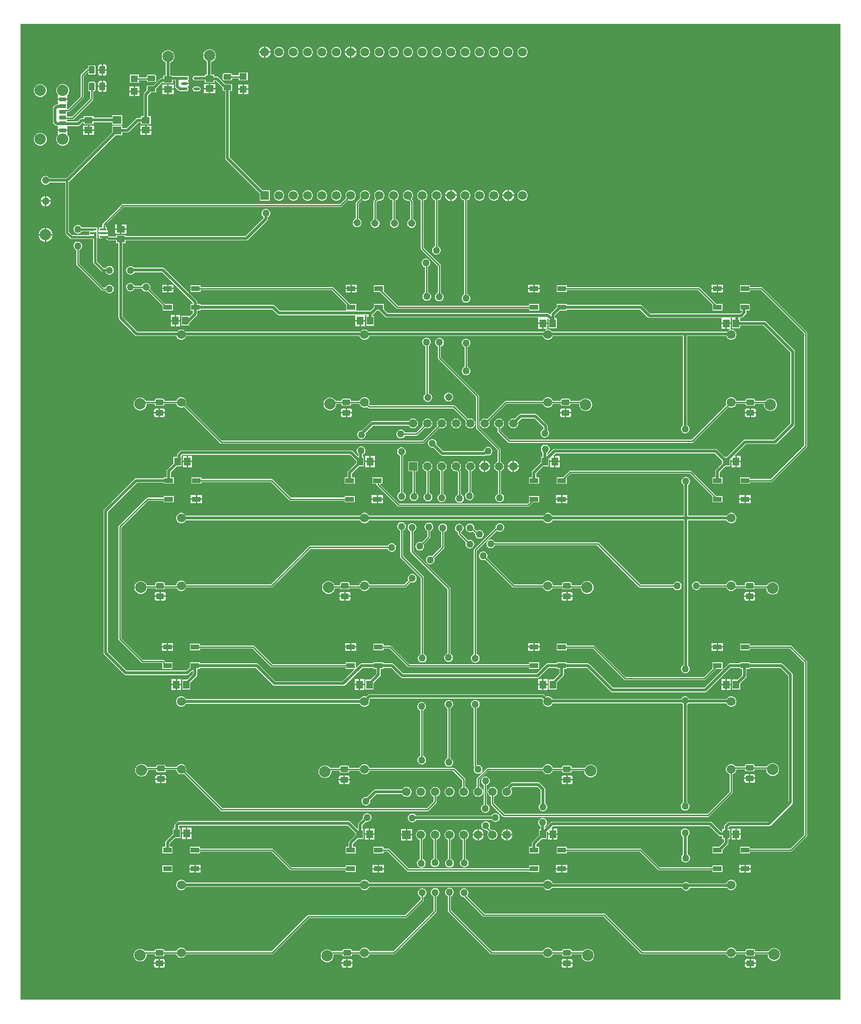
<source format=gbr>
%TF.GenerationSoftware,Altium Limited,Altium Designer,24.7.2 (38)*%
G04 Layer_Physical_Order=1*
G04 Layer_Color=255*
%FSLAX45Y45*%
%MOMM*%
%TF.SameCoordinates,74662405-AD21-4814-813C-A76D1C426129*%
%TF.FilePolarity,Positive*%
%TF.FileFunction,Copper,L1,Top,Signal*%
%TF.Part,Single*%
G01*
G75*
%TA.AperFunction,SMDPad,CuDef*%
G04:AMPARAMS|DCode=10|XSize=1mm|YSize=1.42mm|CornerRadius=0.125mm|HoleSize=0mm|Usage=FLASHONLY|Rotation=90.000|XOffset=0mm|YOffset=0mm|HoleType=Round|Shape=RoundedRectangle|*
%AMROUNDEDRECTD10*
21,1,1.00000,1.17000,0,0,90.0*
21,1,0.75000,1.42000,0,0,90.0*
1,1,0.25000,0.58500,0.37500*
1,1,0.25000,0.58500,-0.37500*
1,1,0.25000,-0.58500,-0.37500*
1,1,0.25000,-0.58500,0.37500*
%
%ADD10ROUNDEDRECTD10*%
%ADD11R,1.20000X0.70000*%
%ADD12R,1.20000X0.76000*%
%ADD13R,1.20000X0.80000*%
%ADD14R,1.17000X0.40000*%
%ADD15R,1.50000X0.90000*%
%ADD16R,1.15000X1.47000*%
%ADD17R,1.47000X1.15000*%
G04:AMPARAMS|DCode=18|XSize=1.15564mm|YSize=0.52981mm|CornerRadius=0.2649mm|HoleSize=0mm|Usage=FLASHONLY|Rotation=0.000|XOffset=0mm|YOffset=0mm|HoleType=Round|Shape=RoundedRectangle|*
%AMROUNDEDRECTD18*
21,1,1.15564,0.00000,0,0,0.0*
21,1,0.62584,0.52981,0,0,0.0*
1,1,0.52980,0.31292,0.00000*
1,1,0.52980,-0.31292,0.00000*
1,1,0.52980,-0.31292,0.00000*
1,1,0.52980,0.31292,0.00000*
%
%ADD18ROUNDEDRECTD18*%
%ADD19R,1.15564X0.52981*%
%ADD20R,1.30000X1.15000*%
%ADD21C,2.00000*%
%ADD22R,1.55620X1.45490*%
G04:AMPARAMS|DCode=23|XSize=1mm|YSize=1.42mm|CornerRadius=0.125mm|HoleSize=0mm|Usage=FLASHONLY|Rotation=180.000|XOffset=0mm|YOffset=0mm|HoleType=Round|Shape=RoundedRectangle|*
%AMROUNDEDRECTD23*
21,1,1.00000,1.17000,0,0,180.0*
21,1,0.75000,1.42000,0,0,180.0*
1,1,0.25000,-0.37500,0.58500*
1,1,0.25000,0.37500,0.58500*
1,1,0.25000,0.37500,-0.58500*
1,1,0.25000,-0.37500,-0.58500*
%
%ADD23ROUNDEDRECTD23*%
%TA.AperFunction,Conductor*%
%ADD24C,0.50800*%
%ADD25C,0.25400*%
%ADD26C,0.38100*%
%TA.AperFunction,ComponentPad*%
%ADD27C,1.50000*%
%ADD28R,1.50000X1.50000*%
%ADD29C,2.00000*%
%ADD30R,1.56000X1.56000*%
%ADD31C,1.56000*%
%ADD32C,1.30800*%
%TA.AperFunction,ViaPad*%
%ADD33C,1.01600*%
%ADD34C,1.27000*%
G36*
X6927850Y17551057D02*
X13823949Y17551056D01*
X17716154Y17551056D01*
X17716156Y266700D01*
X3175345D01*
Y1252428D01*
X3175344Y5677024D01*
X3175344Y13117883D01*
X3175344Y17551057D01*
X6927850Y17551057D01*
D02*
G37*
%LPC*%
G36*
X9043313Y17159500D02*
X9042400D01*
Y17068800D01*
X9133100D01*
Y17069713D01*
X9126053Y17096011D01*
X9112440Y17119589D01*
X9093189Y17138841D01*
X9069611Y17152454D01*
X9043313Y17159500D01*
D02*
G37*
G36*
X7519313D02*
X7518400D01*
Y17068800D01*
X7609100D01*
Y17069713D01*
X7602053Y17096011D01*
X7588440Y17119589D01*
X7569189Y17138841D01*
X7545611Y17152454D01*
X7519313Y17159500D01*
D02*
G37*
G36*
X9017000D02*
X9016087D01*
X8989789Y17152454D01*
X8966211Y17138841D01*
X8946959Y17119589D01*
X8933347Y17096011D01*
X8926300Y17069713D01*
Y17068800D01*
X9017000D01*
Y17159500D01*
D02*
G37*
G36*
X7493000D02*
X7492087D01*
X7465789Y17152454D01*
X7442211Y17138841D01*
X7422959Y17119589D01*
X7409347Y17096011D01*
X7402300Y17069713D01*
Y17068800D01*
X7493000D01*
Y17159500D01*
D02*
G37*
G36*
X12089641Y17146800D02*
X12065759D01*
X12042691Y17140619D01*
X12022009Y17128677D01*
X12005122Y17111790D01*
X11993181Y17091109D01*
X11987000Y17068040D01*
Y17044159D01*
X11993181Y17021091D01*
X12005122Y17000409D01*
X12022009Y16983522D01*
X12042691Y16971581D01*
X12065759Y16965401D01*
X12089641D01*
X12112709Y16971581D01*
X12133391Y16983522D01*
X12150278Y17000409D01*
X12162219Y17021091D01*
X12168400Y17044159D01*
Y17068040D01*
X12162219Y17091109D01*
X12150278Y17111790D01*
X12133391Y17128677D01*
X12112709Y17140619D01*
X12089641Y17146800D01*
D02*
G37*
G36*
X11835641D02*
X11811759D01*
X11788691Y17140619D01*
X11768009Y17128677D01*
X11751122Y17111790D01*
X11739181Y17091109D01*
X11733000Y17068040D01*
Y17044159D01*
X11739181Y17021091D01*
X11751122Y17000409D01*
X11768009Y16983522D01*
X11788691Y16971581D01*
X11811759Y16965401D01*
X11835641D01*
X11858709Y16971581D01*
X11879391Y16983522D01*
X11896278Y17000409D01*
X11908219Y17021091D01*
X11914400Y17044159D01*
Y17068040D01*
X11908219Y17091109D01*
X11896278Y17111790D01*
X11879391Y17128677D01*
X11858709Y17140619D01*
X11835641Y17146800D01*
D02*
G37*
G36*
X11581641D02*
X11557759D01*
X11534691Y17140619D01*
X11514009Y17128677D01*
X11497122Y17111790D01*
X11485181Y17091109D01*
X11479000Y17068040D01*
Y17044159D01*
X11485181Y17021091D01*
X11497122Y17000409D01*
X11514009Y16983522D01*
X11534691Y16971581D01*
X11557759Y16965401D01*
X11581641D01*
X11604709Y16971581D01*
X11625391Y16983522D01*
X11642278Y17000409D01*
X11654219Y17021091D01*
X11660400Y17044159D01*
Y17068040D01*
X11654219Y17091109D01*
X11642278Y17111790D01*
X11625391Y17128677D01*
X11604709Y17140619D01*
X11581641Y17146800D01*
D02*
G37*
G36*
X11327641D02*
X11303759D01*
X11280691Y17140619D01*
X11260009Y17128677D01*
X11243122Y17111790D01*
X11231181Y17091109D01*
X11225000Y17068040D01*
Y17044159D01*
X11231181Y17021091D01*
X11243122Y17000409D01*
X11260009Y16983522D01*
X11280691Y16971581D01*
X11303759Y16965401D01*
X11327641D01*
X11350709Y16971581D01*
X11371391Y16983522D01*
X11388278Y17000409D01*
X11400219Y17021091D01*
X11406400Y17044159D01*
Y17068040D01*
X11400219Y17091109D01*
X11388278Y17111790D01*
X11371391Y17128677D01*
X11350709Y17140619D01*
X11327641Y17146800D01*
D02*
G37*
G36*
X11073641D02*
X11049759D01*
X11026691Y17140619D01*
X11006009Y17128677D01*
X10989122Y17111790D01*
X10977181Y17091109D01*
X10971000Y17068040D01*
Y17044159D01*
X10977181Y17021091D01*
X10989122Y17000409D01*
X11006009Y16983522D01*
X11026691Y16971581D01*
X11049759Y16965401D01*
X11073641D01*
X11096709Y16971581D01*
X11117391Y16983522D01*
X11134278Y17000409D01*
X11146219Y17021091D01*
X11152400Y17044159D01*
Y17068040D01*
X11146219Y17091109D01*
X11134278Y17111790D01*
X11117391Y17128677D01*
X11096709Y17140619D01*
X11073641Y17146800D01*
D02*
G37*
G36*
X10819641D02*
X10795759D01*
X10772691Y17140619D01*
X10752009Y17128677D01*
X10735122Y17111790D01*
X10723181Y17091109D01*
X10717000Y17068040D01*
Y17044159D01*
X10723181Y17021091D01*
X10735122Y17000409D01*
X10752009Y16983522D01*
X10772691Y16971581D01*
X10795759Y16965401D01*
X10819641D01*
X10842709Y16971581D01*
X10863391Y16983522D01*
X10880278Y17000409D01*
X10892219Y17021091D01*
X10898400Y17044159D01*
Y17068040D01*
X10892219Y17091109D01*
X10880278Y17111790D01*
X10863391Y17128677D01*
X10842709Y17140619D01*
X10819641Y17146800D01*
D02*
G37*
G36*
X10565641D02*
X10541759D01*
X10518691Y17140619D01*
X10498009Y17128677D01*
X10481122Y17111790D01*
X10469181Y17091109D01*
X10463000Y17068040D01*
Y17044159D01*
X10469181Y17021091D01*
X10481122Y17000409D01*
X10498009Y16983522D01*
X10518691Y16971581D01*
X10541759Y16965401D01*
X10565641D01*
X10588709Y16971581D01*
X10609391Y16983522D01*
X10626278Y17000409D01*
X10638219Y17021091D01*
X10644400Y17044159D01*
Y17068040D01*
X10638219Y17091109D01*
X10626278Y17111790D01*
X10609391Y17128677D01*
X10588709Y17140619D01*
X10565641Y17146800D01*
D02*
G37*
G36*
X10311641D02*
X10287759D01*
X10264691Y17140619D01*
X10244009Y17128677D01*
X10227122Y17111790D01*
X10215181Y17091109D01*
X10209000Y17068040D01*
Y17044159D01*
X10215181Y17021091D01*
X10227122Y17000409D01*
X10244009Y16983522D01*
X10264691Y16971581D01*
X10287759Y16965401D01*
X10311641D01*
X10334709Y16971581D01*
X10355391Y16983522D01*
X10372278Y17000409D01*
X10384219Y17021091D01*
X10390400Y17044159D01*
Y17068040D01*
X10384219Y17091109D01*
X10372278Y17111790D01*
X10355391Y17128677D01*
X10334709Y17140619D01*
X10311641Y17146800D01*
D02*
G37*
G36*
X10057641D02*
X10033759D01*
X10010691Y17140619D01*
X9990009Y17128677D01*
X9973122Y17111790D01*
X9961181Y17091109D01*
X9955000Y17068040D01*
Y17044159D01*
X9961181Y17021091D01*
X9973122Y17000409D01*
X9990009Y16983522D01*
X10010691Y16971581D01*
X10033759Y16965401D01*
X10057641D01*
X10080709Y16971581D01*
X10101391Y16983522D01*
X10118278Y17000409D01*
X10130219Y17021091D01*
X10136400Y17044159D01*
Y17068040D01*
X10130219Y17091109D01*
X10118278Y17111790D01*
X10101391Y17128677D01*
X10080709Y17140619D01*
X10057641Y17146800D01*
D02*
G37*
G36*
X9803641D02*
X9779759D01*
X9756691Y17140619D01*
X9736009Y17128677D01*
X9719122Y17111790D01*
X9707181Y17091109D01*
X9701000Y17068040D01*
Y17044159D01*
X9707181Y17021091D01*
X9719122Y17000409D01*
X9736009Y16983522D01*
X9756691Y16971581D01*
X9779759Y16965401D01*
X9803641D01*
X9826709Y16971581D01*
X9847391Y16983522D01*
X9864278Y17000409D01*
X9876219Y17021091D01*
X9882400Y17044159D01*
Y17068040D01*
X9876219Y17091109D01*
X9864278Y17111790D01*
X9847391Y17128677D01*
X9826709Y17140619D01*
X9803641Y17146800D01*
D02*
G37*
G36*
X9549641D02*
X9525759D01*
X9502691Y17140619D01*
X9482009Y17128677D01*
X9465122Y17111790D01*
X9453181Y17091109D01*
X9447000Y17068040D01*
Y17044159D01*
X9453181Y17021091D01*
X9465122Y17000409D01*
X9482009Y16983522D01*
X9502691Y16971581D01*
X9525759Y16965401D01*
X9549641D01*
X9572709Y16971581D01*
X9593391Y16983522D01*
X9610278Y17000409D01*
X9622219Y17021091D01*
X9628400Y17044159D01*
Y17068040D01*
X9622219Y17091109D01*
X9610278Y17111790D01*
X9593391Y17128677D01*
X9572709Y17140619D01*
X9549641Y17146800D01*
D02*
G37*
G36*
X9295641D02*
X9271759D01*
X9248691Y17140619D01*
X9228009Y17128677D01*
X9211122Y17111790D01*
X9199181Y17091109D01*
X9193000Y17068040D01*
Y17044159D01*
X9199181Y17021091D01*
X9211122Y17000409D01*
X9228009Y16983522D01*
X9248691Y16971581D01*
X9271759Y16965401D01*
X9295641D01*
X9318709Y16971581D01*
X9339391Y16983522D01*
X9356278Y17000409D01*
X9368219Y17021091D01*
X9374400Y17044159D01*
Y17068040D01*
X9368219Y17091109D01*
X9356278Y17111790D01*
X9339391Y17128677D01*
X9318709Y17140619D01*
X9295641Y17146800D01*
D02*
G37*
G36*
X8787641D02*
X8763759D01*
X8740691Y17140619D01*
X8720009Y17128677D01*
X8703122Y17111790D01*
X8691181Y17091109D01*
X8685000Y17068040D01*
Y17044159D01*
X8691181Y17021091D01*
X8703122Y17000409D01*
X8720009Y16983522D01*
X8740691Y16971581D01*
X8763759Y16965401D01*
X8787641D01*
X8810709Y16971581D01*
X8831391Y16983522D01*
X8848278Y17000409D01*
X8860219Y17021091D01*
X8866400Y17044159D01*
Y17068040D01*
X8860219Y17091109D01*
X8848278Y17111790D01*
X8831391Y17128677D01*
X8810709Y17140619D01*
X8787641Y17146800D01*
D02*
G37*
G36*
X8533641D02*
X8509759D01*
X8486691Y17140619D01*
X8466009Y17128677D01*
X8449122Y17111790D01*
X8437181Y17091109D01*
X8431000Y17068040D01*
Y17044159D01*
X8437181Y17021091D01*
X8449122Y17000409D01*
X8466009Y16983522D01*
X8486691Y16971581D01*
X8509759Y16965401D01*
X8533641D01*
X8556709Y16971581D01*
X8577391Y16983522D01*
X8594278Y17000409D01*
X8606219Y17021091D01*
X8612400Y17044159D01*
Y17068040D01*
X8606219Y17091109D01*
X8594278Y17111790D01*
X8577391Y17128677D01*
X8556709Y17140619D01*
X8533641Y17146800D01*
D02*
G37*
G36*
X8279641D02*
X8255759D01*
X8232691Y17140619D01*
X8212009Y17128677D01*
X8195122Y17111790D01*
X8183181Y17091109D01*
X8177000Y17068040D01*
Y17044159D01*
X8183181Y17021091D01*
X8195122Y17000409D01*
X8212009Y16983522D01*
X8232691Y16971581D01*
X8255759Y16965401D01*
X8279641D01*
X8302709Y16971581D01*
X8323391Y16983522D01*
X8340278Y17000409D01*
X8352219Y17021091D01*
X8358400Y17044159D01*
Y17068040D01*
X8352219Y17091109D01*
X8340278Y17111790D01*
X8323391Y17128677D01*
X8302709Y17140619D01*
X8279641Y17146800D01*
D02*
G37*
G36*
X8025641D02*
X8001759D01*
X7978691Y17140619D01*
X7958009Y17128677D01*
X7941122Y17111790D01*
X7929181Y17091109D01*
X7923000Y17068040D01*
Y17044159D01*
X7929181Y17021091D01*
X7941122Y17000409D01*
X7958009Y16983522D01*
X7978691Y16971581D01*
X8001759Y16965401D01*
X8025641D01*
X8048709Y16971581D01*
X8069391Y16983522D01*
X8086278Y17000409D01*
X8098219Y17021091D01*
X8104400Y17044159D01*
Y17068040D01*
X8098219Y17091109D01*
X8086278Y17111790D01*
X8069391Y17128677D01*
X8048709Y17140619D01*
X8025641Y17146800D01*
D02*
G37*
G36*
X7771641D02*
X7747759D01*
X7724691Y17140619D01*
X7704009Y17128677D01*
X7687122Y17111790D01*
X7675181Y17091109D01*
X7669000Y17068040D01*
Y17044159D01*
X7675181Y17021091D01*
X7687122Y17000409D01*
X7704009Y16983522D01*
X7724691Y16971581D01*
X7747759Y16965401D01*
X7771641D01*
X7794709Y16971581D01*
X7815391Y16983522D01*
X7832278Y17000409D01*
X7844219Y17021091D01*
X7850400Y17044159D01*
Y17068040D01*
X7844219Y17091109D01*
X7832278Y17111790D01*
X7815391Y17128677D01*
X7794709Y17140619D01*
X7771641Y17146800D01*
D02*
G37*
G36*
X9133100Y17043401D02*
X9042400D01*
Y16952699D01*
X9043313D01*
X9069611Y16959747D01*
X9093189Y16973360D01*
X9112440Y16992612D01*
X9126053Y17016190D01*
X9133100Y17042487D01*
Y17043401D01*
D02*
G37*
G36*
X9017000D02*
X8926300D01*
Y17042487D01*
X8933347Y17016190D01*
X8946959Y16992612D01*
X8966211Y16973360D01*
X8989789Y16959747D01*
X9016087Y16952699D01*
X9017000D01*
Y17043401D01*
D02*
G37*
G36*
X7609100D02*
X7518400D01*
Y16952699D01*
X7519313D01*
X7545611Y16959747D01*
X7569189Y16973360D01*
X7588440Y16992612D01*
X7602053Y17016190D01*
X7609100Y17042487D01*
Y17043401D01*
D02*
G37*
G36*
X7493000D02*
X7402300D01*
Y17042487D01*
X7409347Y17016190D01*
X7422959Y16992612D01*
X7442211Y16973360D01*
X7465789Y16959747D01*
X7492087Y16952699D01*
X7493000D01*
Y17043401D01*
D02*
G37*
G36*
X4664900Y16835742D02*
X4640100D01*
Y16751300D01*
X4703542D01*
Y16797099D01*
X4700601Y16811888D01*
X4692224Y16824425D01*
X4679688Y16832800D01*
X4664900Y16835742D01*
D02*
G37*
G36*
X4614700D02*
X4589900D01*
X4575112Y16832800D01*
X4562576Y16824425D01*
X4554199Y16811888D01*
X4551258Y16797099D01*
Y16751300D01*
X4614700D01*
Y16835742D01*
D02*
G37*
G36*
X4477900Y16822794D02*
X4402900D01*
X4393067Y16820837D01*
X4384732Y16815268D01*
X4379162Y16806934D01*
X4377206Y16797099D01*
Y16770497D01*
X4367179D01*
X4357268Y16768526D01*
X4348867Y16762910D01*
X4246348Y16660393D01*
X4240734Y16651991D01*
X4238762Y16642081D01*
Y16267352D01*
X4021700Y16050291D01*
X3993000D01*
Y16140480D01*
X3993000Y16146280D01*
X4002842Y16153180D01*
X4005700D01*
Y16205881D01*
X3834900D01*
Y16153180D01*
X3837758D01*
X3847600Y16146280D01*
X3847600Y16140790D01*
X3846851Y16128090D01*
X3818715D01*
X3803849Y16125133D01*
X3791246Y16116711D01*
X3761488Y16086954D01*
X3753067Y16074352D01*
X3750110Y16059486D01*
Y15818439D01*
X3753067Y15803572D01*
X3761488Y15790970D01*
X3791246Y15761212D01*
X3803849Y15752791D01*
X3818715Y15749834D01*
X3838247D01*
X3839466Y15745973D01*
X3834900Y15733980D01*
X3834900D01*
Y15681281D01*
X4005700D01*
Y15733980D01*
X4005700D01*
X4005503Y15746680D01*
X4005747Y15747453D01*
X4198950D01*
X4213816Y15750410D01*
X4226419Y15758832D01*
X4275464Y15807877D01*
X4295300D01*
Y15778500D01*
X4467700D01*
Y15814418D01*
X4798990D01*
Y15767821D01*
X4980010D01*
Y15938710D01*
X4798990D01*
Y15892111D01*
X4467700D01*
Y15918900D01*
X4295300D01*
Y15885570D01*
X4259373D01*
X4244507Y15882613D01*
X4231905Y15874191D01*
X4182860Y15825146D01*
X4001980D01*
X3993000Y15834126D01*
Y15842281D01*
X3993000Y15853423D01*
X4001980Y15862402D01*
X4102700D01*
X4112611Y15864374D01*
X4121013Y15869987D01*
X4458712Y16207687D01*
X4464326Y16216089D01*
X4466298Y16225999D01*
Y16362306D01*
X4477900D01*
X4487733Y16364262D01*
X4496068Y16369832D01*
X4501638Y16378168D01*
X4503594Y16388000D01*
Y16505000D01*
X4501638Y16514833D01*
X4496068Y16523167D01*
X4487733Y16528738D01*
X4477900Y16530695D01*
X4402900D01*
X4393067Y16528738D01*
X4384732Y16523167D01*
X4379162Y16514833D01*
X4377206Y16505000D01*
Y16388000D01*
X4379162Y16378168D01*
X4384732Y16369832D01*
X4393067Y16364262D01*
X4402900Y16362306D01*
X4414502D01*
Y16236726D01*
X4091973Y15914198D01*
X4001980D01*
X3993000Y15923178D01*
X3993000Y15941280D01*
X3993000Y15953979D01*
Y15998495D01*
X4032427D01*
X4042338Y16000467D01*
X4050740Y16006081D01*
X4282972Y16238313D01*
X4288586Y16246716D01*
X4290558Y16256625D01*
Y16631354D01*
X4365473Y16706268D01*
X4377206Y16701408D01*
Y16680099D01*
X4379162Y16670267D01*
X4384732Y16661932D01*
X4393067Y16656361D01*
X4402900Y16654407D01*
X4477900D01*
X4487733Y16656361D01*
X4496068Y16661932D01*
X4501638Y16670267D01*
X4503594Y16680099D01*
Y16797099D01*
X4501638Y16806934D01*
X4496068Y16815268D01*
X4487733Y16820837D01*
X4477900Y16822794D01*
D02*
G37*
G36*
X7202400Y16692700D02*
X7047000D01*
Y16645247D01*
X6929494D01*
Y16653700D01*
X6927538Y16663533D01*
X6921968Y16671867D01*
X6913633Y16677438D01*
X6903800Y16679395D01*
X6786800D01*
X6776967Y16677438D01*
X6768632Y16671867D01*
X6763062Y16663533D01*
X6761106Y16653700D01*
Y16578700D01*
X6763062Y16568867D01*
X6768632Y16560532D01*
X6776967Y16554962D01*
X6786800Y16553006D01*
X6903800D01*
X6913633Y16554962D01*
X6921968Y16560532D01*
X6927538Y16568867D01*
X6929494Y16578700D01*
Y16593452D01*
X7047000D01*
Y16552299D01*
X7202400D01*
Y16692700D01*
D02*
G37*
G36*
X4703542Y16725900D02*
X4640100D01*
Y16641458D01*
X4664900D01*
X4679688Y16644398D01*
X4692224Y16652776D01*
X4700601Y16665312D01*
X4703542Y16680099D01*
Y16725900D01*
D02*
G37*
G36*
X4614700D02*
X4551258D01*
Y16680099D01*
X4554199Y16665312D01*
X4562576Y16652776D01*
X4575112Y16644398D01*
X4589900Y16641458D01*
X4614700D01*
Y16725900D01*
D02*
G37*
G36*
X6542637Y17105299D02*
X6512963D01*
X6484299Y17097620D01*
X6458600Y17082782D01*
X6437618Y17061800D01*
X6422780Y17036101D01*
X6415100Y17007437D01*
Y16977763D01*
X6422780Y16949100D01*
X6437618Y16923399D01*
X6458600Y16902419D01*
X6478664Y16890834D01*
Y16655499D01*
X6441600D01*
Y16631146D01*
X6335236D01*
X6329648Y16632259D01*
X6267064D01*
X6251773Y16629216D01*
X6238810Y16620555D01*
X6230148Y16607591D01*
X6227106Y16592300D01*
X6230148Y16577010D01*
X6238810Y16564046D01*
X6251773Y16555383D01*
X6267064Y16552342D01*
X6329648D01*
X6335236Y16553455D01*
X6441600D01*
Y16515100D01*
X6614000D01*
Y16546454D01*
X6637069D01*
X6757191Y16426332D01*
X6761106Y16423717D01*
Y16391701D01*
X6763062Y16381866D01*
X6768632Y16373532D01*
X6776967Y16367963D01*
X6786800Y16366006D01*
X6806453D01*
Y15176500D01*
X6809411Y15161633D01*
X6817831Y15149031D01*
X7415000Y14551863D01*
Y14425400D01*
X7596400D01*
Y14606799D01*
X7469937D01*
X6884147Y15192590D01*
Y16366006D01*
X6903800D01*
X6913633Y16367963D01*
X6921968Y16373532D01*
X6927538Y16381866D01*
X6929494Y16391701D01*
Y16466701D01*
X6927538Y16476534D01*
X6921968Y16484868D01*
X6913633Y16490437D01*
X6903800Y16492393D01*
X6821972D01*
X6820700Y16492647D01*
X6800750D01*
X6680628Y16612769D01*
X6668026Y16621190D01*
X6653160Y16624147D01*
X6614000D01*
Y16655499D01*
X6556357D01*
Y16883575D01*
X6571301Y16887579D01*
X6597000Y16902419D01*
X6617982Y16923399D01*
X6632820Y16949100D01*
X6640500Y16977763D01*
Y17007437D01*
X6632820Y17036101D01*
X6617982Y17061800D01*
X6597000Y17082782D01*
X6571301Y17097620D01*
X6542637Y17105299D01*
D02*
G37*
G36*
X5272000Y16654601D02*
X5116600D01*
Y16514200D01*
X5272000D01*
Y16558502D01*
X5414906D01*
Y16553300D01*
X5416862Y16543468D01*
X5422432Y16535132D01*
X5430767Y16529562D01*
X5440600Y16527606D01*
X5557600D01*
X5567433Y16529562D01*
X5575768Y16535132D01*
X5581338Y16543468D01*
X5583294Y16553300D01*
Y16628300D01*
X5581338Y16638133D01*
X5575768Y16646468D01*
X5567433Y16652039D01*
X5557600Y16653995D01*
X5440600D01*
X5430767Y16652039D01*
X5422432Y16646468D01*
X5416862Y16638133D01*
X5414906Y16628300D01*
Y16610297D01*
X5272000D01*
Y16654601D01*
D02*
G37*
G36*
X4664900Y16543642D02*
X4640100D01*
Y16459200D01*
X4703542D01*
Y16505000D01*
X4700601Y16519788D01*
X4692224Y16532324D01*
X4679688Y16540701D01*
X4664900Y16543642D01*
D02*
G37*
G36*
X4614700D02*
X4589900D01*
X4575112Y16540701D01*
X4562576Y16532324D01*
X4554199Y16519788D01*
X4551258Y16505000D01*
Y16459200D01*
X4614700D01*
Y16543642D01*
D02*
G37*
G36*
X6626700Y16492200D02*
X6540500D01*
Y16422000D01*
X6626700D01*
Y16492200D01*
D02*
G37*
G36*
X6515100D02*
X6428900D01*
Y16422000D01*
X6515100D01*
Y16492200D01*
D02*
G37*
G36*
X7215100Y16480400D02*
X7137400D01*
Y16410201D01*
X7215100D01*
Y16480400D01*
D02*
G37*
G36*
X7112000D02*
X7034300D01*
Y16410201D01*
X7112000D01*
Y16480400D01*
D02*
G37*
G36*
X5890100Y16479500D02*
X5803900D01*
Y16409300D01*
X5890100D01*
Y16479500D01*
D02*
G37*
G36*
X5778500D02*
X5692300D01*
Y16409300D01*
X5778500D01*
Y16479500D01*
D02*
G37*
G36*
X5284700Y16442300D02*
X5207000D01*
Y16372099D01*
X5284700D01*
Y16442300D01*
D02*
G37*
G36*
X5181600D02*
X5103900D01*
Y16372099D01*
X5181600D01*
Y16442300D01*
D02*
G37*
G36*
X6329648Y16442258D02*
X6267064D01*
X6251773Y16439217D01*
X6238810Y16430556D01*
X6230148Y16417590D01*
X6227106Y16402299D01*
X6230148Y16387009D01*
X6238810Y16374045D01*
X6251773Y16365384D01*
X6267064Y16362341D01*
X6329648D01*
X6344939Y16365384D01*
X6357903Y16374045D01*
X6366564Y16387009D01*
X6369606Y16402299D01*
X6366564Y16417590D01*
X6357903Y16430556D01*
X6344939Y16439217D01*
X6329648Y16442258D01*
D02*
G37*
G36*
X5806037Y17092599D02*
X5776363D01*
X5747699Y17084920D01*
X5722000Y17070082D01*
X5701018Y17049100D01*
X5686180Y17023401D01*
X5678500Y16994737D01*
Y16965063D01*
X5686180Y16936398D01*
X5701018Y16910699D01*
X5722000Y16889719D01*
X5747699Y16874879D01*
X5752353Y16873633D01*
Y16642799D01*
X5705000D01*
Y16594016D01*
X5671468D01*
X5656603Y16591058D01*
X5644000Y16582637D01*
X5528356Y16466994D01*
X5440600D01*
X5430767Y16465038D01*
X5422432Y16459468D01*
X5416862Y16451134D01*
X5414906Y16441299D01*
Y16380472D01*
X5414653Y16379201D01*
Y16374290D01*
X5370031Y16329669D01*
X5361611Y16317065D01*
X5358653Y16302200D01*
Y15918900D01*
X5311300D01*
Y15887547D01*
X5249280D01*
X5234414Y15884590D01*
X5221812Y15876169D01*
X5052624Y15706982D01*
X4980010D01*
Y15753580D01*
X4798990D01*
Y15632562D01*
X3989374Y14822946D01*
X3689954D01*
X3684695Y14832054D01*
X3670154Y14846594D01*
X3652346Y14856879D01*
X3632482Y14862199D01*
X3611918D01*
X3592055Y14856879D01*
X3574246Y14846594D01*
X3559705Y14832054D01*
X3549422Y14814246D01*
X3544100Y14794382D01*
Y14773817D01*
X3549422Y14753954D01*
X3559705Y14736147D01*
X3574246Y14721605D01*
X3592055Y14711322D01*
X3611918Y14706000D01*
X3632482D01*
X3652346Y14711322D01*
X3670154Y14721605D01*
X3684695Y14736147D01*
X3689954Y14745253D01*
X3968028D01*
Y13855800D01*
X3970492Y13843411D01*
X3977509Y13832910D01*
X4055310Y13755109D01*
X4065812Y13748093D01*
X4078200Y13745628D01*
X4465328D01*
Y13333099D01*
X4467792Y13320712D01*
X4474809Y13310210D01*
X4608800Y13176221D01*
X4619302Y13169202D01*
X4631690Y13166737D01*
X4679744D01*
X4681333Y13160808D01*
X4691365Y13143433D01*
X4705552Y13129245D01*
X4722928Y13119212D01*
X4742308Y13114020D01*
X4762372D01*
X4781752Y13119212D01*
X4799128Y13129245D01*
X4813315Y13143433D01*
X4823347Y13160808D01*
X4828540Y13180188D01*
Y13200252D01*
X4823347Y13219632D01*
X4813315Y13237009D01*
X4799128Y13251195D01*
X4781752Y13261227D01*
X4762372Y13266420D01*
X4742308D01*
X4722928Y13261227D01*
X4705552Y13251195D01*
X4691365Y13237009D01*
X4688174Y13231482D01*
X4645099D01*
X4530072Y13346509D01*
Y13750380D01*
X4535880D01*
Y13815379D01*
Y13880380D01*
Y13945779D01*
X4466857D01*
X4463730Y13946402D01*
X4264357D01*
X4254515Y13963448D01*
X4240328Y13977635D01*
X4222952Y13987666D01*
X4203572Y13992860D01*
X4183508D01*
X4164128Y13987666D01*
X4146752Y13977635D01*
X4132565Y13963448D01*
X4122533Y13946072D01*
X4117340Y13926692D01*
Y13906628D01*
X4122533Y13887248D01*
X4132565Y13869872D01*
X4146752Y13855685D01*
X4164128Y13845653D01*
X4183508Y13840460D01*
X4203572D01*
X4222952Y13845653D01*
X4240328Y13855685D01*
X4254515Y13869872D01*
X4261320Y13881657D01*
X4393480D01*
Y13810371D01*
X4091609D01*
X4032772Y13869209D01*
Y14756470D01*
X4858992Y15582690D01*
X4980010D01*
Y15629289D01*
X5068715D01*
X5083581Y15632246D01*
X5096184Y15640666D01*
X5265371Y15809854D01*
X5311300D01*
Y15778500D01*
X5483700D01*
Y15918900D01*
X5436347D01*
Y16286108D01*
X5480968Y16330731D01*
X5487567Y16340607D01*
X5557600D01*
X5567433Y16342561D01*
X5575768Y16348132D01*
X5581338Y16356467D01*
X5583294Y16366299D01*
Y16412057D01*
X5687559Y16516322D01*
X5705000D01*
Y16502400D01*
X5877400D01*
Y16553455D01*
X5917453D01*
Y16446500D01*
X5920411Y16431635D01*
X5928831Y16419032D01*
X5973032Y16374831D01*
X5985634Y16366409D01*
X6000500Y16363454D01*
X6046420D01*
X6052008Y16362341D01*
X6114592D01*
X6129883Y16365384D01*
X6142846Y16374045D01*
X6151508Y16387009D01*
X6154550Y16402299D01*
X6151508Y16417590D01*
X6142846Y16430556D01*
X6135339Y16435571D01*
X6135128Y16440979D01*
X6136884Y16449786D01*
X6152002Y16459889D01*
X6163471Y16477052D01*
X6164972Y16484599D01*
X6083300D01*
Y16510001D01*
X6164972D01*
X6163471Y16517548D01*
X6152002Y16534711D01*
X6143473Y16540410D01*
X6147326Y16553110D01*
X6153782D01*
Y16631490D01*
X6012818D01*
Y16631146D01*
X5877400D01*
Y16642799D01*
X5830047D01*
Y16873633D01*
X5834701Y16874879D01*
X5860400Y16889719D01*
X5881382Y16910699D01*
X5896220Y16936398D01*
X5903900Y16965063D01*
Y16994737D01*
X5896220Y17023401D01*
X5881382Y17049100D01*
X5860400Y17070082D01*
X5834701Y17084920D01*
X5806037Y17092599D01*
D02*
G37*
G36*
X4703542Y16433800D02*
X4640100D01*
Y16349358D01*
X4664900D01*
X4679688Y16352299D01*
X4692224Y16360677D01*
X4700601Y16373212D01*
X4703542Y16388000D01*
Y16433800D01*
D02*
G37*
G36*
X4614700D02*
X4551258D01*
Y16388000D01*
X4554199Y16373212D01*
X4562576Y16360677D01*
X4575112Y16352299D01*
X4589900Y16349358D01*
X4614700D01*
Y16433800D01*
D02*
G37*
G36*
X6626700Y16396600D02*
X6540500D01*
Y16326401D01*
X6626700D01*
Y16396600D01*
D02*
G37*
G36*
X6515100D02*
X6428900D01*
Y16326401D01*
X6515100D01*
Y16396600D01*
D02*
G37*
G36*
X7215100Y16384801D02*
X7137400D01*
Y16314600D01*
X7215100D01*
Y16384801D01*
D02*
G37*
G36*
X7112000D02*
X7034300D01*
Y16314600D01*
X7112000D01*
Y16384801D01*
D02*
G37*
G36*
X5890100Y16383900D02*
X5803900D01*
Y16313699D01*
X5890100D01*
Y16383900D01*
D02*
G37*
G36*
X5778500D02*
X5692300D01*
Y16313699D01*
X5778500D01*
Y16383900D01*
D02*
G37*
G36*
X5284700Y16346700D02*
X5207000D01*
Y16276500D01*
X5284700D01*
Y16346700D01*
D02*
G37*
G36*
X5181600D02*
X5103900D01*
Y16276500D01*
X5181600D01*
Y16346700D01*
D02*
G37*
G36*
X3540137Y16488280D02*
X3510463D01*
X3481799Y16480600D01*
X3456101Y16465762D01*
X3435118Y16444778D01*
X3420280Y16419080D01*
X3412600Y16390417D01*
Y16360744D01*
X3420280Y16332079D01*
X3435118Y16306380D01*
X3456101Y16285397D01*
X3481799Y16270560D01*
X3510463Y16262880D01*
X3540137D01*
X3568801Y16270560D01*
X3594500Y16285397D01*
X3615482Y16306380D01*
X3630320Y16332079D01*
X3638000Y16360744D01*
Y16390417D01*
X3630320Y16419080D01*
X3615482Y16444778D01*
X3594500Y16465762D01*
X3568801Y16480600D01*
X3540137Y16488280D01*
D02*
G37*
G36*
X3939137Y16488080D02*
X3909463D01*
X3880799Y16480400D01*
X3855100Y16465562D01*
X3834118Y16444580D01*
X3819280Y16418881D01*
X3811600Y16390218D01*
Y16360542D01*
X3819280Y16331879D01*
X3834118Y16306180D01*
X3843618Y16296680D01*
X3838358Y16283980D01*
X3834900D01*
Y16231281D01*
X4005700D01*
Y16283978D01*
X4005700Y16283980D01*
X4005700D01*
X4004982Y16296680D01*
X4014482Y16306180D01*
X4029320Y16331879D01*
X4037000Y16360542D01*
Y16390218D01*
X4029320Y16418881D01*
X4014482Y16444580D01*
X3993500Y16465562D01*
X3967801Y16480400D01*
X3939137Y16488080D01*
D02*
G37*
G36*
X5496400Y15755600D02*
X5410200D01*
Y15685400D01*
X5496400D01*
Y15755600D01*
D02*
G37*
G36*
X4480400D02*
X4394200D01*
Y15685400D01*
X4480400D01*
Y15755600D01*
D02*
G37*
G36*
X5384800D02*
X5298600D01*
Y15685400D01*
X5384800D01*
Y15755600D01*
D02*
G37*
G36*
X4368800D02*
X4282600D01*
Y15685400D01*
X4368800D01*
Y15755600D01*
D02*
G37*
G36*
X5496400Y15660001D02*
X5410200D01*
Y15589799D01*
X5496400D01*
Y15660001D01*
D02*
G37*
G36*
X5384800D02*
X5298600D01*
Y15589799D01*
X5384800D01*
Y15660001D01*
D02*
G37*
G36*
X4480400D02*
X4394200D01*
Y15589799D01*
X4480400D01*
Y15660001D01*
D02*
G37*
G36*
X4368800D02*
X4282600D01*
Y15589799D01*
X4368800D01*
Y15660001D01*
D02*
G37*
G36*
X4005700Y15655881D02*
X3834900D01*
Y15603180D01*
X3838358D01*
X3843618Y15590480D01*
X3834118Y15580980D01*
X3819280Y15555281D01*
X3811600Y15526617D01*
Y15496944D01*
X3819280Y15468279D01*
X3834118Y15442580D01*
X3855100Y15421597D01*
X3880799Y15406760D01*
X3909463Y15399080D01*
X3939137D01*
X3967801Y15406760D01*
X3993500Y15421597D01*
X4014482Y15442580D01*
X4029320Y15468279D01*
X4037000Y15496944D01*
Y15526617D01*
X4029320Y15555281D01*
X4014482Y15580980D01*
X4004982Y15590480D01*
X4005700Y15603180D01*
X4005700Y15603180D01*
X4005700Y15603181D01*
Y15655881D01*
D02*
G37*
G36*
X3540137Y15624280D02*
X3510463D01*
X3481799Y15616600D01*
X3456101Y15601762D01*
X3435118Y15580780D01*
X3420280Y15555081D01*
X3412600Y15526418D01*
Y15496742D01*
X3420280Y15468080D01*
X3435118Y15442381D01*
X3456101Y15421397D01*
X3481799Y15406560D01*
X3510463Y15398880D01*
X3540137D01*
X3568801Y15406560D01*
X3594500Y15421397D01*
X3615482Y15442381D01*
X3630320Y15468080D01*
X3638000Y15496742D01*
Y15526418D01*
X3630320Y15555081D01*
X3615482Y15580780D01*
X3594500Y15601762D01*
X3568801Y15616600D01*
X3540137Y15624280D01*
D02*
G37*
G36*
X11837313Y14619501D02*
X11836400D01*
Y14528799D01*
X11927100D01*
Y14529713D01*
X11920053Y14556010D01*
X11906441Y14579588D01*
X11887189Y14598840D01*
X11863611Y14612453D01*
X11837313Y14619501D01*
D02*
G37*
G36*
X10821313D02*
X10820400D01*
Y14528799D01*
X10911100D01*
Y14529713D01*
X10904053Y14556010D01*
X10890441Y14579588D01*
X10871189Y14598840D01*
X10847611Y14612453D01*
X10821313Y14619501D01*
D02*
G37*
G36*
X11811000D02*
X11810087D01*
X11783789Y14612453D01*
X11760211Y14598840D01*
X11740959Y14579588D01*
X11727347Y14556010D01*
X11720300Y14529713D01*
Y14528799D01*
X11811000D01*
Y14619501D01*
D02*
G37*
G36*
X10795000D02*
X10794087D01*
X10767789Y14612453D01*
X10744211Y14598840D01*
X10724959Y14579588D01*
X10711347Y14556010D01*
X10704300Y14529713D01*
Y14528799D01*
X10795000D01*
Y14619501D01*
D02*
G37*
G36*
X3634900Y14505099D02*
Y14427200D01*
X3712800D01*
X3706812Y14449547D01*
X3694858Y14470251D01*
X3677953Y14487158D01*
X3657247Y14499112D01*
X3634900Y14505099D01*
D02*
G37*
G36*
X3609500D02*
X3587153Y14499112D01*
X3566448Y14487158D01*
X3549542Y14470251D01*
X3537588Y14449547D01*
X3531600Y14427200D01*
X3609500D01*
Y14505099D01*
D02*
G37*
G36*
X12089641Y14606799D02*
X12065759D01*
X12042691Y14600620D01*
X12022009Y14588678D01*
X12005122Y14571791D01*
X11993181Y14551109D01*
X11987000Y14528041D01*
Y14504160D01*
X11993181Y14481091D01*
X12005122Y14460410D01*
X12022009Y14443523D01*
X12042691Y14431581D01*
X12065759Y14425400D01*
X12089641D01*
X12112709Y14431581D01*
X12133391Y14443523D01*
X12150278Y14460410D01*
X12162219Y14481091D01*
X12168400Y14504160D01*
Y14528041D01*
X12162219Y14551109D01*
X12150278Y14571791D01*
X12133391Y14588678D01*
X12112709Y14600620D01*
X12089641Y14606799D01*
D02*
G37*
G36*
X11581641D02*
X11557759D01*
X11534691Y14600620D01*
X11514009Y14588678D01*
X11497122Y14571791D01*
X11485181Y14551109D01*
X11479000Y14528041D01*
Y14504160D01*
X11485181Y14481091D01*
X11497122Y14460410D01*
X11514009Y14443523D01*
X11534691Y14431581D01*
X11557759Y14425400D01*
X11581641D01*
X11604709Y14431581D01*
X11625391Y14443523D01*
X11642278Y14460410D01*
X11654219Y14481091D01*
X11660400Y14504160D01*
Y14528041D01*
X11654219Y14551109D01*
X11642278Y14571791D01*
X11625391Y14588678D01*
X11604709Y14600620D01*
X11581641Y14606799D01*
D02*
G37*
G36*
X11327641D02*
X11303759D01*
X11280691Y14600620D01*
X11260009Y14588678D01*
X11243122Y14571791D01*
X11231181Y14551109D01*
X11225000Y14528041D01*
Y14504160D01*
X11231181Y14481091D01*
X11243122Y14460410D01*
X11260009Y14443523D01*
X11280691Y14431581D01*
X11303759Y14425400D01*
X11327641D01*
X11350709Y14431581D01*
X11371391Y14443523D01*
X11388278Y14460410D01*
X11400219Y14481091D01*
X11406400Y14504160D01*
Y14528041D01*
X11400219Y14551109D01*
X11388278Y14571791D01*
X11371391Y14588678D01*
X11350709Y14600620D01*
X11327641Y14606799D01*
D02*
G37*
G36*
X9549641D02*
X9525759D01*
X9502691Y14600620D01*
X9482009Y14588678D01*
X9465122Y14571791D01*
X9453181Y14551109D01*
X9447000Y14528041D01*
Y14504160D01*
X9453181Y14481091D01*
X9465122Y14460410D01*
X9469487Y14456044D01*
X9443188Y14429745D01*
X9437574Y14421344D01*
X9435602Y14411433D01*
Y14094716D01*
X9431355Y14093578D01*
X9413546Y14083295D01*
X9399005Y14068755D01*
X9388722Y14050945D01*
X9383400Y14031082D01*
Y14010518D01*
X9388722Y13990656D01*
X9399005Y13972845D01*
X9413546Y13958305D01*
X9431355Y13948022D01*
X9451218Y13942700D01*
X9471782D01*
X9491645Y13948022D01*
X9509454Y13958305D01*
X9523995Y13972845D01*
X9534278Y13990656D01*
X9539600Y14010518D01*
Y14031082D01*
X9534278Y14050945D01*
X9523995Y14068755D01*
X9509454Y14083295D01*
X9491645Y14093578D01*
X9487398Y14094716D01*
Y14400706D01*
X9514980Y14428288D01*
X9525759Y14425400D01*
X9549641D01*
X9572709Y14431581D01*
X9593391Y14443523D01*
X9610278Y14460410D01*
X9622219Y14481091D01*
X9628400Y14504160D01*
Y14528041D01*
X9622219Y14551109D01*
X9610278Y14571791D01*
X9593391Y14588678D01*
X9572709Y14600620D01*
X9549641Y14606799D01*
D02*
G37*
G36*
X9295641D02*
X9271759D01*
X9248691Y14600620D01*
X9228009Y14588678D01*
X9211122Y14571791D01*
X9199181Y14551109D01*
X9193000Y14528041D01*
Y14504160D01*
X9199181Y14481091D01*
X9203898Y14472922D01*
X9125688Y14394711D01*
X9120074Y14386311D01*
X9118102Y14376401D01*
Y14107416D01*
X9113855Y14106277D01*
X9096046Y14095995D01*
X9081505Y14081454D01*
X9071222Y14063644D01*
X9065900Y14043782D01*
Y14023218D01*
X9071222Y14003355D01*
X9081505Y13985545D01*
X9096046Y13971005D01*
X9113855Y13960722D01*
X9133718Y13955400D01*
X9154282D01*
X9174145Y13960722D01*
X9191954Y13971005D01*
X9206495Y13985545D01*
X9216778Y14003355D01*
X9222100Y14023218D01*
Y14043782D01*
X9216778Y14063644D01*
X9206495Y14081454D01*
X9191954Y14095995D01*
X9174145Y14106277D01*
X9169898Y14107416D01*
Y14365672D01*
X9240522Y14436298D01*
X9248691Y14431581D01*
X9271759Y14425400D01*
X9295641D01*
X9318709Y14431581D01*
X9339391Y14443523D01*
X9356278Y14460410D01*
X9368219Y14481091D01*
X9374400Y14504160D01*
Y14528041D01*
X9368219Y14551109D01*
X9356278Y14571791D01*
X9339391Y14588678D01*
X9318709Y14600620D01*
X9295641Y14606799D01*
D02*
G37*
G36*
X9041641D02*
X9017759D01*
X8994691Y14600620D01*
X8974009Y14588678D01*
X8957122Y14571791D01*
X8945181Y14551109D01*
X8939000Y14528041D01*
Y14504160D01*
X8945181Y14481091D01*
X8949898Y14472922D01*
X8838633Y14361658D01*
X4988560D01*
X4978649Y14359686D01*
X4970248Y14354073D01*
X4634968Y14018793D01*
X4629354Y14010391D01*
X4627382Y14000481D01*
Y13945779D01*
X4567480D01*
Y13893480D01*
X4554780D01*
Y13860780D01*
X4638680D01*
X4722580D01*
Y13893480D01*
X4709880D01*
Y13945779D01*
X4679178D01*
Y13989754D01*
X4999287Y14309862D01*
X8849360D01*
X8859271Y14311835D01*
X8867672Y14317448D01*
X8986522Y14436298D01*
X8994691Y14431581D01*
X9017759Y14425400D01*
X9041641D01*
X9064709Y14431581D01*
X9085391Y14443523D01*
X9102278Y14460410D01*
X9114219Y14481091D01*
X9120400Y14504160D01*
Y14528041D01*
X9114219Y14551109D01*
X9102278Y14571791D01*
X9085391Y14588678D01*
X9064709Y14600620D01*
X9041641Y14606799D01*
D02*
G37*
G36*
X8787641D02*
X8763759D01*
X8740691Y14600620D01*
X8720009Y14588678D01*
X8703122Y14571791D01*
X8691181Y14551109D01*
X8685000Y14528041D01*
Y14504160D01*
X8691181Y14481091D01*
X8703122Y14460410D01*
X8720009Y14443523D01*
X8740691Y14431581D01*
X8763759Y14425400D01*
X8787641D01*
X8810709Y14431581D01*
X8831391Y14443523D01*
X8848278Y14460410D01*
X8860219Y14481091D01*
X8866400Y14504160D01*
Y14528041D01*
X8860219Y14551109D01*
X8848278Y14571791D01*
X8831391Y14588678D01*
X8810709Y14600620D01*
X8787641Y14606799D01*
D02*
G37*
G36*
X8533641D02*
X8509759D01*
X8486691Y14600620D01*
X8466009Y14588678D01*
X8449122Y14571791D01*
X8437181Y14551109D01*
X8431000Y14528041D01*
Y14504160D01*
X8437181Y14481091D01*
X8449122Y14460410D01*
X8466009Y14443523D01*
X8486691Y14431581D01*
X8509759Y14425400D01*
X8533641D01*
X8556709Y14431581D01*
X8577391Y14443523D01*
X8594278Y14460410D01*
X8606219Y14481091D01*
X8612400Y14504160D01*
Y14528041D01*
X8606219Y14551109D01*
X8594278Y14571791D01*
X8577391Y14588678D01*
X8556709Y14600620D01*
X8533641Y14606799D01*
D02*
G37*
G36*
X8279641D02*
X8255759D01*
X8232691Y14600620D01*
X8212009Y14588678D01*
X8195122Y14571791D01*
X8183181Y14551109D01*
X8177000Y14528041D01*
Y14504160D01*
X8183181Y14481091D01*
X8195122Y14460410D01*
X8212009Y14443523D01*
X8232691Y14431581D01*
X8255759Y14425400D01*
X8279641D01*
X8302709Y14431581D01*
X8323391Y14443523D01*
X8340278Y14460410D01*
X8352219Y14481091D01*
X8358400Y14504160D01*
Y14528041D01*
X8352219Y14551109D01*
X8340278Y14571791D01*
X8323391Y14588678D01*
X8302709Y14600620D01*
X8279641Y14606799D01*
D02*
G37*
G36*
X8025641D02*
X8001759D01*
X7978691Y14600620D01*
X7958009Y14588678D01*
X7941122Y14571791D01*
X7929181Y14551109D01*
X7923000Y14528041D01*
Y14504160D01*
X7929181Y14481091D01*
X7941122Y14460410D01*
X7958009Y14443523D01*
X7978691Y14431581D01*
X8001759Y14425400D01*
X8025641D01*
X8048709Y14431581D01*
X8069391Y14443523D01*
X8086278Y14460410D01*
X8098219Y14481091D01*
X8104400Y14504160D01*
Y14528041D01*
X8098219Y14551109D01*
X8086278Y14571791D01*
X8069391Y14588678D01*
X8048709Y14600620D01*
X8025641Y14606799D01*
D02*
G37*
G36*
X7771641D02*
X7747759D01*
X7724691Y14600620D01*
X7704009Y14588678D01*
X7687122Y14571791D01*
X7675181Y14551109D01*
X7669000Y14528041D01*
Y14504160D01*
X7675181Y14481091D01*
X7687122Y14460410D01*
X7704009Y14443523D01*
X7724691Y14431581D01*
X7747759Y14425400D01*
X7771641D01*
X7794709Y14431581D01*
X7815391Y14443523D01*
X7832278Y14460410D01*
X7844219Y14481091D01*
X7850400Y14504160D01*
Y14528041D01*
X7844219Y14551109D01*
X7832278Y14571791D01*
X7815391Y14588678D01*
X7794709Y14600620D01*
X7771641Y14606799D01*
D02*
G37*
G36*
X11927100Y14503400D02*
X11836400D01*
Y14412700D01*
X11837313D01*
X11863611Y14419746D01*
X11887189Y14433360D01*
X11906441Y14452611D01*
X11920053Y14476189D01*
X11927100Y14502487D01*
Y14503400D01*
D02*
G37*
G36*
X11811000D02*
X11720300D01*
Y14502487D01*
X11727347Y14476189D01*
X11740959Y14452611D01*
X11760211Y14433360D01*
X11783789Y14419746D01*
X11810087Y14412700D01*
X11811000D01*
Y14503400D01*
D02*
G37*
G36*
X10911100D02*
X10820400D01*
Y14412700D01*
X10821313D01*
X10847611Y14419746D01*
X10871189Y14433360D01*
X10890441Y14452611D01*
X10904053Y14476189D01*
X10911100Y14502487D01*
Y14503400D01*
D02*
G37*
G36*
X10795000D02*
X10704300D01*
Y14502487D01*
X10711347Y14476189D01*
X10724959Y14452611D01*
X10744211Y14433360D01*
X10767789Y14419746D01*
X10794087Y14412700D01*
X10795000D01*
Y14503400D01*
D02*
G37*
G36*
X3712800Y14401801D02*
X3634900D01*
Y14323900D01*
X3657247Y14329887D01*
X3677953Y14341843D01*
X3694858Y14358748D01*
X3706812Y14379453D01*
X3712800Y14401801D01*
D02*
G37*
G36*
X3609500D02*
X3531600D01*
X3537588Y14379453D01*
X3549542Y14358748D01*
X3566448Y14341843D01*
X3587153Y14329887D01*
X3609500Y14323900D01*
Y14401801D01*
D02*
G37*
G36*
X10057641Y14606799D02*
X10033759D01*
X10010691Y14600620D01*
X9990009Y14588678D01*
X9973122Y14571791D01*
X9961181Y14551109D01*
X9955000Y14528041D01*
Y14504160D01*
X9961181Y14481091D01*
X9973122Y14460410D01*
X9990009Y14443523D01*
X10010691Y14431581D01*
X10033759Y14425400D01*
X10057641D01*
X10062999Y14426836D01*
X10083302Y14406532D01*
Y14094716D01*
X10079055Y14093578D01*
X10061246Y14083295D01*
X10046705Y14068755D01*
X10036422Y14050945D01*
X10031100Y14031082D01*
Y14010518D01*
X10036422Y13990656D01*
X10046705Y13972845D01*
X10061246Y13958305D01*
X10079055Y13948022D01*
X10098918Y13942700D01*
X10119482D01*
X10139345Y13948022D01*
X10157154Y13958305D01*
X10171695Y13972845D01*
X10181978Y13990656D01*
X10187300Y14010518D01*
Y14031082D01*
X10181978Y14050945D01*
X10171695Y14068755D01*
X10157154Y14083295D01*
X10139345Y14093578D01*
X10135098Y14094716D01*
Y14417261D01*
X10133126Y14427170D01*
X10127512Y14435571D01*
X10110477Y14452608D01*
X10118278Y14460410D01*
X10130219Y14481091D01*
X10136400Y14504160D01*
Y14528041D01*
X10130219Y14551109D01*
X10118278Y14571791D01*
X10101391Y14588678D01*
X10080709Y14600620D01*
X10057641Y14606799D01*
D02*
G37*
G36*
X9803641D02*
X9779759D01*
X9756691Y14600620D01*
X9736009Y14588678D01*
X9719122Y14571791D01*
X9707181Y14551109D01*
X9701000Y14528041D01*
Y14504160D01*
X9707181Y14481091D01*
X9719122Y14460410D01*
X9736009Y14443523D01*
X9756691Y14431581D01*
X9772152Y14427438D01*
Y14092365D01*
X9756446Y14083295D01*
X9741905Y14068755D01*
X9731622Y14050945D01*
X9726300Y14031082D01*
Y14010518D01*
X9731622Y13990656D01*
X9741905Y13972845D01*
X9756446Y13958305D01*
X9774255Y13948022D01*
X9794118Y13942700D01*
X9814682D01*
X9834545Y13948022D01*
X9852354Y13958305D01*
X9866895Y13972845D01*
X9877178Y13990656D01*
X9882500Y14010518D01*
Y14031082D01*
X9877178Y14050945D01*
X9866895Y14068755D01*
X9852354Y14083295D01*
X9834545Y14093578D01*
X9823948Y14096417D01*
Y14430841D01*
X9826709Y14431581D01*
X9847391Y14443523D01*
X9864278Y14460410D01*
X9876219Y14481091D01*
X9882400Y14504160D01*
Y14528041D01*
X9876219Y14551109D01*
X9864278Y14571791D01*
X9847391Y14588678D01*
X9826709Y14600620D01*
X9803641Y14606799D01*
D02*
G37*
G36*
X5051900Y14001199D02*
X4965700D01*
Y13931000D01*
X5051900D01*
Y14001199D01*
D02*
G37*
G36*
X4940300D02*
X4854100D01*
Y13931000D01*
X4940300D01*
Y14001199D01*
D02*
G37*
G36*
X5051900Y13905600D02*
X4965700D01*
Y13835400D01*
X5051900D01*
Y13905600D01*
D02*
G37*
G36*
X4940300D02*
X4854100D01*
Y13835400D01*
X4940300D01*
Y13905600D01*
D02*
G37*
G36*
X3636009Y13942999D02*
X3632200D01*
Y13830299D01*
X3744900D01*
Y13834109D01*
X3736354Y13866002D01*
X3719845Y13894597D01*
X3696497Y13917944D01*
X3667902Y13934454D01*
X3636009Y13942999D01*
D02*
G37*
G36*
X3606800D02*
X3602991D01*
X3571098Y13934454D01*
X3542503Y13917944D01*
X3519155Y13894597D01*
X3502646Y13866002D01*
X3494100Y13834109D01*
Y13830299D01*
X3606800D01*
Y13942999D01*
D02*
G37*
G36*
X7536052Y14274800D02*
X7515988D01*
X7496608Y14269608D01*
X7479232Y14259575D01*
X7465045Y14245387D01*
X7455013Y14228012D01*
X7449820Y14208632D01*
Y14188568D01*
X7455013Y14169188D01*
X7465045Y14151813D01*
X7479232Y14137625D01*
X7486361Y14133508D01*
Y14119537D01*
X7160309Y13793488D01*
X5039200D01*
Y13812500D01*
X4866800D01*
Y13787012D01*
X4748509D01*
X4730501Y13805020D01*
X4722580Y13810313D01*
Y13835381D01*
X4638680D01*
X4554780D01*
Y13802679D01*
X4567480D01*
Y13750380D01*
X4636503D01*
X4639630Y13749757D01*
X4694201D01*
X4712210Y13731750D01*
X4722712Y13724731D01*
X4735100Y13722269D01*
X4866800D01*
Y13672099D01*
X4914153D01*
Y12344040D01*
X4917111Y12329174D01*
X4925531Y12316572D01*
X5207232Y12034872D01*
X5219834Y12026451D01*
X5234700Y12023494D01*
X5938203D01*
X5940481Y12014991D01*
X5952422Y11994309D01*
X5969309Y11977422D01*
X5989991Y11965481D01*
X6013059Y11959300D01*
X6036941D01*
X6060009Y11965481D01*
X6080691Y11977422D01*
X6097578Y11994309D01*
X6109519Y12014991D01*
X6111797Y12023494D01*
X9188203D01*
X9190481Y12014991D01*
X9202422Y11994309D01*
X9219309Y11977422D01*
X9239991Y11965481D01*
X9263059Y11959300D01*
X9286941D01*
X9310009Y11965481D01*
X9330691Y11977422D01*
X9347578Y11994309D01*
X9359519Y12014991D01*
X9361797Y12023494D01*
X12438203D01*
X12440481Y12014991D01*
X12452422Y11994309D01*
X12469309Y11977422D01*
X12489991Y11965481D01*
X12513059Y11959300D01*
X12536941D01*
X12560009Y11965481D01*
X12580691Y11977422D01*
X12597578Y11994309D01*
X12609519Y12014991D01*
X12611797Y12023494D01*
X14921753D01*
Y10441460D01*
X14913812Y10436875D01*
X14899625Y10422688D01*
X14889594Y10405312D01*
X14884399Y10385932D01*
Y10365868D01*
X14889594Y10346488D01*
X14899625Y10329112D01*
X14913812Y10314925D01*
X14931187Y10304893D01*
X14950568Y10299700D01*
X14970631D01*
X14990012Y10304893D01*
X15007388Y10314925D01*
X15021574Y10329112D01*
X15031607Y10346488D01*
X15036800Y10365868D01*
Y10385932D01*
X15031607Y10405312D01*
X15021574Y10422688D01*
X15007388Y10436875D01*
X14999448Y10441460D01*
Y12023494D01*
X15688203D01*
X15690482Y12014991D01*
X15702422Y11994309D01*
X15719308Y11977422D01*
X15739992Y11965481D01*
X15763058Y11959300D01*
X15786942D01*
X15810008Y11965481D01*
X15830692Y11977422D01*
X15847578Y11994309D01*
X15859518Y12014991D01*
X15865700Y12038059D01*
Y12061941D01*
X15859518Y12085009D01*
X15847578Y12105691D01*
X15830692Y12122578D01*
X15810008Y12134519D01*
X15786942Y12140700D01*
X15775453D01*
X15769901Y12151100D01*
X15769901Y12153400D01*
Y12237300D01*
X15699699D01*
Y12151100D01*
X15752803D01*
X15754475Y12138400D01*
X15739992Y12134519D01*
X15719308Y12122578D01*
X15702422Y12105691D01*
X15699821Y12101187D01*
X12600179D01*
X12597578Y12105691D01*
X12580691Y12122578D01*
X12560009Y12134519D01*
X12536941Y12140700D01*
X12522653D01*
X12517100Y12151100D01*
X12517100Y12153400D01*
Y12237300D01*
X12446900D01*
Y12151100D01*
X12502804D01*
X12504476Y12138400D01*
X12489991Y12134519D01*
X12469309Y12122578D01*
X12452422Y12105691D01*
X12449821Y12101187D01*
X9350179D01*
X9347578Y12105691D01*
X9330691Y12122578D01*
X9310009Y12134519D01*
X9286941Y12140700D01*
X9263059D01*
X9239991Y12134519D01*
X9219309Y12122578D01*
X9202422Y12105691D01*
X9199821Y12101187D01*
X6100179D01*
X6097578Y12105691D01*
X6080691Y12122578D01*
X6060009Y12134519D01*
X6036941Y12140700D01*
X6013059D01*
X5989991Y12134519D01*
X5969309Y12122578D01*
X5952422Y12105691D01*
X5949821Y12101187D01*
X5250791D01*
X4991847Y12360131D01*
Y13672099D01*
X5039200D01*
Y13715793D01*
X7176400D01*
X7191266Y13718752D01*
X7203868Y13727171D01*
X7552676Y14075980D01*
X7561097Y14088580D01*
X7564054Y14103447D01*
Y14132570D01*
X7572808Y14137625D01*
X7586995Y14151813D01*
X7597027Y14169188D01*
X7602220Y14188568D01*
Y14208632D01*
X7597027Y14228012D01*
X7586995Y14245387D01*
X7572808Y14259575D01*
X7555432Y14269608D01*
X7536052Y14274800D01*
D02*
G37*
G36*
X3744900Y13804900D02*
X3632200D01*
Y13692200D01*
X3636009D01*
X3667902Y13700746D01*
X3696497Y13717255D01*
X3719845Y13740604D01*
X3736354Y13769199D01*
X3744900Y13801091D01*
Y13804900D01*
D02*
G37*
G36*
X3606800D02*
X3494100D01*
Y13801091D01*
X3502646Y13769199D01*
X3519155Y13740604D01*
X3542503Y13717255D01*
X3571098Y13700746D01*
X3602991Y13692200D01*
X3606800D01*
Y13804900D01*
D02*
G37*
G36*
X10565641Y14606799D02*
X10541759D01*
X10518691Y14600620D01*
X10498009Y14588678D01*
X10481122Y14571791D01*
X10469181Y14551109D01*
X10463000Y14528041D01*
Y14504160D01*
X10469181Y14481091D01*
X10481122Y14460410D01*
X10498009Y14443523D01*
X10518691Y14431581D01*
X10525262Y14429820D01*
Y13615910D01*
X10519208Y13614287D01*
X10501832Y13604256D01*
X10487645Y13590068D01*
X10477613Y13572691D01*
X10472420Y13553313D01*
Y13533247D01*
X10477613Y13513869D01*
X10487645Y13496492D01*
X10501832Y13482304D01*
X10519208Y13472273D01*
X10538588Y13467081D01*
X10558652D01*
X10578032Y13472273D01*
X10595408Y13482304D01*
X10609595Y13496492D01*
X10619627Y13513869D01*
X10624820Y13533247D01*
Y13553313D01*
X10619627Y13572691D01*
X10609595Y13590068D01*
X10595408Y13604256D01*
X10578032Y13614287D01*
X10577058Y13614548D01*
Y14428459D01*
X10588709Y14431581D01*
X10609391Y14443523D01*
X10626278Y14460410D01*
X10638219Y14481091D01*
X10644400Y14504160D01*
Y14528041D01*
X10638219Y14551109D01*
X10626278Y14571791D01*
X10609391Y14588678D01*
X10588709Y14600620D01*
X10565641Y14606799D01*
D02*
G37*
G36*
X5411012Y12967329D02*
X5390448D01*
X5370585Y12962009D01*
X5352776Y12951724D01*
X5338235Y12937184D01*
X5327953Y12919376D01*
X5326985Y12915762D01*
X5195299D01*
X5194187Y12919913D01*
X5184155Y12937288D01*
X5169968Y12951476D01*
X5152592Y12961507D01*
X5133212Y12966701D01*
X5113148D01*
X5093768Y12961507D01*
X5076392Y12951476D01*
X5062205Y12937288D01*
X5052173Y12919913D01*
X5046980Y12900533D01*
Y12880469D01*
X5052173Y12861089D01*
X5062205Y12843712D01*
X5076392Y12829526D01*
X5093768Y12819493D01*
X5113148Y12814301D01*
X5133212D01*
X5152592Y12819493D01*
X5169968Y12829526D01*
X5184155Y12843712D01*
X5194187Y12861089D01*
X5194959Y12863966D01*
X5326644D01*
X5327953Y12859085D01*
X5338235Y12841277D01*
X5352776Y12826735D01*
X5370585Y12816452D01*
X5390448Y12811130D01*
X5411012D01*
X5430876Y12816452D01*
X5436294Y12819582D01*
X5699800Y12556075D01*
Y12477300D01*
X5875200D01*
Y12592700D01*
X5736425D01*
X5472238Y12856886D01*
X5473508Y12859085D01*
X5478830Y12878947D01*
Y12899512D01*
X5473508Y12919376D01*
X5463226Y12937184D01*
X5448685Y12951724D01*
X5430876Y12962009D01*
X5411012Y12967329D01*
D02*
G37*
G36*
X9139100Y12935400D02*
X9051399D01*
Y12877701D01*
X9139100D01*
Y12935400D01*
D02*
G37*
G36*
X5887900D02*
X5800199D01*
Y12877701D01*
X5887900D01*
Y12935400D01*
D02*
G37*
G36*
X12380400D02*
X12292700D01*
Y12877701D01*
X12380400D01*
Y12935400D01*
D02*
G37*
G36*
X15630400D02*
X15542699D01*
Y12877701D01*
X15630400D01*
Y12935400D01*
D02*
G37*
G36*
X15517297D02*
X15429601D01*
Y12877701D01*
X15517297D01*
Y12935400D01*
D02*
G37*
G36*
X5774799D02*
X5687100D01*
Y12877701D01*
X5774799D01*
Y12935400D01*
D02*
G37*
G36*
X9025999D02*
X8938300D01*
Y12877701D01*
X9025999D01*
Y12935400D01*
D02*
G37*
G36*
X12267300D02*
X12179600D01*
Y12877701D01*
X12267300D01*
Y12935400D01*
D02*
G37*
G36*
X15630400Y12852301D02*
X15542699D01*
Y12794600D01*
X15630400D01*
Y12852301D01*
D02*
G37*
G36*
X15517297D02*
X15429601D01*
Y12794600D01*
X15517297D01*
Y12852301D01*
D02*
G37*
G36*
X12380400D02*
X12292700D01*
Y12794600D01*
X12380400D01*
Y12852301D01*
D02*
G37*
G36*
X12267300D02*
X12179600D01*
Y12794600D01*
X12267300D01*
Y12852301D01*
D02*
G37*
G36*
X9139100D02*
X9051399D01*
Y12794600D01*
X9139100D01*
Y12852301D01*
D02*
G37*
G36*
X9025999D02*
X8938300D01*
Y12794600D01*
X9025999D01*
Y12852301D01*
D02*
G37*
G36*
X5887900D02*
X5800199D01*
Y12794600D01*
X5887900D01*
Y12852301D01*
D02*
G37*
G36*
X5774799D02*
X5687100D01*
Y12794600D01*
X5774799D01*
Y12852301D01*
D02*
G37*
G36*
X4201032Y13698219D02*
X4180968D01*
X4161588Y13693027D01*
X4144212Y13682996D01*
X4130025Y13668808D01*
X4119993Y13651431D01*
X4114800Y13632053D01*
Y13611987D01*
X4119993Y13592609D01*
X4130025Y13575232D01*
X4144212Y13561044D01*
X4161588Y13551013D01*
X4165102Y13550072D01*
Y13296899D01*
X4167074Y13286989D01*
X4172688Y13278587D01*
X4612108Y12839168D01*
X4620509Y12833554D01*
X4630420Y12831583D01*
X4680391D01*
X4681333Y12828069D01*
X4691365Y12810692D01*
X4705552Y12796505D01*
X4722928Y12786473D01*
X4742308Y12781280D01*
X4762372D01*
X4781752Y12786473D01*
X4799128Y12796505D01*
X4813315Y12810692D01*
X4823347Y12828069D01*
X4828540Y12847449D01*
Y12867513D01*
X4823347Y12886893D01*
X4813315Y12904268D01*
X4799128Y12918456D01*
X4781752Y12928487D01*
X4762372Y12933681D01*
X4742308D01*
X4722928Y12928487D01*
X4705552Y12918456D01*
X4691365Y12904268D01*
X4681333Y12886893D01*
X4680391Y12883379D01*
X4641147D01*
X4216898Y13307626D01*
Y13550072D01*
X4220412Y13551013D01*
X4237788Y13561044D01*
X4251975Y13575232D01*
X4262007Y13592609D01*
X4267200Y13611987D01*
Y13632053D01*
X4262007Y13651431D01*
X4251975Y13668808D01*
X4237788Y13682996D01*
X4220412Y13693027D01*
X4201032Y13698219D01*
D02*
G37*
G36*
X10373232Y13395959D02*
X10353168D01*
X10333788Y13390767D01*
X10316412Y13380734D01*
X10302225Y13366548D01*
X10292193Y13349171D01*
X10287000Y13329791D01*
Y13309727D01*
X10292193Y13290347D01*
X10302225Y13272972D01*
X10316412Y13258784D01*
X10333788Y13248753D01*
X10344922Y13245769D01*
Y12794037D01*
X10331652Y12786375D01*
X10317465Y12772188D01*
X10307433Y12754812D01*
X10302240Y12735432D01*
Y12715368D01*
X10307433Y12695988D01*
X10317465Y12678612D01*
X10331652Y12664425D01*
X10349028Y12654393D01*
X10368408Y12649200D01*
X10388472D01*
X10407852Y12654393D01*
X10425228Y12664425D01*
X10439415Y12678612D01*
X10449447Y12695988D01*
X10454640Y12715368D01*
Y12735432D01*
X10449447Y12754812D01*
X10439415Y12772188D01*
X10425228Y12786375D01*
X10407852Y12796407D01*
X10396718Y12799391D01*
Y13251123D01*
X10409988Y13258784D01*
X10424175Y13272972D01*
X10434207Y13290347D01*
X10439400Y13309727D01*
Y13329791D01*
X10434207Y13349171D01*
X10424175Y13366548D01*
X10409988Y13380734D01*
X10392612Y13390767D01*
X10373232Y13395959D01*
D02*
G37*
G36*
X10311641Y14606799D02*
X10287759D01*
X10264691Y14600620D01*
X10244009Y14588678D01*
X10227122Y14571791D01*
X10215181Y14551109D01*
X10209000Y14528041D01*
Y14504160D01*
X10215181Y14481091D01*
X10227122Y14460410D01*
X10244009Y14443523D01*
X10264691Y14431581D01*
X10273802Y14429140D01*
Y13576300D01*
X10275774Y13566389D01*
X10281388Y13557988D01*
X10578602Y13260773D01*
Y12791090D01*
X10570008Y12788787D01*
X10552632Y12778755D01*
X10538445Y12764568D01*
X10528413Y12747192D01*
X10523220Y12727812D01*
Y12707748D01*
X10528413Y12688368D01*
X10538445Y12670992D01*
X10552632Y12656805D01*
X10570008Y12646773D01*
X10589388Y12641580D01*
X10609452D01*
X10628832Y12646773D01*
X10646208Y12656805D01*
X10660395Y12670992D01*
X10670427Y12688368D01*
X10675620Y12707748D01*
Y12727812D01*
X10670427Y12747192D01*
X10660395Y12764568D01*
X10646208Y12778755D01*
X10630398Y12787883D01*
Y13271500D01*
X10628426Y13281412D01*
X10622812Y13289812D01*
X10325598Y13587027D01*
Y14429140D01*
X10334709Y14431581D01*
X10355391Y14443523D01*
X10372278Y14460410D01*
X10384219Y14481091D01*
X10390400Y14504160D01*
Y14528041D01*
X10384219Y14551109D01*
X10372278Y14571791D01*
X10355391Y14588678D01*
X10334709Y14600620D01*
X10311641Y14606799D01*
D02*
G37*
G36*
X11073641D02*
X11049759D01*
X11026691Y14600620D01*
X11006009Y14588678D01*
X10989122Y14571791D01*
X10977181Y14551109D01*
X10971000Y14528041D01*
Y14504160D01*
X10977181Y14481091D01*
X10989122Y14460410D01*
X11006009Y14443523D01*
X11026691Y14431581D01*
X11042152Y14427438D01*
Y12761750D01*
X11027612Y12753355D01*
X11013425Y12739168D01*
X11003393Y12721792D01*
X10998200Y12702412D01*
Y12682348D01*
X11003393Y12662968D01*
X11013425Y12645592D01*
X11027612Y12631405D01*
X11044988Y12621373D01*
X11064368Y12616180D01*
X11084432D01*
X11103812Y12621373D01*
X11121188Y12631405D01*
X11135375Y12645592D01*
X11145407Y12662968D01*
X11150600Y12682348D01*
Y12702412D01*
X11145407Y12721792D01*
X11135375Y12739168D01*
X11121188Y12753355D01*
X11103812Y12763387D01*
X11093948Y12766030D01*
Y14430841D01*
X11096709Y14431581D01*
X11117391Y14443523D01*
X11134278Y14460410D01*
X11146219Y14481091D01*
X11152400Y14504160D01*
Y14528041D01*
X11146219Y14551109D01*
X11134278Y14571791D01*
X11117391Y14588678D01*
X11096709Y14600620D01*
X11073641Y14606799D01*
D02*
G37*
G36*
X12857700Y12922701D02*
X12682300D01*
Y12807300D01*
X12857700D01*
Y12839201D01*
X15189172D01*
X15442300Y12586075D01*
Y12477300D01*
X15617700D01*
Y12592700D01*
X15508925D01*
X15218211Y12883412D01*
X15209811Y12889026D01*
X15199899Y12890997D01*
X12857700D01*
Y12922701D01*
D02*
G37*
G36*
X9616400D02*
X9441000D01*
Y12807300D01*
X9549775D01*
X9840387Y12516688D01*
X9848789Y12511074D01*
X9858700Y12509102D01*
X12192300D01*
Y12477300D01*
X12367700D01*
Y12592700D01*
X12192300D01*
Y12560898D01*
X9869427D01*
X9616400Y12813925D01*
Y12922701D01*
D02*
G37*
G36*
X6004540Y12395040D02*
X5934340D01*
Y12308840D01*
X6004540D01*
Y12395040D01*
D02*
G37*
G36*
X5908940D02*
X5838740D01*
Y12308840D01*
X5908940D01*
Y12395040D01*
D02*
G37*
G36*
X6004540Y12283440D02*
X5934340D01*
Y12197240D01*
X6004540D01*
Y12283440D01*
D02*
G37*
G36*
X5908940D02*
X5838740D01*
Y12197240D01*
X5908940D01*
Y12283440D01*
D02*
G37*
G36*
X9278600Y12280900D02*
X9208400D01*
Y12194700D01*
X9278600D01*
Y12280900D01*
D02*
G37*
G36*
X9183000D02*
X9112800D01*
Y12194700D01*
X9183000D01*
Y12280900D01*
D02*
G37*
G36*
X15674300Y12237300D02*
X15604100D01*
Y12151100D01*
X15674300D01*
Y12237300D01*
D02*
G37*
G36*
X12421500D02*
X12351300D01*
Y12151100D01*
X12421500D01*
Y12237300D01*
D02*
G37*
G36*
X11084432Y11976100D02*
X11064368D01*
X11044988Y11970907D01*
X11027612Y11960875D01*
X11013425Y11946688D01*
X11003393Y11929312D01*
X10998200Y11909932D01*
Y11889868D01*
X11003393Y11870488D01*
X11013425Y11853112D01*
X11027612Y11838925D01*
X11044988Y11828893D01*
X11048502Y11827951D01*
Y11476549D01*
X11044988Y11475607D01*
X11027612Y11465575D01*
X11013425Y11451388D01*
X11003393Y11434012D01*
X10998200Y11414632D01*
Y11394568D01*
X11003393Y11375188D01*
X11013425Y11357812D01*
X11027612Y11343625D01*
X11044988Y11333593D01*
X11064368Y11328400D01*
X11084432D01*
X11103812Y11333593D01*
X11121188Y11343625D01*
X11135375Y11357812D01*
X11145407Y11375188D01*
X11150600Y11394568D01*
Y11414632D01*
X11145407Y11434012D01*
X11135375Y11451388D01*
X11121188Y11465575D01*
X11103812Y11475607D01*
X11100298Y11476549D01*
Y11827951D01*
X11103812Y11828893D01*
X11121188Y11838925D01*
X11135375Y11853112D01*
X11145407Y11870488D01*
X11150600Y11889868D01*
Y11909932D01*
X11145407Y11929312D01*
X11135375Y11946688D01*
X11121188Y11960875D01*
X11103812Y11970907D01*
X11084432Y11976100D01*
D02*
G37*
G36*
X9286941Y10940700D02*
X9263059D01*
X9239991Y10934519D01*
X9219309Y10922578D01*
X9202422Y10905691D01*
X9190481Y10885009D01*
X9188093Y10876097D01*
X9037694D01*
Y10887900D01*
X9035738Y10897733D01*
X9030168Y10906068D01*
X9021833Y10911638D01*
X9012000Y10913594D01*
X8895000D01*
X8885167Y10911638D01*
X8876832Y10906068D01*
X8871262Y10897733D01*
X8869306Y10887900D01*
Y10876298D01*
X8765758D01*
X8759931Y10875139D01*
X8751582Y10889600D01*
X8730600Y10910582D01*
X8704901Y10925420D01*
X8676237Y10933100D01*
X8646563D01*
X8617899Y10925420D01*
X8592200Y10910582D01*
X8571218Y10889600D01*
X8556380Y10863901D01*
X8548700Y10835237D01*
Y10805563D01*
X8556380Y10776899D01*
X8571218Y10751200D01*
X8592200Y10730218D01*
X8617899Y10715380D01*
X8646563Y10707700D01*
X8676237D01*
X8704901Y10715380D01*
X8730600Y10730218D01*
X8751582Y10751200D01*
X8766420Y10776899D01*
X8774100Y10805563D01*
Y10824502D01*
X8869306D01*
Y10812900D01*
X8871262Y10803067D01*
X8876832Y10794732D01*
X8885167Y10789162D01*
X8895000Y10787206D01*
X9012000D01*
X9021833Y10789162D01*
X9030168Y10794732D01*
X9035738Y10803067D01*
X9037694Y10812900D01*
Y10824302D01*
X9187986D01*
X9190481Y10814991D01*
X9202422Y10794309D01*
X9219309Y10777422D01*
X9239991Y10765481D01*
X9263059Y10759300D01*
X9286941D01*
X9310009Y10765481D01*
X9318178Y10770197D01*
X9337087Y10751288D01*
X9345489Y10745674D01*
X9355400Y10743702D01*
X10847773D01*
X11072994Y10518482D01*
X11068877Y10511351D01*
X11062900Y10489046D01*
Y10465954D01*
X11068877Y10443649D01*
X11080423Y10423651D01*
X11096751Y10407323D01*
X11116749Y10395777D01*
X11139054Y10389800D01*
X11162146D01*
X11184451Y10395777D01*
X11204449Y10407323D01*
X11220777Y10423651D01*
X11232323Y10443649D01*
X11238300Y10465954D01*
Y10489046D01*
X11232323Y10511351D01*
X11220777Y10531349D01*
X11204449Y10547677D01*
X11184451Y10559223D01*
X11162146Y10565200D01*
X11139054D01*
X11116749Y10559223D01*
X11109618Y10555106D01*
X10876812Y10787912D01*
X10868411Y10793526D01*
X10858500Y10795498D01*
X9366127D01*
X9354802Y10806822D01*
X9359519Y10814991D01*
X9365700Y10838059D01*
Y10861941D01*
X9359519Y10885009D01*
X9347578Y10905691D01*
X9330691Y10922578D01*
X9310009Y10934519D01*
X9286941Y10940700D01*
D02*
G37*
G36*
X6036941D02*
X6013059D01*
X5989991Y10934519D01*
X5969309Y10922578D01*
X5952422Y10905691D01*
X5940481Y10885009D01*
X5938093Y10876097D01*
X5722994D01*
Y10887900D01*
X5721038Y10897733D01*
X5715468Y10906068D01*
X5707133Y10911638D01*
X5697300Y10913594D01*
X5580300D01*
X5570467Y10911638D01*
X5562132Y10906068D01*
X5556562Y10897733D01*
X5554606Y10887900D01*
Y10876298D01*
X5400258D01*
X5394431Y10875139D01*
X5386082Y10889600D01*
X5365100Y10910582D01*
X5339401Y10925420D01*
X5310737Y10933100D01*
X5281063D01*
X5252399Y10925420D01*
X5226700Y10910582D01*
X5205718Y10889600D01*
X5190880Y10863901D01*
X5183200Y10835237D01*
Y10805563D01*
X5190880Y10776899D01*
X5205718Y10751200D01*
X5226700Y10730218D01*
X5252399Y10715380D01*
X5281063Y10707700D01*
X5310737D01*
X5339401Y10715380D01*
X5365100Y10730218D01*
X5386082Y10751200D01*
X5400920Y10776899D01*
X5408600Y10805563D01*
Y10824502D01*
X5554606D01*
Y10812900D01*
X5556562Y10803067D01*
X5562132Y10794732D01*
X5570467Y10789162D01*
X5580300Y10787206D01*
X5697300D01*
X5707133Y10789162D01*
X5715468Y10794732D01*
X5721038Y10803067D01*
X5722994Y10812900D01*
Y10824302D01*
X5937986D01*
X5940481Y10814991D01*
X5952422Y10794309D01*
X5969309Y10777422D01*
X5989991Y10765481D01*
X6013059Y10759300D01*
X6036941D01*
X6060009Y10765481D01*
X6068178Y10770197D01*
X6709387Y10128988D01*
X6717789Y10123374D01*
X6727700Y10121402D01*
X10312400D01*
X10322311Y10123374D01*
X10330712Y10128988D01*
X10601618Y10399894D01*
X10608749Y10395777D01*
X10631054Y10389800D01*
X10654146D01*
X10676451Y10395777D01*
X10696449Y10407323D01*
X10712777Y10423651D01*
X10724323Y10443649D01*
X10730300Y10465954D01*
Y10489046D01*
X10724323Y10511351D01*
X10712777Y10531349D01*
X10696449Y10547677D01*
X10676451Y10559223D01*
X10654146Y10565200D01*
X10631054D01*
X10608749Y10559223D01*
X10588751Y10547677D01*
X10572423Y10531349D01*
X10560877Y10511351D01*
X10554900Y10489046D01*
Y10465954D01*
X10560877Y10443649D01*
X10564994Y10436518D01*
X10301673Y10173198D01*
X6738427D01*
X6104802Y10806822D01*
X6109519Y10814991D01*
X6115700Y10838059D01*
Y10861941D01*
X6109519Y10885009D01*
X6097578Y10905691D01*
X6080691Y10922578D01*
X6060009Y10934519D01*
X6036941Y10940700D01*
D02*
G37*
G36*
X10777342Y11020420D02*
X10756778D01*
X10736915Y11015098D01*
X10719106Y11004815D01*
X10704565Y10990274D01*
X10694282Y10972465D01*
X10688960Y10952602D01*
Y10932038D01*
X10694282Y10912175D01*
X10704565Y10894366D01*
X10719106Y10879825D01*
X10736915Y10869542D01*
X10756778Y10864220D01*
X10777342D01*
X10797205Y10869542D01*
X10815014Y10879825D01*
X10829555Y10894366D01*
X10839838Y10912175D01*
X10845160Y10932038D01*
Y10952602D01*
X10839838Y10972465D01*
X10829555Y10990274D01*
X10815014Y11004815D01*
X10797205Y11015098D01*
X10777342Y11020420D01*
D02*
G37*
G36*
X10383392Y11993880D02*
X10363328D01*
X10343948Y11988687D01*
X10326572Y11978655D01*
X10312385Y11964468D01*
X10302353Y11947092D01*
X10297160Y11927712D01*
Y11907648D01*
X10302353Y11888268D01*
X10312385Y11870892D01*
X10326572Y11856705D01*
X10343948Y11846673D01*
X10358892Y11842668D01*
Y11001137D01*
X10349432Y10995675D01*
X10335245Y10981488D01*
X10325213Y10964112D01*
X10320020Y10944732D01*
Y10924668D01*
X10325213Y10905288D01*
X10335245Y10887912D01*
X10349432Y10873725D01*
X10366808Y10863693D01*
X10386188Y10858500D01*
X10406252D01*
X10425632Y10863693D01*
X10443008Y10873725D01*
X10457195Y10887912D01*
X10467227Y10905288D01*
X10472420Y10924668D01*
Y10944732D01*
X10467227Y10964112D01*
X10457195Y10981488D01*
X10443008Y10995675D01*
X10425632Y11005707D01*
X10410688Y11009712D01*
Y11851243D01*
X10420148Y11856705D01*
X10434335Y11870892D01*
X10444367Y11888268D01*
X10449560Y11907648D01*
Y11927712D01*
X10444367Y11947092D01*
X10434335Y11964468D01*
X10420148Y11978655D01*
X10402772Y11988687D01*
X10383392Y11993880D01*
D02*
G37*
G36*
X15786942Y10940700D02*
X15763058D01*
X15739992Y10934519D01*
X15719308Y10922578D01*
X15702422Y10905691D01*
X15690482Y10885009D01*
X15684300Y10861941D01*
Y10838059D01*
X15690482Y10814991D01*
X15695197Y10806822D01*
X15074274Y10185898D01*
X11847127D01*
X11684498Y10348527D01*
Y10393646D01*
X11692451Y10395777D01*
X11712449Y10407323D01*
X11728777Y10423651D01*
X11740323Y10443649D01*
X11746300Y10465954D01*
Y10489046D01*
X11740323Y10511351D01*
X11728777Y10531349D01*
X11712449Y10547677D01*
X11692451Y10559223D01*
X11670146Y10565200D01*
X11647054D01*
X11624749Y10559223D01*
X11604751Y10547677D01*
X11588423Y10531349D01*
X11576877Y10511351D01*
X11570900Y10489046D01*
Y10465954D01*
X11576877Y10443649D01*
X11588423Y10423651D01*
X11604751Y10407323D01*
X11624749Y10395777D01*
X11632702Y10393646D01*
Y10337800D01*
X11634674Y10327889D01*
X11640288Y10319488D01*
X11818088Y10141688D01*
X11826489Y10136074D01*
X11836400Y10134102D01*
X15085001D01*
X15094911Y10136074D01*
X15103313Y10141688D01*
X15731822Y10770197D01*
X15739992Y10765481D01*
X15763058Y10759300D01*
X15786942D01*
X15810008Y10765481D01*
X15830692Y10777422D01*
X15847578Y10794309D01*
X15859518Y10814991D01*
X15862013Y10824302D01*
X16032106D01*
Y10812900D01*
X16034062Y10803067D01*
X16039632Y10794732D01*
X16047968Y10789162D01*
X16057800Y10787206D01*
X16174800D01*
X16184633Y10789162D01*
X16192969Y10794732D01*
X16198538Y10803067D01*
X16200494Y10812900D01*
Y10824502D01*
X16357692D01*
X16359200Y10822537D01*
Y10792863D01*
X16366879Y10764199D01*
X16381718Y10738500D01*
X16402699Y10717518D01*
X16428400Y10702680D01*
X16457063Y10695000D01*
X16486737D01*
X16515401Y10702680D01*
X16541100Y10717518D01*
X16562082Y10738500D01*
X16576920Y10764199D01*
X16584599Y10792863D01*
Y10822537D01*
X16576920Y10851201D01*
X16562082Y10876900D01*
X16541100Y10897882D01*
X16515401Y10912720D01*
X16486737Y10920400D01*
X16457063D01*
X16428400Y10912720D01*
X16402699Y10897882D01*
X16381718Y10876900D01*
X16381371Y10876298D01*
X16200494D01*
Y10887900D01*
X16198538Y10897733D01*
X16192969Y10906068D01*
X16184633Y10911638D01*
X16174800Y10913594D01*
X16057800D01*
X16047968Y10911638D01*
X16039632Y10906068D01*
X16034062Y10897733D01*
X16032106Y10887900D01*
Y10876097D01*
X15861906D01*
X15859518Y10885009D01*
X15847578Y10905691D01*
X15830692Y10922578D01*
X15810008Y10934519D01*
X15786942Y10940700D01*
D02*
G37*
G36*
X12536941D02*
X12513059D01*
X12489991Y10934519D01*
X12469309Y10922578D01*
X12452422Y10905691D01*
X12440481Y10885009D01*
X12438040Y10875897D01*
X11777100D01*
X11767189Y10873926D01*
X11758788Y10868312D01*
X11445582Y10555106D01*
X11438451Y10559223D01*
X11416146Y10565200D01*
X11393054D01*
X11370749Y10559223D01*
X11350751Y10547677D01*
X11334423Y10531349D01*
X11322877Y10511351D01*
X11316900Y10489046D01*
Y10465954D01*
X11322877Y10443649D01*
X11334423Y10423651D01*
X11350751Y10407323D01*
X11370749Y10395777D01*
X11393054Y10389800D01*
X11416146D01*
X11438451Y10395777D01*
X11458449Y10407323D01*
X11474777Y10423651D01*
X11486323Y10443649D01*
X11492300Y10465954D01*
Y10489046D01*
X11486323Y10511351D01*
X11482206Y10518482D01*
X11787827Y10824102D01*
X12438040D01*
X12440481Y10814991D01*
X12452422Y10794309D01*
X12469309Y10777422D01*
X12489991Y10765481D01*
X12513059Y10759300D01*
X12536941D01*
X12560009Y10765481D01*
X12580691Y10777422D01*
X12597578Y10794309D01*
X12609519Y10814991D01*
X12612014Y10824302D01*
X12755506D01*
Y10812900D01*
X12757462Y10803067D01*
X12763032Y10794732D01*
X12771367Y10789162D01*
X12781200Y10787206D01*
X12898199D01*
X12908034Y10789162D01*
X12916368Y10794732D01*
X12921938Y10803067D01*
X12923894Y10812900D01*
Y10824502D01*
X13081091D01*
X13082600Y10822537D01*
Y10792863D01*
X13090280Y10764199D01*
X13105118Y10738500D01*
X13126100Y10717518D01*
X13151799Y10702680D01*
X13180463Y10695000D01*
X13210136D01*
X13238802Y10702680D01*
X13264500Y10717518D01*
X13285481Y10738500D01*
X13300320Y10764199D01*
X13308000Y10792863D01*
Y10822537D01*
X13300320Y10851201D01*
X13285481Y10876900D01*
X13264500Y10897882D01*
X13238802Y10912720D01*
X13210136Y10920400D01*
X13180463D01*
X13151799Y10912720D01*
X13126100Y10897882D01*
X13105118Y10876900D01*
X13104770Y10876298D01*
X12923894D01*
Y10887900D01*
X12921938Y10897733D01*
X12916368Y10906068D01*
X12908034Y10911638D01*
X12898199Y10913594D01*
X12781200D01*
X12771367Y10911638D01*
X12763032Y10906068D01*
X12757462Y10897733D01*
X12755506Y10887900D01*
Y10876097D01*
X12611907D01*
X12609519Y10885009D01*
X12597578Y10905691D01*
X12580691Y10922578D01*
X12560009Y10934519D01*
X12536941Y10940700D01*
D02*
G37*
G36*
X16174800Y10739542D02*
X16128999D01*
Y10676100D01*
X16213441D01*
Y10700900D01*
X16210501Y10715688D01*
X16202124Y10728224D01*
X16189587Y10736601D01*
X16174800Y10739542D01*
D02*
G37*
G36*
X12898199D02*
X12852399D01*
Y10676100D01*
X12936842D01*
Y10700900D01*
X12933900Y10715688D01*
X12925523Y10728224D01*
X12912988Y10736601D01*
X12898199Y10739542D01*
D02*
G37*
G36*
X9012000D02*
X8966199D01*
Y10676100D01*
X9050642D01*
Y10700900D01*
X9047701Y10715688D01*
X9039324Y10728224D01*
X9026788Y10736601D01*
X9012000Y10739542D01*
D02*
G37*
G36*
X5697300D02*
X5651499D01*
Y10676100D01*
X5735942D01*
Y10700900D01*
X5733001Y10715688D01*
X5724624Y10728224D01*
X5712088Y10736601D01*
X5697300Y10739542D01*
D02*
G37*
G36*
X5626099D02*
X5580300D01*
X5565512Y10736601D01*
X5552976Y10728224D01*
X5544599Y10715688D01*
X5541658Y10700900D01*
Y10676100D01*
X5626099D01*
Y10739542D01*
D02*
G37*
G36*
X16103600D02*
X16057800D01*
X16043011Y10736601D01*
X16030476Y10728224D01*
X16022099Y10715688D01*
X16019157Y10700900D01*
Y10676100D01*
X16103600D01*
Y10739542D01*
D02*
G37*
G36*
X12826999D02*
X12781200D01*
X12766412Y10736601D01*
X12753876Y10728224D01*
X12745499Y10715688D01*
X12742558Y10700900D01*
Y10676100D01*
X12826999D01*
Y10739542D01*
D02*
G37*
G36*
X8940799D02*
X8895000D01*
X8880212Y10736601D01*
X8867676Y10728224D01*
X8859299Y10715688D01*
X8856358Y10700900D01*
Y10676100D01*
X8940799D01*
Y10739542D01*
D02*
G37*
G36*
X16213441Y10650700D02*
X16128999D01*
Y10587258D01*
X16174800D01*
X16189587Y10590199D01*
X16202124Y10598576D01*
X16210501Y10611112D01*
X16213441Y10625900D01*
Y10650700D01*
D02*
G37*
G36*
X16103600D02*
X16019157D01*
Y10625900D01*
X16022099Y10611112D01*
X16030476Y10598576D01*
X16043011Y10590199D01*
X16057800Y10587258D01*
X16103600D01*
Y10650700D01*
D02*
G37*
G36*
X12936842D02*
X12852399D01*
Y10587258D01*
X12898199D01*
X12912988Y10590199D01*
X12925523Y10598576D01*
X12933900Y10611112D01*
X12936842Y10625900D01*
Y10650700D01*
D02*
G37*
G36*
X12826999D02*
X12742558D01*
Y10625900D01*
X12745499Y10611112D01*
X12753876Y10598576D01*
X12766412Y10590199D01*
X12781200Y10587258D01*
X12826999D01*
Y10650700D01*
D02*
G37*
G36*
X9050642D02*
X8966199D01*
Y10587258D01*
X9012000D01*
X9026788Y10590199D01*
X9039324Y10598576D01*
X9047701Y10611112D01*
X9050642Y10625900D01*
Y10650700D01*
D02*
G37*
G36*
X8940799D02*
X8856358D01*
Y10625900D01*
X8859299Y10611112D01*
X8867676Y10598576D01*
X8880212Y10590199D01*
X8895000Y10587258D01*
X8940799D01*
Y10650700D01*
D02*
G37*
G36*
X5735942D02*
X5651499D01*
Y10587258D01*
X5697300D01*
X5712088Y10590199D01*
X5724624Y10598576D01*
X5733001Y10611112D01*
X5735942Y10625900D01*
Y10650700D01*
D02*
G37*
G36*
X5626099D02*
X5541658D01*
Y10625900D01*
X5544599Y10611112D01*
X5552976Y10598576D01*
X5565512Y10590199D01*
X5580300Y10587258D01*
X5626099D01*
Y10650700D01*
D02*
G37*
G36*
X10908146Y10565200D02*
X10885054D01*
X10862749Y10559223D01*
X10842751Y10547677D01*
X10826423Y10531349D01*
X10814877Y10511351D01*
X10808900Y10489046D01*
Y10465954D01*
X10814877Y10443649D01*
X10826423Y10423651D01*
X10842751Y10407323D01*
X10862749Y10395777D01*
X10885054Y10389800D01*
X10908146D01*
X10930451Y10395777D01*
X10950449Y10407323D01*
X10966777Y10423651D01*
X10978323Y10443649D01*
X10984300Y10465954D01*
Y10489046D01*
X10978323Y10511351D01*
X10966777Y10531349D01*
X10950449Y10547677D01*
X10930451Y10559223D01*
X10908146Y10565200D01*
D02*
G37*
G36*
X10400146D02*
X10377054D01*
X10354749Y10559223D01*
X10334751Y10547677D01*
X10318423Y10531349D01*
X10306877Y10511351D01*
X10300900Y10489046D01*
Y10465954D01*
X10306877Y10443649D01*
X10310994Y10436518D01*
X10187373Y10312898D01*
X9990649D01*
X9989707Y10316412D01*
X9979675Y10333788D01*
X9965488Y10347975D01*
X9948112Y10358007D01*
X9928732Y10363200D01*
X9908668D01*
X9889288Y10358007D01*
X9871912Y10347975D01*
X9857725Y10333788D01*
X9847693Y10316412D01*
X9842500Y10297032D01*
Y10276968D01*
X9847693Y10257588D01*
X9857725Y10240212D01*
X9871912Y10226025D01*
X9889288Y10215993D01*
X9908668Y10210800D01*
X9928732D01*
X9948112Y10215993D01*
X9965488Y10226025D01*
X9979675Y10240212D01*
X9989707Y10257588D01*
X9990649Y10261102D01*
X10198100D01*
X10208011Y10263074D01*
X10216412Y10268688D01*
X10347618Y10399894D01*
X10354749Y10395777D01*
X10377054Y10389800D01*
X10400146D01*
X10422451Y10395777D01*
X10442449Y10407323D01*
X10458777Y10423651D01*
X10470323Y10443649D01*
X10476300Y10465954D01*
Y10489046D01*
X10470323Y10511351D01*
X10458777Y10531349D01*
X10442449Y10547677D01*
X10422451Y10559223D01*
X10400146Y10565200D01*
D02*
G37*
G36*
X10146146D02*
X10123054D01*
X10100749Y10559223D01*
X10080751Y10547677D01*
X10064423Y10531349D01*
X10055761Y10516347D01*
X9410700D01*
X9395834Y10513389D01*
X9383231Y10504969D01*
X9228763Y10350500D01*
X9210168D01*
X9190788Y10345307D01*
X9173412Y10335275D01*
X9159225Y10321088D01*
X9149193Y10303712D01*
X9144000Y10284332D01*
Y10264268D01*
X9149193Y10244888D01*
X9159225Y10227512D01*
X9173412Y10213325D01*
X9190788Y10203293D01*
X9210168Y10198100D01*
X9230232D01*
X9249612Y10203293D01*
X9266988Y10213325D01*
X9281175Y10227512D01*
X9291207Y10244888D01*
X9296400Y10264268D01*
Y10284332D01*
X9291343Y10303206D01*
X9426791Y10438653D01*
X10055761D01*
X10064423Y10423651D01*
X10080751Y10407323D01*
X10100749Y10395777D01*
X10123054Y10389800D01*
X10146146D01*
X10168451Y10395777D01*
X10188449Y10407323D01*
X10204777Y10423651D01*
X10216323Y10443649D01*
X10222300Y10465954D01*
Y10489046D01*
X10216323Y10511351D01*
X10204777Y10531349D01*
X10188449Y10547677D01*
X10168451Y10559223D01*
X10146146Y10565200D01*
D02*
G37*
G36*
X12306300Y10643347D02*
X12039600D01*
X12024734Y10640389D01*
X12012131Y10631969D01*
X11940879Y10560716D01*
X11924146Y10565200D01*
X11901054D01*
X11878749Y10559223D01*
X11858751Y10547677D01*
X11842423Y10531349D01*
X11830877Y10511351D01*
X11824900Y10489046D01*
Y10465954D01*
X11830877Y10443649D01*
X11842423Y10423651D01*
X11858751Y10407323D01*
X11878749Y10395777D01*
X11901054Y10389800D01*
X11924146D01*
X11946451Y10395777D01*
X11966449Y10407323D01*
X11982777Y10423651D01*
X11994323Y10443649D01*
X12000300Y10465954D01*
Y10489046D01*
X11995816Y10505779D01*
X12055691Y10565653D01*
X12290209D01*
X12447134Y10408729D01*
Y10372086D01*
X12441988Y10370707D01*
X12424612Y10360675D01*
X12410425Y10346488D01*
X12400393Y10329112D01*
X12395200Y10309732D01*
Y10289668D01*
X12400393Y10270288D01*
X12410425Y10252912D01*
X12424612Y10238725D01*
X12441988Y10228693D01*
X12461368Y10223500D01*
X12481432D01*
X12500812Y10228693D01*
X12518188Y10238725D01*
X12532375Y10252912D01*
X12542407Y10270288D01*
X12547600Y10289668D01*
Y10309732D01*
X12542407Y10329112D01*
X12532375Y10346488D01*
X12524827Y10354037D01*
Y10424820D01*
X12521870Y10439686D01*
X12513449Y10452288D01*
X12333769Y10631969D01*
X12321166Y10640389D01*
X12306300Y10643347D01*
D02*
G37*
G36*
X10487532Y10198100D02*
X10467468D01*
X10448088Y10192907D01*
X10430712Y10182875D01*
X10416525Y10168688D01*
X10406493Y10151312D01*
X10401300Y10131932D01*
Y10111868D01*
X10406493Y10092488D01*
X10416525Y10075112D01*
X10430712Y10060925D01*
X10448088Y10050893D01*
X10467468Y10045700D01*
X10487532D01*
X10496389Y10048073D01*
X10627831Y9916631D01*
X10640434Y9908211D01*
X10655300Y9905253D01*
X11404301D01*
X11419166Y9908211D01*
X11431472Y9916433D01*
X11436148Y9913733D01*
X11455528Y9908540D01*
X11475592D01*
X11494972Y9913733D01*
X11512348Y9923765D01*
X11526535Y9937952D01*
X11536567Y9955328D01*
X11541760Y9974708D01*
Y9994772D01*
X11536567Y10014152D01*
X11526535Y10031528D01*
X11512348Y10045715D01*
X11494972Y10055747D01*
X11475592Y10060940D01*
X11455528D01*
X11436148Y10055747D01*
X11418772Y10045715D01*
X11404585Y10031528D01*
X11394553Y10014152D01*
X11389360Y9994772D01*
Y9984097D01*
X11388210Y9982947D01*
X10671391D01*
X10551327Y10103011D01*
X10553700Y10111868D01*
Y10131932D01*
X10548507Y10151312D01*
X10538475Y10168688D01*
X10524288Y10182875D01*
X10506912Y10192907D01*
X10487532Y10198100D01*
D02*
G37*
G36*
X9224332Y10069981D02*
X9204268D01*
X9184888Y10064788D01*
X9167512Y10054756D01*
X9153325Y10040569D01*
X9143293Y10023193D01*
X9138100Y10003813D01*
Y9983749D01*
X9143293Y9964368D01*
X9153325Y9946993D01*
X9166154Y9934164D01*
Y9902444D01*
X9153454Y9897184D01*
X9066368Y9984269D01*
X9053766Y9992689D01*
X9038900Y9995647D01*
X6032500D01*
X6017634Y9992689D01*
X6005031Y9984269D01*
X5961831Y9941069D01*
X5953410Y9928466D01*
X5950453Y9913600D01*
Y9886200D01*
X5887000D01*
Y9768737D01*
X5776431Y9658169D01*
X5768011Y9645566D01*
X5765053Y9630700D01*
Y9522700D01*
X5716200D01*
Y9503846D01*
X5223200D01*
X5208334Y9500889D01*
X5195731Y9492468D01*
X4658831Y8955569D01*
X4650411Y8942966D01*
X4647453Y8928100D01*
Y6413500D01*
X4650411Y6398634D01*
X4658831Y6386031D01*
X5014431Y6030431D01*
X5027034Y6022011D01*
X5041900Y6019053D01*
X6134100D01*
X6148966Y6022011D01*
X6161569Y6030431D01*
X6219420Y6088283D01*
X6231153Y6083423D01*
Y6039091D01*
X6128263Y5936200D01*
X6042800D01*
Y5763800D01*
X6183200D01*
Y5881263D01*
X6297469Y5995531D01*
X6305889Y6008134D01*
X6308846Y6023000D01*
Y6127300D01*
X6357700D01*
Y6146154D01*
X7349809D01*
X7656031Y5839931D01*
X7668634Y5831511D01*
X7683500Y5828553D01*
X8902700D01*
X8917566Y5831511D01*
X8930169Y5839931D01*
X9236391Y6146154D01*
X9432300D01*
Y6127300D01*
X9481154D01*
Y6039091D01*
X9378263Y5936200D01*
X9292800D01*
Y5763800D01*
X9433200D01*
Y5881263D01*
X9547469Y5995531D01*
X9555889Y6008134D01*
X9558847Y6023000D01*
Y6127300D01*
X9607700D01*
Y6146154D01*
X9750109D01*
X9916631Y5979631D01*
X9929234Y5971211D01*
X9944100Y5968253D01*
X12341860D01*
X12356726Y5971211D01*
X12369329Y5979631D01*
X12535851Y6146154D01*
X12682300D01*
Y6127300D01*
X12731154D01*
Y6039091D01*
X12628263Y5936200D01*
X12542800D01*
Y5763800D01*
X12683200D01*
Y5881263D01*
X12797469Y5995531D01*
X12805890Y6008134D01*
X12808847Y6023000D01*
Y6127300D01*
X12857700D01*
Y6146154D01*
X13217209D01*
X13637730Y5725631D01*
X13650334Y5717211D01*
X13665199Y5714253D01*
X15316200D01*
X15331065Y5717211D01*
X15343669Y5725631D01*
X15764191Y6146154D01*
X15932300D01*
Y6127300D01*
X15970753D01*
Y6012691D01*
X15894263Y5936200D01*
X15792799D01*
Y5763800D01*
X15933200D01*
Y5865263D01*
X16037070Y5969132D01*
X16045490Y5981734D01*
X16048447Y5996600D01*
Y6127300D01*
X16107700D01*
Y6146154D01*
X16646210D01*
X16788654Y6003709D01*
Y3775291D01*
X16430409Y3417047D01*
X15735300D01*
X15720435Y3414089D01*
X15707831Y3405669D01*
X15659531Y3357368D01*
X15651109Y3344766D01*
X15648154Y3329900D01*
Y3286200D01*
X15616800D01*
Y3239089D01*
X15599149D01*
X15432568Y3405669D01*
X15419966Y3414089D01*
X15405099Y3417047D01*
X12599200D01*
X12584334Y3414089D01*
X12571732Y3405669D01*
X12483880Y3317817D01*
X12472147Y3322677D01*
Y3338040D01*
X12480088Y3342625D01*
X12494275Y3356812D01*
X12504307Y3374188D01*
X12509500Y3393568D01*
Y3413632D01*
X12504307Y3433012D01*
X12494275Y3450388D01*
X12480088Y3464575D01*
X12462712Y3474607D01*
X12443332Y3479800D01*
X12423268D01*
X12403888Y3474607D01*
X12386512Y3464575D01*
X12372325Y3450388D01*
X12362293Y3433012D01*
X12357100Y3413632D01*
Y3393568D01*
X12362293Y3374188D01*
X12372325Y3356812D01*
X12386512Y3342625D01*
X12394453Y3338040D01*
Y3286200D01*
X12366800D01*
Y3177937D01*
X12252532Y3063669D01*
X12244111Y3051066D01*
X12241154Y3036200D01*
Y2972700D01*
X12192300D01*
Y2857300D01*
X12367700D01*
Y2972700D01*
X12318847D01*
Y3020110D01*
X12412537Y3113800D01*
X12507200D01*
Y3231263D01*
X12518367Y3242429D01*
X12530100Y3237569D01*
Y3212699D01*
X12600300D01*
Y3298900D01*
X12591431D01*
X12586571Y3310633D01*
X12615291Y3339353D01*
X15389009D01*
X15555589Y3172773D01*
X15568192Y3164353D01*
X15583058Y3161396D01*
X15616800D01*
Y3113800D01*
X15648154D01*
Y3058091D01*
X15562762Y2972700D01*
X15442300D01*
Y2857300D01*
X15617700D01*
Y2917763D01*
X15714468Y3014531D01*
X15722890Y3027134D01*
X15725845Y3042000D01*
Y3113800D01*
X15757201D01*
Y3286200D01*
X15725845D01*
Y3313809D01*
X15751392Y3339353D01*
X16446500D01*
X16461366Y3342311D01*
X16473969Y3350731D01*
X16854968Y3731731D01*
X16863390Y3744334D01*
X16866347Y3759200D01*
Y6019800D01*
X16863390Y6034666D01*
X16854968Y6047269D01*
X16689767Y6212469D01*
X16677167Y6220890D01*
X16662300Y6223847D01*
X16107700D01*
Y6242700D01*
X15932300D01*
Y6223847D01*
X15748100D01*
X15733234Y6220890D01*
X15720631Y6212469D01*
X15626820Y6118657D01*
X15617700Y6127498D01*
X15617700Y6139918D01*
Y6242700D01*
X15442300D01*
Y6133925D01*
X15290573Y5982198D01*
X13904527D01*
X13353412Y6533312D01*
X13345010Y6538926D01*
X13335100Y6540898D01*
X12857700D01*
Y6572700D01*
X12682300D01*
Y6457300D01*
X12857700D01*
Y6489102D01*
X13324373D01*
X13875488Y5937988D01*
X13883888Y5932374D01*
X13893800Y5930402D01*
X15301300D01*
X15311211Y5932374D01*
X15319612Y5937988D01*
X15508925Y6127300D01*
X15605000D01*
X15617502Y6127300D01*
X15626343Y6118180D01*
X15300108Y5791947D01*
X13681291D01*
X13260768Y6212469D01*
X13248166Y6220890D01*
X13233299Y6223847D01*
X12857700D01*
Y6242700D01*
X12682300D01*
Y6223847D01*
X12519760D01*
X12504894Y6220890D01*
X12492291Y6212469D01*
X12325769Y6045947D01*
X9960191D01*
X9793668Y6212469D01*
X9781066Y6220890D01*
X9766200Y6223847D01*
X9607700D01*
Y6242700D01*
X9432300D01*
Y6223847D01*
X9220300D01*
X9205434Y6220890D01*
X9192831Y6212469D01*
X9129433Y6149070D01*
X9117700Y6153931D01*
Y6242700D01*
X8942300D01*
Y6210898D01*
X7643327D01*
X7320812Y6533412D01*
X7312411Y6539026D01*
X7302500Y6540998D01*
X6357700D01*
Y6572700D01*
X6182300D01*
Y6457300D01*
X6357700D01*
Y6489202D01*
X7291773D01*
X7614288Y6166688D01*
X7622689Y6161074D01*
X7632600Y6159102D01*
X8942300D01*
Y6127300D01*
X9091069D01*
X9095930Y6115567D01*
X8886609Y5906247D01*
X7699591D01*
X7393368Y6212469D01*
X7380766Y6220890D01*
X7365900Y6223847D01*
X6357700D01*
Y6242700D01*
X6182300D01*
Y6169154D01*
X6181553Y6165400D01*
Y6160291D01*
X6118009Y6096747D01*
X5057991D01*
X4725147Y6429591D01*
Y8912009D01*
X5239291Y9426153D01*
X5716200D01*
Y9407300D01*
X5891600D01*
Y9522700D01*
X5842747D01*
Y9614609D01*
X5941937Y9713800D01*
X6027400D01*
Y9828347D01*
X6028146Y9832100D01*
Y9897509D01*
X6048591Y9917953D01*
X9022809D01*
X9125500Y9815263D01*
Y9768737D01*
X8985831Y9629069D01*
X8977411Y9616466D01*
X8974453Y9601600D01*
Y9522700D01*
X8925600D01*
Y9407300D01*
X9101000D01*
Y9522700D01*
X9052146D01*
Y9585509D01*
X9180437Y9713800D01*
X9265900D01*
Y9886200D01*
X9243847D01*
Y9922851D01*
X9261088Y9932805D01*
X9275275Y9946993D01*
X9285307Y9964368D01*
X9290500Y9983749D01*
Y10003813D01*
X9285307Y10023193D01*
X9275275Y10040569D01*
X9261088Y10054756D01*
X9243712Y10064788D01*
X9224332Y10069981D01*
D02*
G37*
G36*
X5135752Y13263879D02*
X5115688D01*
X5096308Y13258687D01*
X5078932Y13248656D01*
X5064745Y13234468D01*
X5054713Y13217091D01*
X5049520Y13197713D01*
Y13177647D01*
X5054713Y13158269D01*
X5064745Y13140892D01*
X5078932Y13126704D01*
X5096308Y13116673D01*
X5115688Y13111481D01*
X5135752D01*
X5155132Y13116673D01*
X5172508Y13126704D01*
X5186695Y13140892D01*
X5195680Y13156453D01*
X5686209D01*
X6232311Y12610351D01*
Y12592700D01*
X6189800D01*
Y12477300D01*
X6234953D01*
Y12432090D01*
X6179573Y12376710D01*
X6167840Y12381571D01*
Y12382340D01*
X6027440D01*
Y12209940D01*
X6167840D01*
Y12255103D01*
X6301269Y12388531D01*
X6309689Y12401134D01*
X6312647Y12416000D01*
Y12477300D01*
X6365200D01*
Y12496154D01*
X7641910D01*
X7732232Y12405831D01*
X7744834Y12397411D01*
X7759700Y12394453D01*
X9100909D01*
X9112800Y12392500D01*
X9112800Y12381753D01*
Y12306300D01*
X9278600D01*
X9278600Y12392500D01*
X9290490Y12394453D01*
X9333753D01*
Y12379800D01*
X9301500D01*
Y12207400D01*
X9441900D01*
Y12379800D01*
X9411447D01*
Y12397327D01*
X9411866Y12397411D01*
X9424469Y12405831D01*
X9495937Y12477300D01*
X9531463D01*
X9643572Y12365191D01*
X9656174Y12356771D01*
X9671040Y12353813D01*
X12340635D01*
X12351300Y12348900D01*
Y12262700D01*
X12517100D01*
Y12330569D01*
X12528833Y12335430D01*
X12540000Y12324263D01*
Y12163800D01*
X12680400D01*
Y12336200D01*
X12651747D01*
Y12391809D01*
X12737237Y12477300D01*
X12857700D01*
Y12496154D01*
X14157008D01*
X14295213Y12357950D01*
X14307816Y12349529D01*
X14322682Y12346572D01*
X15604100D01*
Y12262700D01*
X15769901D01*
Y12346572D01*
X15787180D01*
X15792799Y12336200D01*
Y12163800D01*
X15933200D01*
Y12211153D01*
X16347009D01*
X16824213Y11733949D01*
Y10473271D01*
X16539890Y10188947D01*
X16021100D01*
X16006235Y10185990D01*
X15993631Y10177569D01*
X15702263Y9886200D01*
X15655737D01*
X15532268Y10009669D01*
X15519666Y10018089D01*
X15504800Y10021047D01*
X12638500D01*
X12623634Y10018089D01*
X12611031Y10009669D01*
X12522430Y9921067D01*
X12510696Y9925927D01*
Y9954606D01*
X12523268Y9961865D01*
X12537455Y9976052D01*
X12547487Y9993428D01*
X12552680Y10012808D01*
Y10032872D01*
X12547487Y10052252D01*
X12537455Y10069628D01*
X12523268Y10083815D01*
X12505892Y10093847D01*
X12486512Y10099040D01*
X12466448D01*
X12447068Y10093847D01*
X12429692Y10083815D01*
X12415505Y10069628D01*
X12405473Y10052252D01*
X12400280Y10032872D01*
Y10012808D01*
X12405473Y9993428D01*
X12415505Y9976052D01*
X12429692Y9961865D01*
X12433003Y9959953D01*
Y9886200D01*
X12402100D01*
Y9782956D01*
X12396731Y9779369D01*
X12252532Y9635169D01*
X12244111Y9622566D01*
X12241154Y9607700D01*
Y9522700D01*
X12192300D01*
Y9407300D01*
X12367700D01*
Y9522700D01*
X12318847D01*
Y9591609D01*
X12440313Y9713076D01*
X12443953Y9713800D01*
X12542500D01*
Y9831263D01*
X12553667Y9842430D01*
X12565400Y9837569D01*
Y9812699D01*
X12635600D01*
Y9898900D01*
X12626731D01*
X12621870Y9910633D01*
X12654591Y9943353D01*
X15488708D01*
X15616800Y9815263D01*
Y9768737D01*
X15502531Y9654469D01*
X15494110Y9641866D01*
X15491153Y9627000D01*
Y9522700D01*
X15442300D01*
Y9407300D01*
X15617700D01*
Y9522700D01*
X15568846D01*
Y9610909D01*
X15671738Y9713800D01*
X15757201D01*
Y9831263D01*
X15768367Y9842430D01*
X15780099Y9837569D01*
Y9812699D01*
X15850298D01*
Y9898900D01*
X15841431D01*
X15836571Y9910633D01*
X16037190Y10111254D01*
X16555980D01*
X16570847Y10114211D01*
X16583449Y10122632D01*
X16890529Y10429711D01*
X16898949Y10442314D01*
X16901907Y10457180D01*
Y11750040D01*
X16898949Y11764906D01*
X16890529Y11777509D01*
X16390569Y12277468D01*
X16377966Y12285889D01*
X16363100Y12288846D01*
X15933200D01*
Y12336200D01*
X15938820Y12346572D01*
X15948206D01*
X15963071Y12349529D01*
X15975674Y12357950D01*
X16033813Y12416089D01*
X16042235Y12428692D01*
X16045192Y12443558D01*
Y12477300D01*
X16107700D01*
Y12592700D01*
X15932300D01*
Y12477300D01*
X15967499D01*
Y12459649D01*
X15932115Y12424265D01*
X14338773D01*
X14200568Y12562469D01*
X14187965Y12570890D01*
X14173100Y12573847D01*
X12857700D01*
Y12592700D01*
X12682300D01*
Y12532237D01*
X12585432Y12435369D01*
X12577011Y12422766D01*
X12575737Y12416361D01*
X12561956Y12412181D01*
X12554009Y12420129D01*
X12541406Y12428549D01*
X12526540Y12431507D01*
X9687131D01*
X9616400Y12502237D01*
Y12592700D01*
X9441000D01*
Y12532237D01*
X9380909Y12472147D01*
X9136965D01*
X9126400Y12477300D01*
X9126400Y12484847D01*
Y12592700D01*
X9017625D01*
X8727013Y12883311D01*
X8718611Y12888927D01*
X8708700Y12890898D01*
X6365200D01*
Y12922701D01*
X6189800D01*
Y12807300D01*
X6365200D01*
Y12839102D01*
X8697973D01*
X8951000Y12586075D01*
X8951000Y12477300D01*
X8940435Y12472147D01*
X7775791D01*
X7685469Y12562469D01*
X7672866Y12570890D01*
X7658000Y12573847D01*
X6365200D01*
Y12592700D01*
X6310004D01*
Y12626442D01*
X6307047Y12641308D01*
X6298626Y12653911D01*
X5729769Y13222769D01*
X5717166Y13231189D01*
X5702300Y13234148D01*
X5186881D01*
X5186695Y13234468D01*
X5172508Y13248656D01*
X5155132Y13258687D01*
X5135752Y13263879D01*
D02*
G37*
G36*
X9454600Y9898900D02*
X9384400D01*
Y9812699D01*
X9454600D01*
Y9898900D01*
D02*
G37*
G36*
X6216100D02*
X6145900D01*
Y9812699D01*
X6216100D01*
Y9898900D01*
D02*
G37*
G36*
X12731200D02*
X12661000D01*
Y9812699D01*
X12731200D01*
Y9898900D01*
D02*
G37*
G36*
X15945900D02*
X15875697D01*
Y9812699D01*
X15945900D01*
Y9898900D01*
D02*
G37*
G36*
X6120500D02*
X6050300D01*
Y9812699D01*
X6120500D01*
Y9898900D01*
D02*
G37*
G36*
X9359000D02*
X9288800D01*
Y9812699D01*
X9359000D01*
Y9898900D01*
D02*
G37*
G36*
X11925818Y9815900D02*
X11925300D01*
Y9728200D01*
X12013000D01*
Y9728718D01*
X12006158Y9754253D01*
X11992940Y9777147D01*
X11974247Y9795840D01*
X11951353Y9809058D01*
X11925818Y9815900D01*
D02*
G37*
G36*
X11417818D02*
X11417300D01*
Y9728200D01*
X11505000D01*
Y9728718D01*
X11498158Y9754253D01*
X11484940Y9777147D01*
X11466247Y9795840D01*
X11443353Y9809058D01*
X11417818Y9815900D01*
D02*
G37*
G36*
X11391900D02*
X11391382D01*
X11365847Y9809058D01*
X11342953Y9795840D01*
X11324260Y9777147D01*
X11311042Y9754253D01*
X11304200Y9728718D01*
Y9728200D01*
X11391900D01*
Y9815900D01*
D02*
G37*
G36*
X11899900D02*
X11899382D01*
X11873847Y9809058D01*
X11850953Y9795840D01*
X11832260Y9777147D01*
X11819042Y9754253D01*
X11812200Y9728718D01*
Y9728200D01*
X11899900D01*
Y9815900D01*
D02*
G37*
G36*
X15945900Y9787299D02*
X15875697D01*
Y9701100D01*
X15945900D01*
Y9787299D01*
D02*
G37*
G36*
X15850298D02*
X15780099D01*
Y9701100D01*
X15850298D01*
Y9787299D01*
D02*
G37*
G36*
X12731200D02*
X12661000D01*
Y9701100D01*
X12731200D01*
Y9787299D01*
D02*
G37*
G36*
X12635600D02*
X12565400D01*
Y9701100D01*
X12635600D01*
Y9787299D01*
D02*
G37*
G36*
X9454600D02*
X9384400D01*
Y9701100D01*
X9454600D01*
Y9787299D01*
D02*
G37*
G36*
X9359000D02*
X9288800D01*
Y9701100D01*
X9359000D01*
Y9787299D01*
D02*
G37*
G36*
X6216100D02*
X6145900D01*
Y9701100D01*
X6216100D01*
Y9787299D01*
D02*
G37*
G36*
X6120500D02*
X6050300D01*
Y9701100D01*
X6120500D01*
Y9787299D01*
D02*
G37*
G36*
X12013000Y9702800D02*
X11925300D01*
Y9615100D01*
X11925818D01*
X11951353Y9621942D01*
X11974247Y9635160D01*
X11992940Y9653853D01*
X12006158Y9676747D01*
X12013000Y9702282D01*
Y9702800D01*
D02*
G37*
G36*
X11899900D02*
X11812200D01*
Y9702282D01*
X11819042Y9676747D01*
X11832260Y9653853D01*
X11850953Y9635160D01*
X11873847Y9621942D01*
X11899382Y9615100D01*
X11899900D01*
Y9702800D01*
D02*
G37*
G36*
X11505000D02*
X11417300D01*
Y9615100D01*
X11417818D01*
X11443353Y9621942D01*
X11466247Y9635160D01*
X11484940Y9653853D01*
X11498158Y9676747D01*
X11505000Y9702282D01*
Y9702800D01*
D02*
G37*
G36*
X11391900D02*
X11304200D01*
Y9702282D01*
X11311042Y9676747D01*
X11324260Y9653853D01*
X11342953Y9635160D01*
X11365847Y9621942D01*
X11391382Y9615100D01*
X11391900D01*
Y9702800D01*
D02*
G37*
G36*
X16107700Y12922701D02*
X15932300D01*
Y12807300D01*
X16107700D01*
Y12839201D01*
X16303693D01*
X17065762Y12077133D01*
Y10079287D01*
X16477373Y9490897D01*
X16107700D01*
Y9522700D01*
X15932300D01*
Y9407300D01*
X16107700D01*
Y9439102D01*
X16488100D01*
X16498010Y9441074D01*
X16506412Y9446687D01*
X17109972Y10050248D01*
X17115585Y10058649D01*
X17117558Y10068560D01*
Y12087860D01*
X17115585Y12097771D01*
X17109972Y12106172D01*
X16332732Y12883412D01*
X16324332Y12889026D01*
X16314420Y12890997D01*
X16107700D01*
Y12922701D01*
D02*
G37*
G36*
X16120399Y9205400D02*
X16032700D01*
Y9147700D01*
X16120399D01*
Y9205400D01*
D02*
G37*
G36*
X16007300D02*
X15919600D01*
Y9147700D01*
X16007300D01*
Y9205400D01*
D02*
G37*
G36*
X12870399D02*
X12782700D01*
Y9147700D01*
X12870399D01*
Y9205400D01*
D02*
G37*
G36*
X12757300D02*
X12669600D01*
Y9147700D01*
X12757300D01*
Y9205400D01*
D02*
G37*
G36*
X9603700D02*
X9516000D01*
Y9147700D01*
X9603700D01*
Y9205400D01*
D02*
G37*
G36*
X9490600D02*
X9402900D01*
Y9147700D01*
X9490600D01*
Y9205400D01*
D02*
G37*
G36*
X6394300D02*
X6306600D01*
Y9147700D01*
X6394300D01*
Y9205400D01*
D02*
G37*
G36*
X6281200D02*
X6193500D01*
Y9147700D01*
X6281200D01*
Y9205400D01*
D02*
G37*
G36*
X11162146Y9803200D02*
X11139054D01*
X11116749Y9797223D01*
X11096751Y9785677D01*
X11080423Y9769349D01*
X11068877Y9749351D01*
X11062900Y9727046D01*
Y9703954D01*
X11068877Y9681649D01*
X11080423Y9661651D01*
X11096751Y9645323D01*
X11116749Y9633777D01*
X11117082Y9633687D01*
Y9266251D01*
X11105948Y9263267D01*
X11088572Y9253235D01*
X11074385Y9239048D01*
X11064353Y9221672D01*
X11059160Y9202292D01*
Y9182228D01*
X11064353Y9162848D01*
X11074385Y9145472D01*
X11088572Y9131285D01*
X11105948Y9121253D01*
X11125328Y9116060D01*
X11145392D01*
X11164772Y9121253D01*
X11182148Y9131285D01*
X11196335Y9145472D01*
X11206367Y9162848D01*
X11211560Y9182228D01*
Y9202292D01*
X11206367Y9221672D01*
X11196335Y9239048D01*
X11182148Y9253235D01*
X11168878Y9260897D01*
Y9629604D01*
X11184451Y9633777D01*
X11204449Y9645323D01*
X11220777Y9661651D01*
X11232323Y9681649D01*
X11238300Y9703954D01*
Y9727046D01*
X11232323Y9749351D01*
X11220777Y9769349D01*
X11204449Y9785677D01*
X11184451Y9797223D01*
X11162146Y9803200D01*
D02*
G37*
G36*
X9938892Y10053320D02*
X9918828D01*
X9899448Y10048127D01*
X9882072Y10038095D01*
X9867885Y10023908D01*
X9857853Y10006532D01*
X9852660Y9987152D01*
Y9967088D01*
X9857853Y9947708D01*
X9867885Y9930332D01*
X9882072Y9916145D01*
X9899448Y9906113D01*
X9904232Y9904831D01*
Y9256249D01*
X9901988Y9255647D01*
X9884612Y9245615D01*
X9870425Y9231428D01*
X9860393Y9214052D01*
X9855200Y9194672D01*
Y9174608D01*
X9860393Y9155228D01*
X9870425Y9137852D01*
X9884612Y9123665D01*
X9901988Y9113633D01*
X9921368Y9108440D01*
X9941432D01*
X9960812Y9113633D01*
X9978188Y9123665D01*
X9992375Y9137852D01*
X10002407Y9155228D01*
X10007600Y9174608D01*
Y9194672D01*
X10002407Y9214052D01*
X9992375Y9231428D01*
X9978188Y9245615D01*
X9960812Y9255647D01*
X9956028Y9256929D01*
Y9905511D01*
X9958272Y9906113D01*
X9975648Y9916145D01*
X9989835Y9930332D01*
X9999867Y9947708D01*
X10005060Y9967088D01*
Y9987152D01*
X9999867Y10006532D01*
X9989835Y10023908D01*
X9975648Y10038095D01*
X9958272Y10048127D01*
X9938892Y10053320D01*
D02*
G37*
G36*
X10222300Y9803200D02*
X10046900D01*
Y9627800D01*
X10123942D01*
Y9251509D01*
X10120428Y9250567D01*
X10103052Y9240535D01*
X10088865Y9226348D01*
X10078833Y9208972D01*
X10073640Y9189592D01*
Y9169528D01*
X10078833Y9150148D01*
X10088865Y9132772D01*
X10103052Y9118585D01*
X10120428Y9108553D01*
X10139808Y9103360D01*
X10159872D01*
X10179252Y9108553D01*
X10196628Y9118585D01*
X10210815Y9132772D01*
X10220847Y9150148D01*
X10226040Y9169528D01*
Y9189592D01*
X10220847Y9208972D01*
X10210815Y9226348D01*
X10196628Y9240535D01*
X10179252Y9250567D01*
X10175738Y9251509D01*
Y9627800D01*
X10222300D01*
Y9803200D01*
D02*
G37*
G36*
X10400146D02*
X10377054D01*
X10354749Y9797223D01*
X10334751Y9785677D01*
X10318423Y9769349D01*
X10306877Y9749351D01*
X10300900Y9727046D01*
Y9703954D01*
X10306877Y9681649D01*
X10318423Y9661651D01*
X10334751Y9645323D01*
X10354749Y9633777D01*
X10369052Y9629944D01*
Y9241310D01*
X10354512Y9232915D01*
X10340325Y9218728D01*
X10330293Y9201352D01*
X10325100Y9181972D01*
Y9161908D01*
X10330293Y9142528D01*
X10340325Y9125152D01*
X10354512Y9110965D01*
X10371888Y9100933D01*
X10391268Y9095740D01*
X10411332D01*
X10430712Y9100933D01*
X10448088Y9110965D01*
X10462275Y9125152D01*
X10472307Y9142528D01*
X10477500Y9161908D01*
Y9181972D01*
X10472307Y9201352D01*
X10462275Y9218728D01*
X10448088Y9232915D01*
X10430712Y9242947D01*
X10420848Y9245590D01*
Y9633347D01*
X10422451Y9633777D01*
X10442449Y9645323D01*
X10458777Y9661651D01*
X10470323Y9681649D01*
X10476300Y9703954D01*
Y9727046D01*
X10470323Y9749351D01*
X10458777Y9769349D01*
X10442449Y9785677D01*
X10422451Y9797223D01*
X10400146Y9803200D01*
D02*
G37*
G36*
X10614532Y11988800D02*
X10594468D01*
X10575088Y11983607D01*
X10557712Y11973575D01*
X10543525Y11959388D01*
X10533493Y11942012D01*
X10528300Y11922632D01*
Y11902568D01*
X10533493Y11883188D01*
X10543525Y11865812D01*
X10557712Y11851625D01*
X10574244Y11842080D01*
Y11635018D01*
X10576216Y11625108D01*
X10581829Y11616706D01*
X11251702Y10946833D01*
Y10401300D01*
X11253674Y10391389D01*
X11259288Y10382988D01*
X11632702Y10009573D01*
Y9799354D01*
X11624749Y9797223D01*
X11604751Y9785677D01*
X11588423Y9769349D01*
X11576877Y9749351D01*
X11570900Y9727046D01*
Y9703954D01*
X11576877Y9681649D01*
X11588423Y9661651D01*
X11604751Y9645323D01*
X11624749Y9633777D01*
X11639052Y9629944D01*
Y9226070D01*
X11624512Y9217675D01*
X11610325Y9203488D01*
X11600293Y9186112D01*
X11595100Y9166732D01*
Y9146668D01*
X11600293Y9127288D01*
X11610325Y9109912D01*
X11624512Y9095725D01*
X11641888Y9085693D01*
X11661268Y9080500D01*
X11681332D01*
X11700712Y9085693D01*
X11718088Y9095725D01*
X11732275Y9109912D01*
X11742307Y9127288D01*
X11747500Y9146668D01*
Y9166732D01*
X11742307Y9186112D01*
X11732275Y9203488D01*
X11718088Y9217675D01*
X11700712Y9227707D01*
X11690848Y9230350D01*
Y9633347D01*
X11692451Y9633777D01*
X11712449Y9645323D01*
X11728777Y9661651D01*
X11740323Y9681649D01*
X11746300Y9703954D01*
Y9727046D01*
X11740323Y9749351D01*
X11728777Y9769349D01*
X11712449Y9785677D01*
X11692451Y9797223D01*
X11684498Y9799354D01*
Y10020300D01*
X11682526Y10030211D01*
X11676912Y10038612D01*
X11303498Y10412027D01*
Y10957560D01*
X11301526Y10967471D01*
X11295912Y10975872D01*
X10626039Y11645745D01*
Y11839483D01*
X10633912Y11841593D01*
X10651288Y11851625D01*
X10665475Y11865812D01*
X10675507Y11883188D01*
X10680700Y11902568D01*
Y11922632D01*
X10675507Y11942012D01*
X10665475Y11959388D01*
X10651288Y11973575D01*
X10633912Y11983607D01*
X10614532Y11988800D01*
D02*
G37*
G36*
X10654146Y9803200D02*
X10631054D01*
X10608749Y9797223D01*
X10588751Y9785677D01*
X10572423Y9769349D01*
X10560877Y9749351D01*
X10554900Y9727046D01*
Y9703954D01*
X10560877Y9681649D01*
X10572423Y9661651D01*
X10588751Y9645323D01*
X10608749Y9633777D01*
X10616702Y9631646D01*
Y9228649D01*
X10613188Y9227707D01*
X10595812Y9217675D01*
X10581625Y9203488D01*
X10571593Y9186112D01*
X10566400Y9166732D01*
Y9146668D01*
X10571593Y9127288D01*
X10581625Y9109912D01*
X10595812Y9095725D01*
X10613188Y9085693D01*
X10632568Y9080500D01*
X10652632D01*
X10672012Y9085693D01*
X10689388Y9095725D01*
X10703575Y9109912D01*
X10713607Y9127288D01*
X10718800Y9146668D01*
Y9166732D01*
X10713607Y9186112D01*
X10703575Y9203488D01*
X10689388Y9217675D01*
X10672012Y9227707D01*
X10668498Y9228649D01*
Y9631646D01*
X10676451Y9633777D01*
X10696449Y9645323D01*
X10712777Y9661651D01*
X10724323Y9681649D01*
X10730300Y9703954D01*
Y9727046D01*
X10724323Y9749351D01*
X10712777Y9769349D01*
X10696449Y9785677D01*
X10676451Y9797223D01*
X10654146Y9803200D01*
D02*
G37*
G36*
X15051100Y9639798D02*
X12918900D01*
X12908990Y9637826D01*
X12900587Y9632212D01*
X12791075Y9522700D01*
X12682300D01*
Y9407300D01*
X12857700D01*
Y9516075D01*
X12929626Y9588002D01*
X15040373D01*
X15442300Y9186075D01*
Y9077300D01*
X15617700D01*
Y9192700D01*
X15508925D01*
X15069412Y9632212D01*
X15061011Y9637826D01*
X15051100Y9639798D01*
D02*
G37*
G36*
X6381600Y9522700D02*
X6206200D01*
Y9407300D01*
X6381600D01*
Y9439102D01*
X7618473D01*
X7940888Y9116688D01*
X7949289Y9111074D01*
X7959200Y9109102D01*
X8925600D01*
Y9077300D01*
X9101000D01*
Y9192700D01*
X8925600D01*
Y9160898D01*
X7969927D01*
X7647513Y9483312D01*
X7639111Y9488926D01*
X7629200Y9490897D01*
X6381600D01*
Y9522700D01*
D02*
G37*
G36*
X5891600Y9192700D02*
X5716200D01*
Y9160898D01*
X5426600D01*
X5416689Y9158926D01*
X5408288Y9153312D01*
X4919448Y8664472D01*
X4913834Y8656071D01*
X4911862Y8646160D01*
Y6657340D01*
X4913834Y6647429D01*
X4919448Y6639028D01*
X5315688Y6242788D01*
X5324089Y6237174D01*
X5334000Y6235202D01*
X5692242D01*
Y6217300D01*
X5692300Y6217007D01*
Y6127300D01*
X5867700D01*
Y6242700D01*
X5744037D01*
Y6246221D01*
X5742065Y6256132D01*
X5736452Y6264533D01*
X5721573Y6279412D01*
X5713171Y6285026D01*
X5703260Y6286998D01*
X5344727D01*
X4963658Y6668067D01*
Y8635433D01*
X5437327Y9109102D01*
X5716200D01*
Y9077300D01*
X5891600D01*
Y9192700D01*
D02*
G37*
G36*
X10908146Y9803200D02*
X10885054D01*
X10862749Y9797223D01*
X10842751Y9785677D01*
X10826423Y9769349D01*
X10814877Y9749351D01*
X10808900Y9727046D01*
Y9703954D01*
X10814877Y9681649D01*
X10826423Y9661651D01*
X10842751Y9645323D01*
X10862749Y9633777D01*
X10885054Y9627800D01*
X10908146D01*
X10912730Y9629028D01*
X10931662Y9610096D01*
Y9217808D01*
X10930688Y9217547D01*
X10913312Y9207515D01*
X10899125Y9193328D01*
X10889093Y9175952D01*
X10883900Y9156572D01*
Y9136508D01*
X10889093Y9117128D01*
X10899125Y9099752D01*
X10913312Y9085565D01*
X10930688Y9075533D01*
X10950068Y9070340D01*
X10970132D01*
X10989512Y9075533D01*
X11006888Y9085565D01*
X11021075Y9099752D01*
X11031107Y9117128D01*
X11036300Y9136508D01*
Y9156572D01*
X11031107Y9175952D01*
X11021075Y9193328D01*
X11006888Y9207515D01*
X10989512Y9217547D01*
X10983458Y9219170D01*
Y9620823D01*
X10981486Y9630734D01*
X10975872Y9639136D01*
X10960067Y9654941D01*
X10966777Y9661651D01*
X10978323Y9681649D01*
X10984300Y9703954D01*
Y9727046D01*
X10978323Y9749351D01*
X10966777Y9769349D01*
X10950449Y9785677D01*
X10930451Y9797223D01*
X10908146Y9803200D01*
D02*
G37*
G36*
X16120399Y9122300D02*
X16032700D01*
Y9064600D01*
X16120399D01*
Y9122300D01*
D02*
G37*
G36*
X16007300D02*
X15919600D01*
Y9064600D01*
X16007300D01*
Y9122300D01*
D02*
G37*
G36*
X12870399D02*
X12782700D01*
Y9064600D01*
X12870399D01*
Y9122300D01*
D02*
G37*
G36*
X12757300D02*
X12669600D01*
Y9064600D01*
X12757300D01*
Y9122300D01*
D02*
G37*
G36*
X9603700D02*
X9516000D01*
Y9064600D01*
X9603700D01*
Y9122300D01*
D02*
G37*
G36*
X9490600D02*
X9402900D01*
Y9064600D01*
X9490600D01*
Y9122300D01*
D02*
G37*
G36*
X6394300D02*
X6306600D01*
Y9064600D01*
X6394300D01*
Y9122300D01*
D02*
G37*
G36*
X6281200D02*
X6193500D01*
Y9064600D01*
X6281200D01*
Y9122300D01*
D02*
G37*
G36*
X9591000Y9522700D02*
X9415600D01*
Y9407300D01*
X9487624D01*
Y9396779D01*
X9489595Y9386868D01*
X9495209Y9378466D01*
X9862288Y9011388D01*
X9870690Y9005774D01*
X9880600Y9003802D01*
X12174700D01*
X12184611Y9005774D01*
X12193012Y9011388D01*
X12258925Y9077300D01*
X12367700D01*
Y9192700D01*
X12192300D01*
Y9083925D01*
X12163973Y9055598D01*
X9891327D01*
X9551358Y9395567D01*
X9556219Y9407300D01*
X9591000D01*
Y9522700D01*
D02*
G37*
G36*
X14980792Y9527540D02*
X14960728D01*
X14941348Y9522347D01*
X14923972Y9512315D01*
X14909785Y9498128D01*
X14899753Y9480752D01*
X14894560Y9461372D01*
Y9441308D01*
X14899753Y9421928D01*
X14909785Y9404552D01*
X14923972Y9390365D01*
X14934453Y9384313D01*
Y8838847D01*
X12607303D01*
X12597578Y8855691D01*
X12580691Y8872578D01*
X12560009Y8884519D01*
X12536941Y8890700D01*
X12513059D01*
X12489991Y8884519D01*
X12469309Y8872578D01*
X12452422Y8855691D01*
X12442697Y8838847D01*
X9357303D01*
X9347578Y8855691D01*
X9330691Y8872578D01*
X9310009Y8884519D01*
X9286941Y8890700D01*
X9263059D01*
X9239991Y8884519D01*
X9219309Y8872578D01*
X9202422Y8855691D01*
X9192697Y8838847D01*
X6107303D01*
X6097578Y8855691D01*
X6080691Y8872578D01*
X6060009Y8884519D01*
X6036941Y8890700D01*
X6013059D01*
X5989991Y8884519D01*
X5969309Y8872578D01*
X5952422Y8855691D01*
X5940481Y8835009D01*
X5934300Y8811941D01*
Y8788059D01*
X5940481Y8764991D01*
X5952422Y8744309D01*
X5969309Y8727422D01*
X5989991Y8715481D01*
X6013059Y8709300D01*
X6036941D01*
X6060009Y8715481D01*
X6080691Y8727422D01*
X6097578Y8744309D01*
X6107303Y8761154D01*
X9192697D01*
X9202422Y8744309D01*
X9219309Y8727422D01*
X9239991Y8715481D01*
X9263059Y8709300D01*
X9286941D01*
X9310009Y8715481D01*
X9330691Y8727422D01*
X9347578Y8744309D01*
X9357303Y8761154D01*
X12442697D01*
X12452422Y8744309D01*
X12469309Y8727422D01*
X12489991Y8715481D01*
X12513059Y8709300D01*
X12536941D01*
X12560009Y8715481D01*
X12580691Y8727422D01*
X12597578Y8744309D01*
X12607303Y8761154D01*
X14934453D01*
Y6197682D01*
X14933728Y6197487D01*
X14916351Y6187455D01*
X14902165Y6173268D01*
X14892133Y6155892D01*
X14886940Y6136512D01*
Y6116448D01*
X14892133Y6097068D01*
X14902165Y6079692D01*
X14916351Y6065505D01*
X14933728Y6055473D01*
X14953108Y6050280D01*
X14973172D01*
X14992552Y6055473D01*
X15009927Y6065505D01*
X15024115Y6079692D01*
X15034148Y6097068D01*
X15039340Y6116448D01*
Y6136512D01*
X15034148Y6155892D01*
X15024115Y6173268D01*
X15012148Y6185237D01*
Y8761154D01*
X15692697D01*
X15702422Y8744309D01*
X15719308Y8727422D01*
X15739992Y8715481D01*
X15763058Y8709300D01*
X15786942D01*
X15810008Y8715481D01*
X15830692Y8727422D01*
X15847578Y8744309D01*
X15859518Y8764991D01*
X15865700Y8788059D01*
Y8811941D01*
X15859518Y8835009D01*
X15847578Y8855691D01*
X15830692Y8872578D01*
X15810008Y8884519D01*
X15786942Y8890700D01*
X15763058D01*
X15739992Y8884519D01*
X15719308Y8872578D01*
X15702422Y8855691D01*
X15692697Y8838847D01*
X15012148D01*
Y9387246D01*
X15017548Y9390365D01*
X15031735Y9404552D01*
X15041766Y9421928D01*
X15046960Y9441308D01*
Y9461372D01*
X15041766Y9480752D01*
X15031735Y9498128D01*
X15017548Y9512315D01*
X15000172Y9522347D01*
X14980792Y9527540D01*
D02*
G37*
G36*
X11683872Y8709660D02*
X11663808D01*
X11644428Y8704467D01*
X11627052Y8694435D01*
X11612865Y8680248D01*
X11602833Y8662872D01*
X11597640Y8643492D01*
Y8623428D01*
X11597713Y8623155D01*
X11593846Y8620571D01*
X11221188Y8247912D01*
X11215574Y8239511D01*
X11213602Y8229600D01*
Y6386389D01*
X11210088Y6385447D01*
X11192712Y6375415D01*
X11178525Y6361228D01*
X11168493Y6343852D01*
X11163300Y6324472D01*
Y6304408D01*
X11168493Y6285028D01*
X11178525Y6267652D01*
X11192712Y6253465D01*
X11210088Y6243433D01*
X11229468Y6238240D01*
X11249532D01*
X11268912Y6243433D01*
X11286288Y6253465D01*
X11300475Y6267652D01*
X11310507Y6285028D01*
X11315700Y6304408D01*
Y6324472D01*
X11310507Y6343852D01*
X11300475Y6361228D01*
X11286288Y6375415D01*
X11268912Y6385447D01*
X11265398Y6386389D01*
Y8218873D01*
X11623031Y8576506D01*
X11627052Y8572485D01*
X11644428Y8562453D01*
X11663808Y8557260D01*
X11683872D01*
X11703252Y8562453D01*
X11720628Y8572485D01*
X11734815Y8586672D01*
X11744847Y8604048D01*
X11750040Y8623428D01*
Y8643492D01*
X11744847Y8662872D01*
X11734815Y8680248D01*
X11720628Y8694435D01*
X11703252Y8704467D01*
X11683872Y8709660D01*
D02*
G37*
G36*
X11155552Y8702040D02*
X11135488D01*
X11116108Y8696847D01*
X11098732Y8686815D01*
X11084545Y8672628D01*
X11074513Y8655252D01*
X11069320Y8635872D01*
Y8615808D01*
X11074513Y8596428D01*
X11084545Y8579052D01*
X11098732Y8564865D01*
X11116108Y8554833D01*
X11135488Y8549640D01*
X11155552D01*
X11174932Y8554833D01*
X11192308Y8564865D01*
X11193789Y8566346D01*
X11237836Y8522299D01*
X11236960Y8519032D01*
Y8498968D01*
X11242153Y8479588D01*
X11252185Y8462212D01*
X11266372Y8448025D01*
X11283748Y8437993D01*
X11303128Y8432800D01*
X11323192D01*
X11342572Y8437993D01*
X11359948Y8448025D01*
X11374135Y8462212D01*
X11384167Y8479588D01*
X11389360Y8498968D01*
Y8519032D01*
X11384167Y8538412D01*
X11374135Y8555788D01*
X11359948Y8569975D01*
X11342572Y8580007D01*
X11323192Y8585200D01*
X11303128D01*
X11283748Y8580007D01*
X11266372Y8569975D01*
X11264891Y8568494D01*
X11220844Y8612540D01*
X11221720Y8615808D01*
Y8635872D01*
X11216527Y8655252D01*
X11206495Y8672628D01*
X11192308Y8686815D01*
X11174932Y8696847D01*
X11155552Y8702040D01*
D02*
G37*
G36*
X10426572Y8719820D02*
X10406508D01*
X10387128Y8714627D01*
X10369752Y8704595D01*
X10355565Y8690408D01*
X10345533Y8673032D01*
X10340340Y8653652D01*
Y8633588D01*
X10345533Y8614208D01*
X10355565Y8596832D01*
X10369752Y8582645D01*
X10387128Y8572613D01*
X10390642Y8571671D01*
Y8471467D01*
X10286543Y8367368D01*
X10283392Y8369187D01*
X10264012Y8374380D01*
X10243948D01*
X10224568Y8369187D01*
X10207192Y8359155D01*
X10193005Y8344968D01*
X10182973Y8327592D01*
X10177780Y8308212D01*
Y8288148D01*
X10182973Y8268768D01*
X10193005Y8251392D01*
X10207192Y8237205D01*
X10224568Y8227173D01*
X10243948Y8221980D01*
X10264012D01*
X10283392Y8227173D01*
X10300768Y8237205D01*
X10314955Y8251392D01*
X10324987Y8268768D01*
X10330180Y8288148D01*
Y8308212D01*
X10324987Y8327592D01*
X10323168Y8330743D01*
X10434852Y8442428D01*
X10440466Y8450829D01*
X10442438Y8460740D01*
Y8571671D01*
X10445952Y8572613D01*
X10463328Y8582645D01*
X10477515Y8596832D01*
X10487547Y8614208D01*
X10492740Y8633588D01*
Y8653652D01*
X10487547Y8673032D01*
X10477515Y8690408D01*
X10463328Y8704595D01*
X10445952Y8714627D01*
X10426572Y8719820D01*
D02*
G37*
G36*
X10965052Y8696960D02*
X10944988D01*
X10925608Y8691767D01*
X10908232Y8681735D01*
X10894045Y8667548D01*
X10884013Y8650172D01*
X10878820Y8630792D01*
Y8610728D01*
X10884013Y8591348D01*
X10894045Y8573972D01*
X10908232Y8559785D01*
X10925608Y8549753D01*
X10929122Y8548811D01*
Y8524240D01*
X10931094Y8514329D01*
X10936708Y8505928D01*
X11071252Y8371383D01*
X11069433Y8368232D01*
X11064240Y8348852D01*
Y8328788D01*
X11069433Y8309408D01*
X11079465Y8292032D01*
X11093652Y8277845D01*
X11111028Y8267813D01*
X11130408Y8262620D01*
X11150472D01*
X11169852Y8267813D01*
X11187228Y8277845D01*
X11201415Y8292032D01*
X11211447Y8309408D01*
X11216640Y8328788D01*
Y8348852D01*
X11211447Y8368232D01*
X11201415Y8385608D01*
X11187228Y8399795D01*
X11169852Y8409827D01*
X11150472Y8415020D01*
X11130408D01*
X11111028Y8409827D01*
X11107877Y8408008D01*
X10980918Y8534967D01*
Y8548811D01*
X10984432Y8549753D01*
X11001808Y8559785D01*
X11015995Y8573972D01*
X11026027Y8591348D01*
X11031220Y8610728D01*
Y8630792D01*
X11026027Y8650172D01*
X11015995Y8667548D01*
X11001808Y8681735D01*
X10984432Y8691767D01*
X10965052Y8696960D01*
D02*
G37*
G36*
X9766172Y8354060D02*
X9746108D01*
X9726728Y8348867D01*
X9709352Y8338835D01*
X9695165Y8324648D01*
X9685133Y8307272D01*
X9684872Y8306298D01*
X8305800D01*
X8295889Y8304326D01*
X8287488Y8298712D01*
X7614673Y7625898D01*
X6111960D01*
X6109519Y7635009D01*
X6097578Y7655691D01*
X6080691Y7672578D01*
X6060009Y7684519D01*
X6036941Y7690700D01*
X6013059D01*
X5989991Y7684519D01*
X5969309Y7672578D01*
X5952422Y7655691D01*
X5940481Y7635009D01*
X5934300Y7611941D01*
Y7610498D01*
X5735694D01*
Y7636700D01*
X5733738Y7646533D01*
X5728168Y7654868D01*
X5719833Y7660438D01*
X5710000Y7662394D01*
X5593000D01*
X5583167Y7660438D01*
X5574832Y7654868D01*
X5569262Y7646533D01*
X5567306Y7636700D01*
Y7610498D01*
X5414210D01*
X5413620Y7612701D01*
X5398782Y7638400D01*
X5377800Y7659382D01*
X5352101Y7674220D01*
X5323437Y7681900D01*
X5293763D01*
X5265099Y7674220D01*
X5239400Y7659382D01*
X5218418Y7638400D01*
X5203580Y7612701D01*
X5195900Y7584037D01*
Y7554363D01*
X5203580Y7525699D01*
X5218418Y7500000D01*
X5239400Y7479018D01*
X5265099Y7464180D01*
X5293763Y7456500D01*
X5323437D01*
X5352101Y7464180D01*
X5377800Y7479018D01*
X5398782Y7500000D01*
X5413620Y7525699D01*
X5421300Y7554363D01*
Y7558702D01*
X5567903D01*
X5569262Y7551867D01*
X5574832Y7543532D01*
X5583167Y7537962D01*
X5593000Y7536006D01*
X5710000D01*
X5719833Y7537962D01*
X5728168Y7543532D01*
X5733738Y7551867D01*
X5735097Y7558702D01*
X5944112D01*
X5952422Y7544309D01*
X5969309Y7527422D01*
X5989991Y7515481D01*
X6013059Y7509300D01*
X6036941D01*
X6060009Y7515481D01*
X6080691Y7527422D01*
X6097578Y7544309D01*
X6109519Y7564991D01*
X6111960Y7574102D01*
X7625400D01*
X7635311Y7576074D01*
X7643712Y7581688D01*
X8316527Y8254502D01*
X9683510D01*
X9685133Y8248448D01*
X9695165Y8231072D01*
X9709352Y8216885D01*
X9726728Y8206853D01*
X9746108Y8201660D01*
X9766172D01*
X9785552Y8206853D01*
X9802928Y8216885D01*
X9817115Y8231072D01*
X9827147Y8248448D01*
X9832340Y8267828D01*
Y8287892D01*
X9827147Y8307272D01*
X9817115Y8324648D01*
X9802928Y8338835D01*
X9785552Y8348867D01*
X9766172Y8354060D01*
D02*
G37*
G36*
X10672952Y8702040D02*
X10652888D01*
X10633508Y8696847D01*
X10616132Y8686815D01*
X10601945Y8672628D01*
X10591913Y8655252D01*
X10586720Y8635872D01*
Y8615808D01*
X10591913Y8596428D01*
X10601945Y8579052D01*
X10616132Y8564865D01*
X10633508Y8554833D01*
X10637022Y8553891D01*
Y8291127D01*
X10471963Y8126068D01*
X10468812Y8127887D01*
X10449432Y8133080D01*
X10429368D01*
X10409988Y8127887D01*
X10392612Y8117855D01*
X10378425Y8103668D01*
X10368393Y8086292D01*
X10363200Y8066912D01*
Y8046848D01*
X10368393Y8027468D01*
X10378425Y8010092D01*
X10392612Y7995905D01*
X10409988Y7985873D01*
X10429368Y7980680D01*
X10449432D01*
X10468812Y7985873D01*
X10486188Y7995905D01*
X10500375Y8010092D01*
X10510407Y8027468D01*
X10515600Y8046848D01*
Y8066912D01*
X10510407Y8086292D01*
X10508588Y8089443D01*
X10681232Y8262088D01*
X10686846Y8270489D01*
X10688818Y8280400D01*
Y8553891D01*
X10692332Y8554833D01*
X10709708Y8564865D01*
X10723895Y8579052D01*
X10733927Y8596428D01*
X10739120Y8615808D01*
Y8635872D01*
X10733927Y8655252D01*
X10723895Y8672628D01*
X10709708Y8686815D01*
X10692332Y8696847D01*
X10672952Y8702040D01*
D02*
G37*
G36*
X15786942Y7690700D02*
X15763058D01*
X15739992Y7684519D01*
X15719308Y7672578D01*
X15702422Y7655691D01*
X15690482Y7635009D01*
X15688040Y7625898D01*
X15228448D01*
X15227507Y7629412D01*
X15217474Y7646788D01*
X15203288Y7660975D01*
X15185912Y7671007D01*
X15166531Y7676200D01*
X15146468D01*
X15127087Y7671007D01*
X15109712Y7660975D01*
X15095525Y7646788D01*
X15085493Y7629412D01*
X15080299Y7610032D01*
Y7589968D01*
X15085493Y7570588D01*
X15095525Y7553212D01*
X15109712Y7539025D01*
X15127087Y7528993D01*
X15146468Y7523800D01*
X15166531D01*
X15185912Y7528993D01*
X15203288Y7539025D01*
X15217474Y7553212D01*
X15227507Y7570588D01*
X15228448Y7574102D01*
X15688040D01*
X15690482Y7564991D01*
X15702422Y7544309D01*
X15719308Y7527422D01*
X15739992Y7515481D01*
X15763058Y7509300D01*
X15786942D01*
X15810008Y7515481D01*
X15830692Y7527422D01*
X15847578Y7544309D01*
X15853159Y7553973D01*
X16020943D01*
X16021362Y7551867D01*
X16026932Y7543532D01*
X16035268Y7537962D01*
X16045100Y7536006D01*
X16162100D01*
X16171933Y7537962D01*
X16180267Y7543532D01*
X16185838Y7551867D01*
X16186256Y7553973D01*
X16397301D01*
Y7541663D01*
X16404980Y7512999D01*
X16419818Y7487300D01*
X16440800Y7466318D01*
X16466499Y7451480D01*
X16495163Y7443800D01*
X16524837D01*
X16553500Y7451480D01*
X16579201Y7466318D01*
X16600182Y7487300D01*
X16615021Y7512999D01*
X16622701Y7541663D01*
Y7571337D01*
X16615021Y7600001D01*
X16600182Y7625700D01*
X16579201Y7646682D01*
X16553500Y7661520D01*
X16524837Y7669200D01*
X16495163D01*
X16466499Y7661520D01*
X16440800Y7646682D01*
X16419818Y7625700D01*
X16408310Y7605769D01*
X16187794D01*
Y7636700D01*
X16185838Y7646533D01*
X16180267Y7654868D01*
X16171933Y7660438D01*
X16162100Y7662394D01*
X16045100D01*
X16035268Y7660438D01*
X16026932Y7654868D01*
X16021362Y7646533D01*
X16019406Y7636700D01*
Y7605769D01*
X15865700D01*
Y7611941D01*
X15859518Y7635009D01*
X15847578Y7655691D01*
X15830692Y7672578D01*
X15810008Y7684519D01*
X15786942Y7690700D01*
D02*
G37*
G36*
X10131932Y7807960D02*
X10111868D01*
X10092488Y7802767D01*
X10075112Y7792735D01*
X10060925Y7778548D01*
X10050893Y7761172D01*
X10045700Y7741792D01*
Y7721728D01*
X10050893Y7702348D01*
X10052712Y7699197D01*
X9979413Y7625898D01*
X9361960D01*
X9359519Y7635009D01*
X9347578Y7655691D01*
X9330691Y7672578D01*
X9310009Y7684519D01*
X9286941Y7690700D01*
X9263059D01*
X9239991Y7684519D01*
X9219309Y7672578D01*
X9202422Y7655691D01*
X9190481Y7635009D01*
X9184300Y7611941D01*
Y7610498D01*
X9012294D01*
Y7636700D01*
X9010338Y7646533D01*
X9004768Y7654868D01*
X8996433Y7660438D01*
X8986600Y7662394D01*
X8869600D01*
X8859767Y7660438D01*
X8851432Y7654868D01*
X8845862Y7646533D01*
X8843906Y7636700D01*
Y7610498D01*
X8741610D01*
X8741020Y7612701D01*
X8726182Y7638400D01*
X8705200Y7659382D01*
X8679501Y7674220D01*
X8650837Y7681900D01*
X8621163D01*
X8592499Y7674220D01*
X8566800Y7659382D01*
X8545818Y7638400D01*
X8530980Y7612701D01*
X8523300Y7584037D01*
Y7554363D01*
X8530980Y7525699D01*
X8545818Y7500000D01*
X8566800Y7479018D01*
X8592499Y7464180D01*
X8621163Y7456500D01*
X8650837D01*
X8679501Y7464180D01*
X8705200Y7479018D01*
X8726182Y7500000D01*
X8741020Y7525699D01*
X8748700Y7554363D01*
Y7558702D01*
X8844503D01*
X8845862Y7551867D01*
X8851432Y7543532D01*
X8859767Y7537962D01*
X8869600Y7536006D01*
X8986600D01*
X8996433Y7537962D01*
X9004768Y7543532D01*
X9010338Y7551867D01*
X9011697Y7558702D01*
X9194112D01*
X9202422Y7544309D01*
X9219309Y7527422D01*
X9239991Y7515481D01*
X9263059Y7509300D01*
X9286941D01*
X9310009Y7515481D01*
X9330691Y7527422D01*
X9347578Y7544309D01*
X9359519Y7564991D01*
X9361960Y7574102D01*
X9990140D01*
X10000051Y7576074D01*
X10008452Y7581688D01*
X10089337Y7662572D01*
X10092488Y7660753D01*
X10111868Y7655560D01*
X10131932D01*
X10151312Y7660753D01*
X10168688Y7670785D01*
X10182875Y7684972D01*
X10192907Y7702348D01*
X10198100Y7721728D01*
Y7741792D01*
X10192907Y7761172D01*
X10182875Y7778548D01*
X10168688Y7792735D01*
X10151312Y7802767D01*
X10131932Y7807960D01*
D02*
G37*
G36*
X11523852Y8417560D02*
X11503788D01*
X11484408Y8412367D01*
X11467032Y8402335D01*
X11452845Y8388148D01*
X11442813Y8370772D01*
X11437620Y8351392D01*
Y8331328D01*
X11442813Y8311948D01*
X11452845Y8294572D01*
X11467032Y8280385D01*
X11484408Y8270353D01*
X11503788Y8265160D01*
X11523852D01*
X11543232Y8270353D01*
X11560608Y8280385D01*
X11574795Y8294572D01*
X11584827Y8311948D01*
X11587130Y8320542D01*
X13397932D01*
X14142188Y7576288D01*
X14150589Y7570674D01*
X14160500Y7568702D01*
X14748952D01*
X14749893Y7565188D01*
X14759924Y7547812D01*
X14774112Y7533625D01*
X14791489Y7523593D01*
X14810867Y7518400D01*
X14830933D01*
X14850311Y7523593D01*
X14867688Y7533625D01*
X14881876Y7547812D01*
X14891907Y7565188D01*
X14897099Y7584568D01*
Y7604632D01*
X14891907Y7624012D01*
X14881876Y7641388D01*
X14867688Y7655575D01*
X14850311Y7665607D01*
X14830933Y7670800D01*
X14810867D01*
X14791489Y7665607D01*
X14774112Y7655575D01*
X14759924Y7641388D01*
X14749893Y7624012D01*
X14748952Y7620498D01*
X14171227D01*
X13426971Y8364752D01*
X13418571Y8370366D01*
X13408659Y8372338D01*
X11583923D01*
X11574795Y8388148D01*
X11560608Y8402335D01*
X11543232Y8412367D01*
X11523852Y8417560D01*
D02*
G37*
G36*
X11389232Y8206740D02*
X11369168D01*
X11349788Y8201547D01*
X11332412Y8191515D01*
X11318225Y8177328D01*
X11308193Y8159952D01*
X11303000Y8140572D01*
Y8120508D01*
X11308193Y8101128D01*
X11318225Y8083752D01*
X11332412Y8069565D01*
X11349788Y8059533D01*
X11369168Y8054340D01*
X11389232D01*
X11408612Y8059533D01*
X11411763Y8061352D01*
X11891428Y7581688D01*
X11899829Y7576074D01*
X11909740Y7574102D01*
X12438040D01*
X12440481Y7564991D01*
X12452422Y7544309D01*
X12469309Y7527422D01*
X12489991Y7515481D01*
X12513059Y7509300D01*
X12536941D01*
X12560009Y7515481D01*
X12580691Y7527422D01*
X12597578Y7544309D01*
X12605888Y7558702D01*
X12781503D01*
X12782862Y7551867D01*
X12788432Y7543532D01*
X12796767Y7537962D01*
X12806599Y7536006D01*
X12923599D01*
X12933434Y7537962D01*
X12941768Y7543532D01*
X12947337Y7551867D01*
X12948697Y7558702D01*
X13108000D01*
Y7554363D01*
X13115680Y7525699D01*
X13130518Y7500000D01*
X13151500Y7479018D01*
X13177199Y7464180D01*
X13205862Y7456500D01*
X13235538D01*
X13264201Y7464180D01*
X13289900Y7479018D01*
X13310883Y7500000D01*
X13325720Y7525699D01*
X13333400Y7554363D01*
Y7584037D01*
X13325720Y7612701D01*
X13310883Y7638400D01*
X13289900Y7659382D01*
X13264201Y7674220D01*
X13235538Y7681900D01*
X13205862D01*
X13177199Y7674220D01*
X13151500Y7659382D01*
X13130518Y7638400D01*
X13115680Y7612701D01*
X13115089Y7610498D01*
X12949294D01*
Y7636700D01*
X12947337Y7646533D01*
X12941768Y7654868D01*
X12933434Y7660438D01*
X12923599Y7662394D01*
X12806599D01*
X12796767Y7660438D01*
X12788432Y7654868D01*
X12782862Y7646533D01*
X12780906Y7636700D01*
Y7610498D01*
X12615700D01*
Y7611941D01*
X12609519Y7635009D01*
X12597578Y7655691D01*
X12580691Y7672578D01*
X12560009Y7684519D01*
X12536941Y7690700D01*
X12513059D01*
X12489991Y7684519D01*
X12469309Y7672578D01*
X12452422Y7655691D01*
X12440481Y7635009D01*
X12438040Y7625898D01*
X11920467D01*
X11448388Y8097977D01*
X11450207Y8101128D01*
X11455400Y8120508D01*
Y8140572D01*
X11450207Y8159952D01*
X11440175Y8177328D01*
X11425988Y8191515D01*
X11408612Y8201547D01*
X11389232Y8206740D01*
D02*
G37*
G36*
X16162100Y7488342D02*
X16116299D01*
Y7424900D01*
X16200742D01*
Y7449700D01*
X16197801Y7464488D01*
X16189424Y7477024D01*
X16176888Y7485401D01*
X16162100Y7488342D01*
D02*
G37*
G36*
X12923599D02*
X12877798D01*
Y7424900D01*
X12962242D01*
Y7449700D01*
X12959302Y7464488D01*
X12950925Y7477024D01*
X12938388Y7485401D01*
X12923599Y7488342D01*
D02*
G37*
G36*
X8986600D02*
X8940799D01*
Y7424900D01*
X9025242D01*
Y7449700D01*
X9022301Y7464488D01*
X9013924Y7477024D01*
X9001388Y7485401D01*
X8986600Y7488342D01*
D02*
G37*
G36*
X5710000D02*
X5664199D01*
Y7424900D01*
X5748642D01*
Y7449700D01*
X5745701Y7464488D01*
X5737324Y7477024D01*
X5724788Y7485401D01*
X5710000Y7488342D01*
D02*
G37*
G36*
X16090900D02*
X16045100D01*
X16030312Y7485401D01*
X16017776Y7477024D01*
X16009399Y7464488D01*
X16006458Y7449700D01*
Y7424900D01*
X16090900D01*
Y7488342D01*
D02*
G37*
G36*
X12852399D02*
X12806599D01*
X12791812Y7485401D01*
X12779276Y7477024D01*
X12770899Y7464488D01*
X12767958Y7449700D01*
Y7424900D01*
X12852399D01*
Y7488342D01*
D02*
G37*
G36*
X8915399D02*
X8869600D01*
X8854812Y7485401D01*
X8842276Y7477024D01*
X8833899Y7464488D01*
X8830958Y7449700D01*
Y7424900D01*
X8915399D01*
Y7488342D01*
D02*
G37*
G36*
X5638799D02*
X5593000D01*
X5578212Y7485401D01*
X5565676Y7477024D01*
X5557299Y7464488D01*
X5554358Y7449700D01*
Y7424900D01*
X5638799D01*
Y7488342D01*
D02*
G37*
G36*
X16200742Y7399500D02*
X16116299D01*
Y7336058D01*
X16162100D01*
X16176888Y7338999D01*
X16189424Y7347376D01*
X16197801Y7359912D01*
X16200742Y7374700D01*
Y7399500D01*
D02*
G37*
G36*
X16090900D02*
X16006458D01*
Y7374700D01*
X16009399Y7359912D01*
X16017776Y7347376D01*
X16030312Y7338999D01*
X16045100Y7336058D01*
X16090900D01*
Y7399500D01*
D02*
G37*
G36*
X12962242D02*
X12877798D01*
Y7336058D01*
X12923599D01*
X12938388Y7338999D01*
X12950925Y7347376D01*
X12959302Y7359912D01*
X12962242Y7374700D01*
Y7399500D01*
D02*
G37*
G36*
X12852399D02*
X12767958D01*
Y7374700D01*
X12770899Y7359912D01*
X12779276Y7347376D01*
X12791812Y7338999D01*
X12806599Y7336058D01*
X12852399D01*
Y7399500D01*
D02*
G37*
G36*
X9025242D02*
X8940799D01*
Y7336058D01*
X8986600D01*
X9001388Y7338999D01*
X9013924Y7347376D01*
X9022301Y7359912D01*
X9025242Y7374700D01*
Y7399500D01*
D02*
G37*
G36*
X8915399D02*
X8830958D01*
Y7374700D01*
X8833899Y7359912D01*
X8842276Y7347376D01*
X8854812Y7338999D01*
X8869600Y7336058D01*
X8915399D01*
Y7399500D01*
D02*
G37*
G36*
X5748642D02*
X5664199D01*
Y7336058D01*
X5710000D01*
X5724788Y7338999D01*
X5737324Y7347376D01*
X5745701Y7359912D01*
X5748642Y7374700D01*
Y7399500D01*
D02*
G37*
G36*
X5638799D02*
X5554358D01*
Y7374700D01*
X5557299Y7359912D01*
X5565676Y7347376D01*
X5578212Y7338999D01*
X5593000Y7336058D01*
X5638799D01*
Y7399500D01*
D02*
G37*
G36*
X9130400Y6585400D02*
X9042699D01*
Y6527701D01*
X9130400D01*
Y6585400D01*
D02*
G37*
G36*
X5880400D02*
X5792699D01*
Y6527701D01*
X5880400D01*
Y6585400D01*
D02*
G37*
G36*
X12380400D02*
X12292700D01*
Y6527701D01*
X12380400D01*
Y6585400D01*
D02*
G37*
G36*
X15630400D02*
X15542699D01*
Y6527701D01*
X15630400D01*
Y6585400D01*
D02*
G37*
G36*
X15517297D02*
X15429601D01*
Y6527701D01*
X15517297D01*
Y6585400D01*
D02*
G37*
G36*
X5767299D02*
X5679600D01*
Y6527701D01*
X5767299D01*
Y6585400D01*
D02*
G37*
G36*
X9017299D02*
X8929600D01*
Y6527701D01*
X9017299D01*
Y6585400D01*
D02*
G37*
G36*
X12267300D02*
X12179600D01*
Y6527701D01*
X12267300D01*
Y6585400D01*
D02*
G37*
G36*
X15630400Y6502301D02*
X15542699D01*
Y6444600D01*
X15630400D01*
Y6502301D01*
D02*
G37*
G36*
X15517297D02*
X15429601D01*
Y6444600D01*
X15517297D01*
Y6502301D01*
D02*
G37*
G36*
X12380400D02*
X12292700D01*
Y6444600D01*
X12380400D01*
Y6502301D01*
D02*
G37*
G36*
X12267300D02*
X12179600D01*
Y6444600D01*
X12267300D01*
Y6502301D01*
D02*
G37*
G36*
X9130400D02*
X9042699D01*
Y6444600D01*
X9130400D01*
Y6502301D01*
D02*
G37*
G36*
X9017299D02*
X8929600D01*
Y6444600D01*
X9017299D01*
Y6502301D01*
D02*
G37*
G36*
X5880400D02*
X5792699D01*
Y6444600D01*
X5880400D01*
Y6502301D01*
D02*
G37*
G36*
X5767299D02*
X5679600D01*
Y6444600D01*
X5767299D01*
Y6502301D01*
D02*
G37*
G36*
X10124312Y8709660D02*
X10104248D01*
X10084868Y8704467D01*
X10067492Y8694435D01*
X10053305Y8680248D01*
X10043273Y8662872D01*
X10038080Y8643492D01*
Y8623428D01*
X10043273Y8604048D01*
X10053305Y8586672D01*
X10067492Y8572485D01*
X10084868Y8562453D01*
X10088382Y8561511D01*
Y8209280D01*
X10090354Y8199369D01*
X10095968Y8190968D01*
X10743702Y7543233D01*
Y6400450D01*
X10735108Y6398147D01*
X10717732Y6388115D01*
X10703545Y6373928D01*
X10693513Y6356552D01*
X10688320Y6337172D01*
Y6317108D01*
X10693513Y6297728D01*
X10703545Y6280352D01*
X10717732Y6266165D01*
X10735108Y6256133D01*
X10754488Y6250940D01*
X10774552D01*
X10793932Y6256133D01*
X10811308Y6266165D01*
X10825495Y6280352D01*
X10835527Y6297728D01*
X10840720Y6317108D01*
Y6337172D01*
X10835527Y6356552D01*
X10825495Y6373928D01*
X10811308Y6388115D01*
X10795498Y6397243D01*
Y7553960D01*
X10793526Y7563871D01*
X10787912Y7572272D01*
X10140178Y8220007D01*
Y8561511D01*
X10143692Y8562453D01*
X10161068Y8572485D01*
X10175255Y8586672D01*
X10185287Y8604048D01*
X10190480Y8623428D01*
Y8643492D01*
X10185287Y8662872D01*
X10175255Y8680248D01*
X10161068Y8694435D01*
X10143692Y8704467D01*
X10124312Y8709660D01*
D02*
G37*
G36*
X9941432Y8727440D02*
X9921368D01*
X9901988Y8722247D01*
X9884612Y8712215D01*
X9870425Y8698028D01*
X9860393Y8680652D01*
X9855200Y8661272D01*
Y8641208D01*
X9860393Y8621828D01*
X9870425Y8604452D01*
X9884612Y8590265D01*
X9901988Y8580233D01*
X9905502Y8579291D01*
Y8117840D01*
X9907474Y8107929D01*
X9913088Y8099528D01*
X10273802Y7738813D01*
Y6388929D01*
X10270288Y6387987D01*
X10252912Y6377955D01*
X10238725Y6363768D01*
X10228693Y6346392D01*
X10223500Y6327012D01*
Y6306948D01*
X10228693Y6287568D01*
X10238725Y6270192D01*
X10252912Y6256005D01*
X10270288Y6245973D01*
X10289668Y6240780D01*
X10309732D01*
X10329112Y6245973D01*
X10346488Y6256005D01*
X10360675Y6270192D01*
X10370707Y6287568D01*
X10375900Y6306948D01*
Y6327012D01*
X10370707Y6346392D01*
X10360675Y6363768D01*
X10346488Y6377955D01*
X10329112Y6387987D01*
X10325598Y6388929D01*
Y7749540D01*
X10323626Y7759451D01*
X10318012Y7767852D01*
X9957298Y8128567D01*
Y8579291D01*
X9960812Y8580233D01*
X9978188Y8590265D01*
X9992375Y8604452D01*
X10002407Y8621828D01*
X10007600Y8641208D01*
Y8661272D01*
X10002407Y8680652D01*
X9992375Y8698028D01*
X9978188Y8712215D01*
X9960812Y8722247D01*
X9941432Y8727440D01*
D02*
G37*
G36*
X9607700Y6572700D02*
X9432300D01*
Y6457300D01*
X9607700D01*
Y6489102D01*
X9717573D01*
X10039988Y6166688D01*
X10048389Y6161074D01*
X10058300Y6159102D01*
X12192300D01*
Y6127300D01*
X12367700D01*
Y6242700D01*
X12192300D01*
Y6210898D01*
X10069027D01*
X9746612Y6533312D01*
X9738211Y6538926D01*
X9728300Y6540898D01*
X9607700D01*
Y6572700D01*
D02*
G37*
G36*
X15769901Y5948900D02*
X15699699D01*
Y5862700D01*
X15769901D01*
Y5948900D01*
D02*
G37*
G36*
X15674300D02*
X15604100D01*
Y5862700D01*
X15674300D01*
Y5948900D01*
D02*
G37*
G36*
X12519900D02*
X12449700D01*
Y5862700D01*
X12519900D01*
Y5948900D01*
D02*
G37*
G36*
X12424300D02*
X12354100D01*
Y5862700D01*
X12424300D01*
Y5948900D01*
D02*
G37*
G36*
X9269900D02*
X9199700D01*
Y5862700D01*
X9269900D01*
Y5948900D01*
D02*
G37*
G36*
X9174300D02*
X9104100D01*
Y5862700D01*
X9174300D01*
Y5948900D01*
D02*
G37*
G36*
X6019900D02*
X5949700D01*
Y5862700D01*
X6019900D01*
Y5948900D01*
D02*
G37*
G36*
X5924300D02*
X5854100D01*
Y5862700D01*
X5924300D01*
Y5948900D01*
D02*
G37*
G36*
X15769901Y5837300D02*
X15699699D01*
Y5751100D01*
X15769901D01*
Y5837300D01*
D02*
G37*
G36*
X15674300D02*
X15604100D01*
Y5751100D01*
X15674300D01*
Y5837300D01*
D02*
G37*
G36*
X12519900D02*
X12449700D01*
Y5751100D01*
X12519900D01*
Y5837300D01*
D02*
G37*
G36*
X12424300D02*
X12354100D01*
Y5751100D01*
X12424300D01*
Y5837300D01*
D02*
G37*
G36*
X9269900D02*
X9199700D01*
Y5751100D01*
X9269900D01*
Y5837300D01*
D02*
G37*
G36*
X9174300D02*
X9104100D01*
Y5751100D01*
X9174300D01*
Y5837300D01*
D02*
G37*
G36*
X6019900D02*
X5949700D01*
Y5751100D01*
X6019900D01*
Y5837300D01*
D02*
G37*
G36*
X5924300D02*
X5854100D01*
Y5751100D01*
X5924300D01*
Y5837300D01*
D02*
G37*
G36*
X12436200Y5677647D02*
X9363800D01*
X9348934Y5674689D01*
X9336331Y5666269D01*
X9305728Y5635666D01*
X9286941Y5640700D01*
X9263059D01*
X9239991Y5634519D01*
X9219309Y5622578D01*
X9202422Y5605691D01*
X9192697Y5588847D01*
X6107303D01*
X6097578Y5605691D01*
X6080691Y5622578D01*
X6060009Y5634519D01*
X6036941Y5640700D01*
X6013059D01*
X5989991Y5634519D01*
X5969309Y5622578D01*
X5952422Y5605691D01*
X5940481Y5585009D01*
X5934300Y5561941D01*
Y5538059D01*
X5940481Y5514991D01*
X5952422Y5494309D01*
X5969309Y5477422D01*
X5989991Y5465481D01*
X6013059Y5459300D01*
X6036941D01*
X6060009Y5465481D01*
X6080691Y5477422D01*
X6097578Y5494309D01*
X6107303Y5511154D01*
X9192697D01*
X9202422Y5494309D01*
X9219309Y5477422D01*
X9239991Y5465481D01*
X9263059Y5459300D01*
X9286941D01*
X9310009Y5465481D01*
X9330691Y5477422D01*
X9347578Y5494309D01*
X9359519Y5514991D01*
X9365700Y5538059D01*
Y5561941D01*
X9360666Y5580728D01*
X9379891Y5599953D01*
X12420110D01*
X12439335Y5580728D01*
X12434300Y5561941D01*
Y5538059D01*
X12440481Y5514991D01*
X12452422Y5494309D01*
X12469309Y5477422D01*
X12489991Y5465481D01*
X12513059Y5459300D01*
X12536941D01*
X12560009Y5465481D01*
X12580691Y5477422D01*
X12597578Y5494309D01*
X12609519Y5514991D01*
X12610179Y5517454D01*
X14898677D01*
X14899625Y5515812D01*
X14913812Y5501625D01*
X14920483Y5497773D01*
Y3759453D01*
X14911272Y3754135D01*
X14897086Y3739948D01*
X14887053Y3722572D01*
X14881860Y3703192D01*
Y3683128D01*
X14887053Y3663748D01*
X14897086Y3646372D01*
X14911272Y3632185D01*
X14928648Y3622153D01*
X14948029Y3616960D01*
X14968092D01*
X14987473Y3622153D01*
X15004848Y3632185D01*
X15019035Y3646372D01*
X15029066Y3663748D01*
X15034261Y3683128D01*
Y3703192D01*
X15029066Y3722572D01*
X15019035Y3739948D01*
X15004848Y3754135D01*
X14998177Y3757987D01*
Y5496307D01*
X15007388Y5501625D01*
X15021574Y5515812D01*
X15022523Y5517454D01*
X15689821D01*
X15690482Y5514991D01*
X15702422Y5494309D01*
X15719308Y5477422D01*
X15739992Y5465481D01*
X15763058Y5459300D01*
X15786942D01*
X15810008Y5465481D01*
X15830692Y5477422D01*
X15847578Y5494309D01*
X15859518Y5514991D01*
X15865700Y5538059D01*
Y5561941D01*
X15859518Y5585009D01*
X15847578Y5605691D01*
X15830692Y5622578D01*
X15810008Y5634519D01*
X15786942Y5640700D01*
X15763058D01*
X15739992Y5634519D01*
X15719308Y5622578D01*
X15702422Y5605691D01*
X15696333Y5595147D01*
X15029797D01*
X15021574Y5609388D01*
X15007388Y5623575D01*
X14990012Y5633607D01*
X14970631Y5638800D01*
X14950568D01*
X14931187Y5633607D01*
X14913812Y5623575D01*
X14899625Y5609388D01*
X14891403Y5595147D01*
X12603666D01*
X12597578Y5605691D01*
X12580691Y5622578D01*
X12560009Y5634519D01*
X12536941Y5640700D01*
X12513059D01*
X12494272Y5635666D01*
X12463669Y5666269D01*
X12451066Y5674689D01*
X12436200Y5677647D01*
D02*
G37*
G36*
X10297032Y5539740D02*
X10276968D01*
X10257588Y5534547D01*
X10240212Y5524515D01*
X10226025Y5510328D01*
X10215993Y5492952D01*
X10210800Y5473572D01*
Y5453508D01*
X10215993Y5434128D01*
X10226025Y5416752D01*
X10240212Y5402565D01*
X10257588Y5392533D01*
X10262372Y5391251D01*
Y4582649D01*
X10260128Y4582047D01*
X10242752Y4572015D01*
X10228565Y4557828D01*
X10218533Y4540452D01*
X10213340Y4521072D01*
Y4501008D01*
X10218533Y4481628D01*
X10228565Y4464252D01*
X10242752Y4450065D01*
X10260128Y4440033D01*
X10279508Y4434840D01*
X10299572D01*
X10318952Y4440033D01*
X10336328Y4450065D01*
X10350515Y4464252D01*
X10360547Y4481628D01*
X10365740Y4501008D01*
Y4521072D01*
X10360547Y4540452D01*
X10350515Y4557828D01*
X10336328Y4572015D01*
X10318952Y4582047D01*
X10314168Y4583329D01*
Y5391931D01*
X10316412Y5392533D01*
X10333788Y5402565D01*
X10347975Y5416752D01*
X10358007Y5434128D01*
X10363200Y5453508D01*
Y5473572D01*
X10358007Y5492952D01*
X10347975Y5510328D01*
X10333788Y5524515D01*
X10316412Y5534547D01*
X10297032Y5539740D01*
D02*
G37*
G36*
X16524837Y4456100D02*
X16495163D01*
X16466499Y4448420D01*
X16440800Y4433582D01*
X16419818Y4412600D01*
X16412138Y4399298D01*
X16187794D01*
Y4410900D01*
X16185838Y4420733D01*
X16180267Y4429068D01*
X16171933Y4434638D01*
X16162100Y4436594D01*
X16045100D01*
X16035268Y4434638D01*
X16026932Y4429068D01*
X16021362Y4420733D01*
X16019406Y4410900D01*
Y4399298D01*
X15857358D01*
X15851897Y4398211D01*
X15847578Y4405691D01*
X15830692Y4422578D01*
X15810008Y4434519D01*
X15786942Y4440700D01*
X15763058D01*
X15739992Y4434519D01*
X15719308Y4422578D01*
X15702422Y4405691D01*
X15690482Y4385009D01*
X15684300Y4361941D01*
Y4338059D01*
X15690482Y4314991D01*
X15702422Y4294309D01*
X15719308Y4277422D01*
X15739992Y4265481D01*
X15749101Y4263040D01*
Y3949327D01*
X15356273Y3556498D01*
X11758227D01*
X11570198Y3744527D01*
Y3865846D01*
X11578151Y3867977D01*
X11598149Y3879523D01*
X11614477Y3895851D01*
X11626023Y3915849D01*
X11632000Y3938154D01*
Y3961246D01*
X11626023Y3983551D01*
X11614477Y4003549D01*
X11598149Y4019877D01*
X11578151Y4031423D01*
X11555846Y4037400D01*
X11532754D01*
X11510449Y4031423D01*
X11490451Y4019877D01*
X11474123Y4003549D01*
X11462577Y3983551D01*
X11456600Y3961246D01*
Y3938154D01*
X11462577Y3915849D01*
X11474123Y3895851D01*
X11490451Y3879523D01*
X11510449Y3867977D01*
X11518402Y3865846D01*
Y3733800D01*
X11520374Y3723889D01*
X11525988Y3715488D01*
X11729188Y3512288D01*
X11737589Y3506674D01*
X11747500Y3504702D01*
X15367000D01*
X15376910Y3506674D01*
X15385312Y3512288D01*
X15793312Y3920288D01*
X15798926Y3928689D01*
X15800899Y3938600D01*
Y4263040D01*
X15810008Y4265481D01*
X15830692Y4277422D01*
X15847578Y4294309D01*
X15859518Y4314991D01*
X15865700Y4338059D01*
Y4347340D01*
X15865942Y4347502D01*
X16019406D01*
Y4335900D01*
X16021362Y4326067D01*
X16026932Y4317732D01*
X16035268Y4312162D01*
X16045100Y4310206D01*
X16162100D01*
X16171933Y4312162D01*
X16180267Y4317732D01*
X16185838Y4326067D01*
X16187794Y4335900D01*
Y4347502D01*
X16397301D01*
Y4328563D01*
X16404980Y4299899D01*
X16419818Y4274200D01*
X16440800Y4253218D01*
X16466499Y4238380D01*
X16495163Y4230700D01*
X16524837D01*
X16553500Y4238380D01*
X16579201Y4253218D01*
X16600182Y4274200D01*
X16615021Y4299899D01*
X16622701Y4328563D01*
Y4358237D01*
X16615021Y4386901D01*
X16600182Y4412600D01*
X16579201Y4433582D01*
X16553500Y4448420D01*
X16524837Y4456100D01*
D02*
G37*
G36*
X10779632Y5575300D02*
X10759568D01*
X10740188Y5570107D01*
X10722812Y5560075D01*
X10708625Y5545888D01*
X10698593Y5528512D01*
X10693400Y5509132D01*
Y5489068D01*
X10698593Y5469688D01*
X10708625Y5452312D01*
X10722812Y5438125D01*
X10740188Y5428093D01*
X10743702Y5427151D01*
Y4542349D01*
X10740188Y4541407D01*
X10722812Y4531375D01*
X10708625Y4517188D01*
X10698593Y4499812D01*
X10693400Y4480432D01*
Y4460368D01*
X10698593Y4440988D01*
X10708625Y4423612D01*
X10722812Y4409425D01*
X10740188Y4399393D01*
X10759568Y4394200D01*
X10779632D01*
X10799012Y4399393D01*
X10816388Y4409425D01*
X10830575Y4423612D01*
X10840607Y4440988D01*
X10845800Y4460368D01*
Y4480432D01*
X10840607Y4499812D01*
X10830575Y4517188D01*
X10816388Y4531375D01*
X10799012Y4541407D01*
X10795498Y4542349D01*
Y5427151D01*
X10799012Y5428093D01*
X10816388Y5438125D01*
X10830575Y5452312D01*
X10840607Y5469688D01*
X10845800Y5489068D01*
Y5509132D01*
X10840607Y5528512D01*
X10830575Y5545888D01*
X10816388Y5560075D01*
X10799012Y5570107D01*
X10779632Y5575300D01*
D02*
G37*
G36*
X9286941Y4440700D02*
X9263059D01*
X9239991Y4434519D01*
X9219309Y4422578D01*
X9202422Y4405691D01*
X9190481Y4385009D01*
X9188040Y4375898D01*
X8999594D01*
Y4385500D01*
X8997638Y4395333D01*
X8992068Y4403668D01*
X8983733Y4409238D01*
X8973900Y4411194D01*
X8856900D01*
X8847067Y4409238D01*
X8838732Y4403668D01*
X8833162Y4395333D01*
X8831206Y4385500D01*
Y4373898D01*
X8663030D01*
X8662682Y4374500D01*
X8641700Y4395482D01*
X8616001Y4410320D01*
X8587337Y4418000D01*
X8557663D01*
X8528999Y4410320D01*
X8503300Y4395482D01*
X8482318Y4374500D01*
X8467480Y4348801D01*
X8459800Y4320137D01*
Y4290463D01*
X8467480Y4261799D01*
X8482318Y4236100D01*
X8503300Y4215118D01*
X8528999Y4200280D01*
X8557663Y4192600D01*
X8587337D01*
X8616001Y4200280D01*
X8641700Y4215118D01*
X8662682Y4236100D01*
X8677520Y4261799D01*
X8685200Y4290463D01*
Y4320137D01*
X8686708Y4322102D01*
X8831206D01*
Y4310500D01*
X8833162Y4300667D01*
X8838732Y4292332D01*
X8847067Y4286762D01*
X8856900Y4284806D01*
X8973900D01*
X8983733Y4286762D01*
X8992068Y4292332D01*
X8997638Y4300667D01*
X8999594Y4310500D01*
Y4324102D01*
X9188040D01*
X9190481Y4314991D01*
X9202422Y4294309D01*
X9219309Y4277422D01*
X9239991Y4265481D01*
X9263059Y4259300D01*
X9286941D01*
X9310009Y4265481D01*
X9330691Y4277422D01*
X9347578Y4294309D01*
X9359519Y4314991D01*
X9361960Y4324102D01*
X10841173D01*
X11010402Y4154873D01*
Y4033554D01*
X11002449Y4031423D01*
X10982451Y4019877D01*
X10966123Y4003549D01*
X10954577Y3983551D01*
X10948600Y3961246D01*
Y3938154D01*
X10954577Y3915849D01*
X10966123Y3895851D01*
X10982451Y3879523D01*
X11002449Y3867977D01*
X11024754Y3862000D01*
X11047846D01*
X11070151Y3867977D01*
X11090149Y3879523D01*
X11106477Y3895851D01*
X11118023Y3915849D01*
X11124000Y3938154D01*
Y3961246D01*
X11118023Y3983551D01*
X11106477Y4003549D01*
X11090149Y4019877D01*
X11070151Y4031423D01*
X11062198Y4033554D01*
Y4165600D01*
X11060226Y4175511D01*
X11054612Y4183912D01*
X10870212Y4368312D01*
X10861811Y4373926D01*
X10851900Y4375898D01*
X9361960D01*
X9359519Y4385009D01*
X9347578Y4405691D01*
X9330691Y4422578D01*
X9310009Y4434519D01*
X9286941Y4440700D01*
D02*
G37*
G36*
X11249532Y5575300D02*
X11229468D01*
X11210088Y5570107D01*
X11192712Y5560075D01*
X11178525Y5545888D01*
X11168493Y5528512D01*
X11163300Y5509132D01*
Y5489068D01*
X11168493Y5469688D01*
X11178525Y5452312D01*
X11192712Y5438125D01*
X11210088Y5428093D01*
X11213602Y5427151D01*
Y4409079D01*
X11215574Y4399168D01*
X11221188Y4390767D01*
X11226558Y4385396D01*
X11219293Y4372812D01*
X11214100Y4353432D01*
Y4333368D01*
X11219293Y4313988D01*
X11229325Y4296612D01*
X11243512Y4282425D01*
X11260888Y4272393D01*
X11280268Y4267200D01*
X11300332D01*
X11319712Y4272393D01*
X11337088Y4282425D01*
X11351275Y4296612D01*
X11361307Y4313988D01*
X11366500Y4333368D01*
Y4353432D01*
X11361307Y4372812D01*
X11351275Y4390188D01*
X11337088Y4404375D01*
X11319712Y4414407D01*
X11300332Y4419600D01*
X11280268D01*
X11277731Y4418920D01*
X11265398Y4428755D01*
Y5427151D01*
X11268912Y5428093D01*
X11286288Y5438125D01*
X11300475Y5452312D01*
X11310507Y5469688D01*
X11315700Y5489068D01*
Y5509132D01*
X11310507Y5528512D01*
X11300475Y5545888D01*
X11286288Y5560075D01*
X11268912Y5570107D01*
X11249532Y5575300D01*
D02*
G37*
G36*
X12536941Y4440700D02*
X12513059D01*
X12489991Y4434519D01*
X12469309Y4422578D01*
X12452422Y4405691D01*
X12440481Y4385009D01*
X12438040Y4375898D01*
X11462000D01*
X11452089Y4373926D01*
X11443688Y4368312D01*
X11271988Y4196612D01*
X11266374Y4188211D01*
X11264402Y4178300D01*
Y4033554D01*
X11256449Y4031423D01*
X11236451Y4019877D01*
X11220123Y4003549D01*
X11208577Y3983551D01*
X11202600Y3961246D01*
Y3938154D01*
X11208577Y3915849D01*
X11220123Y3895851D01*
X11236451Y3879523D01*
X11256449Y3867977D01*
X11278754Y3862000D01*
X11301846D01*
X11324151Y3867977D01*
X11344149Y3879523D01*
X11360477Y3895851D01*
X11372023Y3915849D01*
X11378000Y3938154D01*
Y3961246D01*
X11372023Y3983551D01*
X11360477Y4003549D01*
X11344149Y4019877D01*
X11324151Y4031423D01*
X11316198Y4033554D01*
Y4167573D01*
X11472727Y4324102D01*
X12438040D01*
X12440481Y4314991D01*
X12452422Y4294309D01*
X12469309Y4277422D01*
X12489991Y4265481D01*
X12513059Y4259300D01*
X12536941D01*
X12560009Y4265481D01*
X12580691Y4277422D01*
X12597578Y4294309D01*
X12609519Y4314991D01*
X12611424Y4322102D01*
X12780906D01*
Y4310500D01*
X12782862Y4300667D01*
X12788432Y4292332D01*
X12796767Y4286762D01*
X12806599Y4284806D01*
X12923599D01*
X12933434Y4286762D01*
X12941768Y4292332D01*
X12947337Y4300667D01*
X12949294Y4310500D01*
Y4322102D01*
X13171500D01*
Y4303163D01*
X13179179Y4274499D01*
X13194019Y4248800D01*
X13214999Y4227818D01*
X13240698Y4212980D01*
X13269363Y4205300D01*
X13299037D01*
X13327701Y4212980D01*
X13353400Y4227818D01*
X13374382Y4248800D01*
X13389220Y4274499D01*
X13396899Y4303163D01*
Y4332837D01*
X13389220Y4361501D01*
X13374382Y4387200D01*
X13353400Y4408182D01*
X13327701Y4423020D01*
X13299037Y4430700D01*
X13269363D01*
X13240698Y4423020D01*
X13214999Y4408182D01*
X13194019Y4387200D01*
X13186337Y4373898D01*
X12949294D01*
Y4385500D01*
X12947337Y4395333D01*
X12941768Y4403668D01*
X12933434Y4409238D01*
X12923599Y4411194D01*
X12806599D01*
X12796767Y4409238D01*
X12788432Y4403668D01*
X12782862Y4395333D01*
X12780906Y4385500D01*
Y4373898D01*
X12612496D01*
X12609519Y4385009D01*
X12597578Y4405691D01*
X12580691Y4422578D01*
X12560009Y4434519D01*
X12536941Y4440700D01*
D02*
G37*
G36*
X16162100Y4262542D02*
X16116299D01*
Y4199100D01*
X16200742D01*
Y4223900D01*
X16197801Y4238688D01*
X16189424Y4251224D01*
X16176888Y4259601D01*
X16162100Y4262542D01*
D02*
G37*
G36*
X16090900D02*
X16045100D01*
X16030312Y4259601D01*
X16017776Y4251224D01*
X16009399Y4238688D01*
X16006458Y4223900D01*
Y4199100D01*
X16090900D01*
Y4262542D01*
D02*
G37*
G36*
X5722700Y4249842D02*
X5676900D01*
Y4186400D01*
X5761342D01*
Y4211200D01*
X5758401Y4225988D01*
X5750024Y4238524D01*
X5737488Y4246901D01*
X5722700Y4249842D01*
D02*
G37*
G36*
X5651500D02*
X5605700D01*
X5590912Y4246901D01*
X5578376Y4238524D01*
X5569999Y4225988D01*
X5567058Y4211200D01*
Y4186400D01*
X5651500D01*
Y4249842D01*
D02*
G37*
G36*
X12923599Y4237142D02*
X12877800D01*
Y4173700D01*
X12962242D01*
Y4198500D01*
X12959302Y4213288D01*
X12950925Y4225824D01*
X12938388Y4234201D01*
X12923599Y4237142D01*
D02*
G37*
G36*
X8973900D02*
X8928100D01*
Y4173700D01*
X9012542D01*
Y4198500D01*
X9009601Y4213288D01*
X9001224Y4225824D01*
X8988688Y4234201D01*
X8973900Y4237142D01*
D02*
G37*
G36*
X12852400D02*
X12806599D01*
X12791812Y4234201D01*
X12779276Y4225824D01*
X12770899Y4213288D01*
X12767958Y4198500D01*
Y4173700D01*
X12852400D01*
Y4237142D01*
D02*
G37*
G36*
X8902700D02*
X8856900D01*
X8842112Y4234201D01*
X8829576Y4225824D01*
X8821199Y4213288D01*
X8818258Y4198500D01*
Y4173700D01*
X8902700D01*
Y4237142D01*
D02*
G37*
G36*
X16200742Y4173700D02*
X16116299D01*
Y4110258D01*
X16162100D01*
X16176888Y4113199D01*
X16189424Y4121576D01*
X16197801Y4134112D01*
X16200742Y4148900D01*
Y4173700D01*
D02*
G37*
G36*
X16090900D02*
X16006458D01*
Y4148900D01*
X16009399Y4134112D01*
X16017776Y4121576D01*
X16030312Y4113199D01*
X16045100Y4110258D01*
X16090900D01*
Y4173700D01*
D02*
G37*
G36*
X5761342Y4161000D02*
X5676900D01*
Y4097558D01*
X5722700D01*
X5737488Y4100499D01*
X5750024Y4108876D01*
X5758401Y4121412D01*
X5761342Y4136200D01*
Y4161000D01*
D02*
G37*
G36*
X5651500D02*
X5567058D01*
Y4136200D01*
X5569999Y4121412D01*
X5578376Y4108876D01*
X5590912Y4100499D01*
X5605700Y4097558D01*
X5651500D01*
Y4161000D01*
D02*
G37*
G36*
X12962242Y4148300D02*
X12877800D01*
Y4084858D01*
X12923599D01*
X12938388Y4087799D01*
X12950925Y4096176D01*
X12959302Y4108712D01*
X12962242Y4123500D01*
Y4148300D01*
D02*
G37*
G36*
X12852400D02*
X12767958D01*
Y4123500D01*
X12770899Y4108712D01*
X12779276Y4096176D01*
X12791812Y4087799D01*
X12806599Y4084858D01*
X12852400D01*
Y4148300D01*
D02*
G37*
G36*
X9012542D02*
X8928100D01*
Y4084858D01*
X8973900D01*
X8988688Y4087799D01*
X9001224Y4096176D01*
X9009601Y4108712D01*
X9012542Y4123500D01*
Y4148300D01*
D02*
G37*
G36*
X8902700D02*
X8818258D01*
Y4123500D01*
X8821199Y4108712D01*
X8829576Y4096176D01*
X8842112Y4087799D01*
X8856900Y4084858D01*
X8902700D01*
Y4148300D01*
D02*
G37*
G36*
X10793846Y4037400D02*
X10770754D01*
X10748449Y4031423D01*
X10728451Y4019877D01*
X10712123Y4003549D01*
X10700577Y3983551D01*
X10694600Y3961246D01*
Y3938154D01*
X10700577Y3915849D01*
X10712123Y3895851D01*
X10728451Y3879523D01*
X10748449Y3867977D01*
X10770754Y3862000D01*
X10793846D01*
X10816151Y3867977D01*
X10836149Y3879523D01*
X10852477Y3895851D01*
X10864023Y3915849D01*
X10870000Y3938154D01*
Y3961246D01*
X10864023Y3983551D01*
X10852477Y4003549D01*
X10836149Y4019877D01*
X10816151Y4031423D01*
X10793846Y4037400D01*
D02*
G37*
G36*
X10285846D02*
X10262754D01*
X10240449Y4031423D01*
X10220451Y4019877D01*
X10204123Y4003549D01*
X10192577Y3983551D01*
X10186600Y3961246D01*
Y3938154D01*
X10192577Y3915849D01*
X10204123Y3895851D01*
X10220451Y3879523D01*
X10240449Y3867977D01*
X10262754Y3862000D01*
X10285846D01*
X10308151Y3867977D01*
X10328149Y3879523D01*
X10344477Y3895851D01*
X10356023Y3915849D01*
X10362000Y3938154D01*
Y3961246D01*
X10356023Y3983551D01*
X10344477Y4003549D01*
X10328149Y4019877D01*
X10308151Y4031423D01*
X10285846Y4037400D01*
D02*
G37*
G36*
X10031846D02*
X10008754D01*
X9986449Y4031423D01*
X9966451Y4019877D01*
X9950123Y4003549D01*
X9941461Y3988547D01*
X9466580D01*
X9451714Y3985589D01*
X9439111Y3977169D01*
X9317829Y3855887D01*
X9308972Y3858260D01*
X9288908D01*
X9269528Y3853067D01*
X9252152Y3843035D01*
X9237965Y3828848D01*
X9227933Y3811472D01*
X9222740Y3792092D01*
Y3772028D01*
X9227933Y3752648D01*
X9237965Y3735272D01*
X9252152Y3721085D01*
X9269528Y3711053D01*
X9288908Y3705860D01*
X9308972D01*
X9328352Y3711053D01*
X9345728Y3721085D01*
X9359915Y3735272D01*
X9369947Y3752648D01*
X9375140Y3772028D01*
Y3792092D01*
X9372767Y3800949D01*
X9482671Y3910853D01*
X9941461D01*
X9950123Y3895851D01*
X9966451Y3879523D01*
X9986449Y3867977D01*
X10008754Y3862000D01*
X10031846D01*
X10033579Y3862464D01*
X10045700Y3860053D01*
X10060566Y3863011D01*
X10073169Y3871431D01*
X10081589Y3884034D01*
X10082317Y3887691D01*
X10090477Y3895851D01*
X10102023Y3915849D01*
X10108000Y3938154D01*
Y3961246D01*
X10102023Y3983551D01*
X10090477Y4003549D01*
X10074149Y4019877D01*
X10054151Y4031423D01*
X10031846Y4037400D01*
D02*
G37*
G36*
X5336137Y4443400D02*
X5306463D01*
X5277799Y4435720D01*
X5252100Y4420882D01*
X5231118Y4399900D01*
X5216280Y4374201D01*
X5208600Y4345537D01*
Y4315863D01*
X5216280Y4287199D01*
X5231118Y4261500D01*
X5252100Y4240518D01*
X5277799Y4225680D01*
X5306463Y4218000D01*
X5336137D01*
X5364801Y4225680D01*
X5390500Y4240518D01*
X5411482Y4261500D01*
X5426320Y4287199D01*
X5434000Y4315863D01*
Y4334802D01*
X5580006D01*
Y4323200D01*
X5581962Y4313367D01*
X5587532Y4305032D01*
X5595867Y4299462D01*
X5605700Y4297506D01*
X5722700D01*
X5732533Y4299462D01*
X5740868Y4305032D01*
X5746438Y4313367D01*
X5748394Y4323200D01*
Y4334802D01*
X5935173D01*
X5940481Y4314991D01*
X5952422Y4294309D01*
X5969309Y4277422D01*
X5989991Y4265481D01*
X6013059Y4259300D01*
X6036941D01*
X6060009Y4265481D01*
X6068178Y4270197D01*
X6724488Y3613888D01*
X6732890Y3608274D01*
X6742800Y3606302D01*
X10388600D01*
X10398511Y3608274D01*
X10406912Y3613888D01*
X10546612Y3753588D01*
X10552226Y3761989D01*
X10554198Y3771900D01*
Y3865846D01*
X10562151Y3867977D01*
X10582149Y3879523D01*
X10598477Y3895851D01*
X10610023Y3915849D01*
X10616000Y3938154D01*
Y3961246D01*
X10610023Y3983551D01*
X10598477Y4003549D01*
X10582149Y4019877D01*
X10562151Y4031423D01*
X10539846Y4037400D01*
X10516754D01*
X10494449Y4031423D01*
X10474451Y4019877D01*
X10458123Y4003549D01*
X10446577Y3983551D01*
X10440600Y3961246D01*
Y3938154D01*
X10446577Y3915849D01*
X10458123Y3895851D01*
X10474451Y3879523D01*
X10494449Y3867977D01*
X10502402Y3865846D01*
Y3782627D01*
X10377873Y3658098D01*
X6753527D01*
X6104802Y4306822D01*
X6109519Y4314991D01*
X6115700Y4338059D01*
Y4361941D01*
X6109519Y4385009D01*
X6097578Y4405691D01*
X6080691Y4422578D01*
X6060009Y4434519D01*
X6036941Y4440700D01*
X6013059D01*
X5989991Y4434519D01*
X5969309Y4422578D01*
X5952422Y4405691D01*
X5941398Y4386598D01*
X5748394D01*
Y4398200D01*
X5746438Y4408033D01*
X5740868Y4416368D01*
X5732533Y4421938D01*
X5722700Y4423894D01*
X5605700D01*
X5595867Y4421938D01*
X5587532Y4416368D01*
X5581962Y4408033D01*
X5580006Y4398200D01*
Y4386598D01*
X5425658D01*
X5419831Y4385439D01*
X5411482Y4399900D01*
X5390500Y4420882D01*
X5364801Y4435720D01*
X5336137Y4443400D01*
D02*
G37*
G36*
X12357100Y4115547D02*
X11887200D01*
X11872334Y4112589D01*
X11859731Y4104169D01*
X11807896Y4052333D01*
X11799475Y4039730D01*
X11799011Y4037400D01*
X11786754D01*
X11764449Y4031423D01*
X11744451Y4019877D01*
X11728123Y4003549D01*
X11716577Y3983551D01*
X11710600Y3961246D01*
Y3938154D01*
X11716577Y3915849D01*
X11728123Y3895851D01*
X11744451Y3879523D01*
X11764449Y3867977D01*
X11786754Y3862000D01*
X11809846D01*
X11832151Y3867977D01*
X11852149Y3879523D01*
X11868477Y3895851D01*
X11880023Y3915849D01*
X11886000Y3938154D01*
Y3961246D01*
X11880023Y3983551D01*
X11871253Y3998741D01*
X11871254Y3998742D01*
X11873011Y4007573D01*
X11903291Y4037853D01*
X12341009D01*
X12399533Y3979329D01*
Y3746020D01*
X12391592Y3741435D01*
X12377405Y3727248D01*
X12367373Y3709872D01*
X12362180Y3690492D01*
Y3670428D01*
X12367373Y3651048D01*
X12377405Y3633672D01*
X12391592Y3619485D01*
X12408968Y3609453D01*
X12428348Y3604260D01*
X12448412D01*
X12467792Y3609453D01*
X12485168Y3619485D01*
X12499355Y3633672D01*
X12509387Y3651048D01*
X12514580Y3670428D01*
Y3690492D01*
X12509387Y3709872D01*
X12499355Y3727248D01*
X12485168Y3741435D01*
X12477227Y3746020D01*
Y3995420D01*
X12474269Y4010286D01*
X12465849Y4022889D01*
X12384569Y4104169D01*
X12371966Y4112589D01*
X12357100Y4115547D01*
D02*
G37*
G36*
X11429872Y4218940D02*
X11409808D01*
X11390428Y4213747D01*
X11373052Y4203715D01*
X11358865Y4189528D01*
X11348833Y4172152D01*
X11343640Y4152772D01*
Y4132708D01*
X11348833Y4113328D01*
X11358865Y4095952D01*
X11373052Y4081765D01*
X11390428Y4071733D01*
X11391402Y4071472D01*
Y3727009D01*
X11387888Y3726067D01*
X11370512Y3716035D01*
X11356325Y3701848D01*
X11346293Y3684472D01*
X11341100Y3665092D01*
Y3645028D01*
X11346293Y3625648D01*
X11356325Y3608272D01*
X11370512Y3594085D01*
X11387888Y3584053D01*
X11407268Y3578860D01*
X11427332D01*
X11446712Y3584053D01*
X11464088Y3594085D01*
X11478275Y3608272D01*
X11488307Y3625648D01*
X11493500Y3645028D01*
Y3665092D01*
X11488307Y3684472D01*
X11478275Y3701848D01*
X11464088Y3716035D01*
X11446712Y3726067D01*
X11443198Y3727009D01*
Y4070110D01*
X11449252Y4071733D01*
X11466628Y4081765D01*
X11480815Y4095952D01*
X11490847Y4113328D01*
X11496040Y4132708D01*
Y4152772D01*
X11490847Y4172152D01*
X11480815Y4189528D01*
X11466628Y4203715D01*
X11449252Y4213747D01*
X11429872Y4218940D01*
D02*
G37*
G36*
X11605132Y3568700D02*
X11585068D01*
X11565688Y3563507D01*
X11548312Y3553475D01*
X11534125Y3539288D01*
X11528073Y3528807D01*
X10185994D01*
X10182875Y3534208D01*
X10168688Y3548395D01*
X10151312Y3558427D01*
X10131932Y3563620D01*
X10111868D01*
X10092488Y3558427D01*
X10075112Y3548395D01*
X10060925Y3534208D01*
X10050893Y3516832D01*
X10045700Y3497452D01*
Y3477388D01*
X10050893Y3458008D01*
X10060925Y3440632D01*
X10075112Y3426445D01*
X10092488Y3416413D01*
X10111868Y3411220D01*
X10131932D01*
X10151312Y3416413D01*
X10168688Y3426445D01*
X10182875Y3440632D01*
X10188927Y3451113D01*
X11531006D01*
X11534125Y3445712D01*
X11548312Y3431525D01*
X11565688Y3421493D01*
X11585068Y3416300D01*
X11605132D01*
X11624512Y3421493D01*
X11641888Y3431525D01*
X11656075Y3445712D01*
X11666107Y3463088D01*
X11671300Y3482468D01*
Y3502532D01*
X11666107Y3521912D01*
X11656075Y3539288D01*
X11641888Y3553475D01*
X11624512Y3563507D01*
X11605132Y3568700D01*
D02*
G37*
G36*
X9331832D02*
X9311768D01*
X9292388Y3563507D01*
X9275012Y3553475D01*
X9260825Y3539288D01*
X9250793Y3521912D01*
X9245600Y3502532D01*
Y3482468D01*
X9247973Y3473611D01*
X9172151Y3397788D01*
X9163730Y3385185D01*
X9160773Y3370319D01*
Y3299125D01*
X9148073Y3293864D01*
X9023568Y3418369D01*
X9010966Y3426789D01*
X8996100Y3429747D01*
X5981700D01*
X5966834Y3426789D01*
X5954231Y3418369D01*
X5917031Y3381168D01*
X5908610Y3368566D01*
X5905653Y3353700D01*
Y3299300D01*
X5874300D01*
Y3196056D01*
X5868931Y3192469D01*
X5752531Y3076069D01*
X5744110Y3063466D01*
X5741153Y3048600D01*
Y2972700D01*
X5692300D01*
Y2857300D01*
X5867700D01*
Y2972700D01*
X5818846D01*
Y3032509D01*
X5912513Y3126176D01*
X5916153Y3126900D01*
X6014700D01*
Y3299300D01*
X5983346D01*
Y3337609D01*
X5997791Y3352053D01*
X8980009D01*
X9116800Y3215263D01*
Y3184737D01*
X9007531Y3075469D01*
X8999111Y3062866D01*
X8997888Y3056719D01*
X8994111Y3051066D01*
X8991153Y3036200D01*
Y2972700D01*
X8942300D01*
Y2857300D01*
X9117700D01*
Y2972700D01*
X9068846D01*
Y3026909D01*
X9155013Y3113076D01*
X9158653Y3113800D01*
X9257200D01*
Y3286200D01*
X9238466D01*
Y3354229D01*
X9302911Y3418673D01*
X9311768Y3416300D01*
X9331832D01*
X9351212Y3421493D01*
X9368588Y3431525D01*
X9382775Y3445712D01*
X9392807Y3463088D01*
X9398000Y3482468D01*
Y3502532D01*
X9392807Y3521912D01*
X9382775Y3539288D01*
X9368588Y3553475D01*
X9351212Y3563507D01*
X9331832Y3568700D01*
D02*
G37*
G36*
X6203400Y3312000D02*
X6133200D01*
Y3225800D01*
X6203400D01*
Y3312000D01*
D02*
G37*
G36*
X6107800D02*
X6037600D01*
Y3225800D01*
X6107800D01*
Y3312000D01*
D02*
G37*
G36*
X9445900Y3298900D02*
X9375700D01*
Y3212699D01*
X9445900D01*
Y3298900D01*
D02*
G37*
G36*
X12695900D02*
X12625700D01*
Y3212699D01*
X12695900D01*
Y3298900D01*
D02*
G37*
G36*
X15945900D02*
X15875697D01*
Y3212699D01*
X15945900D01*
Y3298900D01*
D02*
G37*
G36*
X15850298D02*
X15780099D01*
Y3212699D01*
X15850298D01*
Y3298900D01*
D02*
G37*
G36*
X9350300D02*
X9280100D01*
Y3212699D01*
X9350300D01*
Y3298900D01*
D02*
G37*
G36*
X11811518Y3288100D02*
X11811000D01*
Y3200400D01*
X11898700D01*
Y3200918D01*
X11891858Y3226453D01*
X11878640Y3249347D01*
X11859947Y3268040D01*
X11837053Y3281258D01*
X11811518Y3288100D01*
D02*
G37*
G36*
X11303518D02*
X11303000D01*
Y3200400D01*
X11390700D01*
Y3200918D01*
X11383858Y3226453D01*
X11370640Y3249347D01*
X11351947Y3268040D01*
X11329053Y3281258D01*
X11303518Y3288100D01*
D02*
G37*
G36*
X10120700D02*
X10033000D01*
Y3200400D01*
X10120700D01*
Y3288100D01*
D02*
G37*
G36*
X11785600D02*
X11785082D01*
X11759547Y3281258D01*
X11736653Y3268040D01*
X11717960Y3249347D01*
X11704742Y3226453D01*
X11697900Y3200918D01*
Y3200400D01*
X11785600D01*
Y3288100D01*
D02*
G37*
G36*
X11277600D02*
X11277082D01*
X11251547Y3281258D01*
X11228653Y3268040D01*
X11209960Y3249347D01*
X11196742Y3226453D01*
X11189900Y3200918D01*
Y3200400D01*
X11277600D01*
Y3288100D01*
D02*
G37*
G36*
X10007600D02*
X9919900D01*
Y3200400D01*
X10007600D01*
Y3288100D01*
D02*
G37*
G36*
X6203400Y3200400D02*
X6133200D01*
Y3114200D01*
X6203400D01*
Y3200400D01*
D02*
G37*
G36*
X6107800D02*
X6037600D01*
Y3114200D01*
X6107800D01*
Y3200400D01*
D02*
G37*
G36*
X15945900Y3187299D02*
X15875697D01*
Y3101100D01*
X15945900D01*
Y3187299D01*
D02*
G37*
G36*
X15850298D02*
X15780099D01*
Y3101100D01*
X15850298D01*
Y3187299D01*
D02*
G37*
G36*
X12695900D02*
X12625700D01*
Y3101100D01*
X12695900D01*
Y3187299D01*
D02*
G37*
G36*
X12600300D02*
X12530100D01*
Y3101100D01*
X12600300D01*
Y3187299D01*
D02*
G37*
G36*
X9445900D02*
X9375700D01*
Y3101100D01*
X9445900D01*
Y3187299D01*
D02*
G37*
G36*
X9350300D02*
X9280100D01*
Y3101100D01*
X9350300D01*
Y3187299D01*
D02*
G37*
G36*
X11434952Y3426460D02*
X11414888D01*
X11395508Y3421267D01*
X11378132Y3411235D01*
X11363945Y3397048D01*
X11353913Y3379672D01*
X11348720Y3360292D01*
Y3340228D01*
X11353913Y3320848D01*
X11363945Y3303472D01*
X11378132Y3289285D01*
X11395508Y3279253D01*
X11414888Y3274060D01*
X11434952D01*
X11441225Y3275741D01*
X11474770Y3242196D01*
X11474123Y3241549D01*
X11462577Y3221551D01*
X11456600Y3199246D01*
Y3176154D01*
X11462577Y3153849D01*
X11474123Y3133851D01*
X11490451Y3117523D01*
X11510449Y3105977D01*
X11532754Y3100000D01*
X11555846D01*
X11578151Y3105977D01*
X11598149Y3117523D01*
X11614477Y3133851D01*
X11626023Y3153849D01*
X11632000Y3176154D01*
Y3199246D01*
X11626023Y3221551D01*
X11614477Y3241549D01*
X11598149Y3257877D01*
X11578151Y3269423D01*
X11555846Y3275400D01*
X11532754D01*
X11518606Y3271609D01*
X11486206Y3304009D01*
X11495927Y3320848D01*
X11501120Y3340228D01*
Y3360292D01*
X11495927Y3379672D01*
X11485895Y3397048D01*
X11471708Y3411235D01*
X11454332Y3421267D01*
X11434952Y3426460D01*
D02*
G37*
G36*
X11898700Y3175000D02*
X11811000D01*
Y3087300D01*
X11811518D01*
X11837053Y3094142D01*
X11859947Y3107360D01*
X11878640Y3126053D01*
X11891858Y3148947D01*
X11898700Y3174482D01*
Y3175000D01*
D02*
G37*
G36*
X11785600D02*
X11697900D01*
Y3174482D01*
X11704742Y3148947D01*
X11717960Y3126053D01*
X11736653Y3107360D01*
X11759547Y3094142D01*
X11785082Y3087300D01*
X11785600D01*
Y3175000D01*
D02*
G37*
G36*
X11390700D02*
X11303000D01*
Y3087300D01*
X11303518D01*
X11329053Y3094142D01*
X11351947Y3107360D01*
X11370640Y3126053D01*
X11383858Y3148947D01*
X11390700Y3174482D01*
Y3175000D01*
D02*
G37*
G36*
X11277600D02*
X11189900D01*
Y3174482D01*
X11196742Y3148947D01*
X11209960Y3126053D01*
X11228653Y3107360D01*
X11251547Y3094142D01*
X11277082Y3087300D01*
X11277600D01*
Y3175000D01*
D02*
G37*
G36*
X10120700D02*
X10033000D01*
Y3087300D01*
X10120700D01*
Y3175000D01*
D02*
G37*
G36*
X10007600D02*
X9919900D01*
Y3087300D01*
X10007600D01*
Y3175000D01*
D02*
G37*
G36*
X16107700Y6572700D02*
X15932300D01*
Y6457300D01*
X16107700D01*
Y6489102D01*
X16816873D01*
X17068301Y6237673D01*
Y3185727D01*
X16823473Y2940898D01*
X16107700D01*
Y2972700D01*
X15932300D01*
Y2857300D01*
X16107700D01*
Y2889102D01*
X16834200D01*
X16844112Y2891074D01*
X16852512Y2896688D01*
X17112512Y3156688D01*
X17118126Y3165089D01*
X17120097Y3175000D01*
Y6248400D01*
X17118126Y6258311D01*
X17112512Y6266712D01*
X16845912Y6533312D01*
X16837511Y6538926D01*
X16827600Y6540898D01*
X16107700D01*
Y6572700D01*
D02*
G37*
G36*
X14968092Y3299460D02*
X14948029D01*
X14928648Y3294267D01*
X14911272Y3284235D01*
X14897086Y3270048D01*
X14887053Y3252672D01*
X14881860Y3233292D01*
Y3213228D01*
X14887053Y3193848D01*
X14897086Y3176472D01*
X14911272Y3162285D01*
X14923022Y3155500D01*
Y2839581D01*
X14918892Y2837195D01*
X14904704Y2823008D01*
X14894673Y2805632D01*
X14889481Y2786252D01*
Y2766188D01*
X14894673Y2746808D01*
X14904704Y2729432D01*
X14918892Y2715245D01*
X14936269Y2705213D01*
X14955647Y2700020D01*
X14975713D01*
X14995091Y2705213D01*
X15012468Y2715245D01*
X15026656Y2729432D01*
X15036687Y2746808D01*
X15041879Y2766188D01*
Y2786252D01*
X15036687Y2805632D01*
X15026656Y2823008D01*
X15012468Y2837195D01*
X15000717Y2843980D01*
Y3159899D01*
X15004848Y3162285D01*
X15019035Y3176472D01*
X15029066Y3193848D01*
X15034261Y3213228D01*
Y3233292D01*
X15029066Y3252672D01*
X15019035Y3270048D01*
X15004848Y3284235D01*
X14987473Y3294267D01*
X14968092Y3299460D01*
D02*
G37*
G36*
X10539846Y3275400D02*
X10516754D01*
X10494449Y3269423D01*
X10474451Y3257877D01*
X10458123Y3241549D01*
X10446577Y3221551D01*
X10440600Y3199246D01*
Y3176154D01*
X10446577Y3153849D01*
X10458123Y3133851D01*
X10474451Y3117523D01*
X10494449Y3105977D01*
X10498592Y3104867D01*
Y2765370D01*
X10491268Y2763407D01*
X10473892Y2753375D01*
X10459705Y2739188D01*
X10449673Y2721812D01*
X10444480Y2702432D01*
Y2682368D01*
X10449673Y2662988D01*
X10459705Y2645612D01*
X10473892Y2631425D01*
X10491268Y2621393D01*
X10510648Y2616200D01*
X10530712D01*
X10550092Y2621393D01*
X10567468Y2631425D01*
X10581655Y2645612D01*
X10591687Y2662988D01*
X10596880Y2682368D01*
Y2702432D01*
X10591687Y2721812D01*
X10581655Y2739188D01*
X10567468Y2753375D01*
X10550388Y2763237D01*
Y3102825D01*
X10562151Y3105977D01*
X10582149Y3117523D01*
X10598477Y3133851D01*
X10610023Y3153849D01*
X10616000Y3176154D01*
Y3199246D01*
X10610023Y3221551D01*
X10598477Y3241549D01*
X10582149Y3257877D01*
X10562151Y3269423D01*
X10539846Y3275400D01*
D02*
G37*
G36*
X11047846D02*
X11024754D01*
X11002449Y3269423D01*
X10982451Y3257877D01*
X10966123Y3241549D01*
X10954577Y3221551D01*
X10948600Y3199246D01*
Y3176154D01*
X10954577Y3153849D01*
X10966123Y3133851D01*
X10982451Y3117523D01*
X11002449Y3105977D01*
X11014212Y3102825D01*
Y2758157D01*
X10997132Y2748295D01*
X10982945Y2734108D01*
X10972913Y2716732D01*
X10967720Y2697352D01*
Y2677288D01*
X10972913Y2657908D01*
X10982945Y2640532D01*
X10997132Y2626345D01*
X11014508Y2616313D01*
X11033888Y2611120D01*
X11053952D01*
X11073332Y2616313D01*
X11090708Y2626345D01*
X11104895Y2640532D01*
X11114927Y2657908D01*
X11120120Y2677288D01*
Y2697352D01*
X11114927Y2716732D01*
X11104895Y2734108D01*
X11090708Y2748295D01*
X11073332Y2758327D01*
X11066008Y2760290D01*
Y3104867D01*
X11070151Y3105977D01*
X11090149Y3117523D01*
X11106477Y3133851D01*
X11118023Y3153849D01*
X11124000Y3176154D01*
Y3199246D01*
X11118023Y3221551D01*
X11106477Y3241549D01*
X11090149Y3257877D01*
X11070151Y3269423D01*
X11047846Y3275400D01*
D02*
G37*
G36*
X10793846D02*
X10770754D01*
X10748449Y3269423D01*
X10728451Y3257877D01*
X10712123Y3241549D01*
X10700577Y3221551D01*
X10694600Y3199246D01*
Y3176154D01*
X10700577Y3153849D01*
X10712123Y3133851D01*
X10728451Y3117523D01*
X10748449Y3105977D01*
X10756402Y3103846D01*
Y2756729D01*
X10752888Y2755787D01*
X10735512Y2745755D01*
X10721325Y2731568D01*
X10711293Y2714192D01*
X10706100Y2694812D01*
Y2674748D01*
X10711293Y2655368D01*
X10721325Y2637992D01*
X10735512Y2623805D01*
X10752888Y2613773D01*
X10772268Y2608580D01*
X10792332D01*
X10811712Y2613773D01*
X10829088Y2623805D01*
X10843275Y2637992D01*
X10853307Y2655368D01*
X10858500Y2674748D01*
Y2694812D01*
X10853307Y2714192D01*
X10843275Y2731568D01*
X10829088Y2745755D01*
X10811712Y2755787D01*
X10808198Y2756729D01*
Y3103846D01*
X10816151Y3105977D01*
X10836149Y3117523D01*
X10852477Y3133851D01*
X10864023Y3153849D01*
X10870000Y3176154D01*
Y3199246D01*
X10864023Y3221551D01*
X10852477Y3241549D01*
X10836149Y3257877D01*
X10816151Y3269423D01*
X10793846Y3275400D01*
D02*
G37*
G36*
X10285846D02*
X10262754D01*
X10240449Y3269423D01*
X10220451Y3257877D01*
X10204123Y3241549D01*
X10192577Y3221551D01*
X10186600Y3199246D01*
Y3176154D01*
X10192577Y3153849D01*
X10204123Y3133851D01*
X10220451Y3117523D01*
X10240449Y3105977D01*
X10252212Y3102825D01*
Y2753077D01*
X10235132Y2743215D01*
X10220945Y2729028D01*
X10210913Y2711652D01*
X10205720Y2692272D01*
Y2672208D01*
X10210913Y2652828D01*
X10220945Y2635452D01*
X10235132Y2621265D01*
X10252508Y2611233D01*
X10271888Y2606040D01*
X10291952D01*
X10311332Y2611233D01*
X10328708Y2621265D01*
X10342895Y2635452D01*
X10352927Y2652828D01*
X10358120Y2672208D01*
Y2692272D01*
X10352927Y2711652D01*
X10342895Y2729028D01*
X10328708Y2743215D01*
X10311332Y2753247D01*
X10304008Y2755210D01*
Y3104867D01*
X10308151Y3105977D01*
X10328149Y3117523D01*
X10344477Y3133851D01*
X10356023Y3153849D01*
X10362000Y3176154D01*
Y3199246D01*
X10356023Y3221551D01*
X10344477Y3241549D01*
X10328149Y3257877D01*
X10308151Y3269423D01*
X10285846Y3275400D01*
D02*
G37*
G36*
X16120399Y2655400D02*
X16032700D01*
Y2597700D01*
X16120399D01*
Y2655400D01*
D02*
G37*
G36*
X16007300D02*
X15919600D01*
Y2597700D01*
X16007300D01*
Y2655400D01*
D02*
G37*
G36*
X12870399D02*
X12782700D01*
Y2597700D01*
X12870399D01*
Y2655400D01*
D02*
G37*
G36*
X12757300D02*
X12669600D01*
Y2597700D01*
X12757300D01*
Y2655400D01*
D02*
G37*
G36*
X9620400D02*
X9532700D01*
Y2597700D01*
X9620400D01*
Y2655400D01*
D02*
G37*
G36*
X9507300D02*
X9419600D01*
Y2597700D01*
X9507300D01*
Y2655400D01*
D02*
G37*
G36*
X6370400D02*
X6282700D01*
Y2597700D01*
X6370400D01*
Y2655400D01*
D02*
G37*
G36*
X6257300D02*
X6169600D01*
Y2597700D01*
X6257300D01*
Y2655400D01*
D02*
G37*
G36*
X12857700Y2972700D02*
X12682300D01*
Y2857300D01*
X12857700D01*
Y2889102D01*
X14155772D01*
X14478188Y2566688D01*
X14486589Y2561074D01*
X14496500Y2559103D01*
X15442300D01*
Y2527300D01*
X15617700D01*
Y2642700D01*
X15442300D01*
Y2610898D01*
X14507227D01*
X14184811Y2933312D01*
X14176411Y2938926D01*
X14166499Y2940898D01*
X12857700D01*
Y2972700D01*
D02*
G37*
G36*
X9607700D02*
X9432300D01*
Y2857300D01*
X9607700D01*
Y2889102D01*
X9685373D01*
X10027388Y2547088D01*
X10035789Y2541474D01*
X10045700Y2539502D01*
X12192300D01*
Y2527300D01*
X12367700D01*
Y2642700D01*
X12192300D01*
Y2591298D01*
X10056427D01*
X9714412Y2933312D01*
X9706011Y2938926D01*
X9696100Y2940898D01*
X9607700D01*
Y2972700D01*
D02*
G37*
G36*
X6357700D02*
X6182300D01*
Y2857300D01*
X6357700D01*
Y2889102D01*
X7627973D01*
X7950388Y2566688D01*
X7958790Y2561074D01*
X7968700Y2559103D01*
X8942300D01*
Y2527300D01*
X9117700D01*
Y2642700D01*
X8942300D01*
Y2610898D01*
X7979427D01*
X7657013Y2933312D01*
X7648611Y2938926D01*
X7638700Y2940898D01*
X6357700D01*
Y2972700D01*
D02*
G37*
G36*
X5867700Y2642700D02*
X5692300D01*
Y2527300D01*
X5867700D01*
Y2642700D01*
D02*
G37*
G36*
X16120399Y2572300D02*
X16032700D01*
Y2514600D01*
X16120399D01*
Y2572300D01*
D02*
G37*
G36*
X16007300D02*
X15919600D01*
Y2514600D01*
X16007300D01*
Y2572300D01*
D02*
G37*
G36*
X12870399D02*
X12782700D01*
Y2514600D01*
X12870399D01*
Y2572300D01*
D02*
G37*
G36*
X12757300D02*
X12669600D01*
Y2514600D01*
X12757300D01*
Y2572300D01*
D02*
G37*
G36*
X9620400D02*
X9532700D01*
Y2514600D01*
X9620400D01*
Y2572300D01*
D02*
G37*
G36*
X9507300D02*
X9419600D01*
Y2514600D01*
X9507300D01*
Y2572300D01*
D02*
G37*
G36*
X6370400D02*
X6282700D01*
Y2514600D01*
X6370400D01*
Y2572300D01*
D02*
G37*
G36*
X6257300D02*
X6169600D01*
Y2514600D01*
X6257300D01*
Y2572300D01*
D02*
G37*
G36*
X15786942Y2390700D02*
X15763058D01*
X15739992Y2384519D01*
X15719308Y2372578D01*
X15702422Y2355691D01*
X15690482Y2335009D01*
X15687932Y2325496D01*
X15028867D01*
X15020088Y2334275D01*
X15002711Y2344307D01*
X14983331Y2349500D01*
X14963268D01*
X14943887Y2344307D01*
X14926512Y2334275D01*
X14917732Y2325496D01*
X12612068D01*
X12609519Y2335009D01*
X12597578Y2355691D01*
X12580691Y2372578D01*
X12560009Y2384519D01*
X12536941Y2390700D01*
X12513059D01*
X12489991Y2384519D01*
X12469309Y2372578D01*
X12452422Y2355691D01*
X12442697Y2338846D01*
X9357303D01*
X9347578Y2355691D01*
X9330691Y2372578D01*
X9310009Y2384519D01*
X9286941Y2390700D01*
X9263059D01*
X9239991Y2384519D01*
X9219309Y2372578D01*
X9202422Y2355691D01*
X9192697Y2338846D01*
X6107303D01*
X6097578Y2355691D01*
X6080691Y2372578D01*
X6060009Y2384519D01*
X6036941Y2390700D01*
X6013059D01*
X5989991Y2384519D01*
X5969309Y2372578D01*
X5952422Y2355691D01*
X5940481Y2335009D01*
X5934300Y2311941D01*
Y2288059D01*
X5940481Y2264991D01*
X5952422Y2244309D01*
X5969309Y2227422D01*
X5989991Y2215481D01*
X6013059Y2209300D01*
X6036941D01*
X6060009Y2215481D01*
X6080691Y2227422D01*
X6097578Y2244309D01*
X6107303Y2261153D01*
X9192697D01*
X9202422Y2244309D01*
X9219309Y2227422D01*
X9239991Y2215481D01*
X9263059Y2209300D01*
X9286941D01*
X9310009Y2215481D01*
X9330691Y2227422D01*
X9347578Y2244309D01*
X9357303Y2261153D01*
X12442697D01*
X12452422Y2244309D01*
X12469309Y2227422D01*
X12489991Y2215481D01*
X12513059Y2209300D01*
X12536941D01*
X12560009Y2215481D01*
X12580691Y2227422D01*
X12597578Y2244309D01*
X12599596Y2247803D01*
X14901244D01*
X14902293Y2243888D01*
X14912325Y2226512D01*
X14926512Y2212325D01*
X14943887Y2202293D01*
X14963268Y2197100D01*
X14983331D01*
X15002711Y2202293D01*
X15020088Y2212325D01*
X15034274Y2226512D01*
X15044307Y2243888D01*
X15045357Y2247803D01*
X15700404D01*
X15702422Y2244309D01*
X15719308Y2227422D01*
X15739992Y2215481D01*
X15763058Y2209300D01*
X15786942D01*
X15810008Y2215481D01*
X15830692Y2227422D01*
X15847578Y2244309D01*
X15859518Y2264991D01*
X15865700Y2288059D01*
Y2311941D01*
X15859518Y2335009D01*
X15847578Y2355691D01*
X15830692Y2372578D01*
X15810008Y2384519D01*
X15786942Y2390700D01*
D02*
G37*
G36*
X10535792Y2242820D02*
X10515728D01*
X10496348Y2237627D01*
X10478972Y2227595D01*
X10464785Y2213408D01*
X10454753Y2196032D01*
X10449560Y2176652D01*
Y2156588D01*
X10454753Y2137208D01*
X10464785Y2119832D01*
X10478972Y2105645D01*
X10496348Y2095613D01*
X10502402Y2093990D01*
Y1839527D01*
X9788773Y1125897D01*
X9361960D01*
X9359519Y1135009D01*
X9347578Y1155691D01*
X9330691Y1172578D01*
X9310009Y1184519D01*
X9286941Y1190700D01*
X9263059D01*
X9239991Y1184519D01*
X9219309Y1172578D01*
X9202422Y1155691D01*
X9190481Y1135009D01*
X9188040Y1125897D01*
X9050394D01*
Y1134300D01*
X9048438Y1144133D01*
X9042868Y1152468D01*
X9034533Y1158038D01*
X9024700Y1159994D01*
X8907700D01*
X8897867Y1158038D01*
X8889532Y1152468D01*
X8883962Y1144133D01*
X8882006Y1134300D01*
Y1125897D01*
X8709573D01*
X8699663Y1123926D01*
X8692345Y1119037D01*
X8679800Y1131582D01*
X8654101Y1146420D01*
X8625437Y1154100D01*
X8595763D01*
X8567099Y1146420D01*
X8541400Y1131582D01*
X8520418Y1110600D01*
X8505580Y1084901D01*
X8497900Y1056237D01*
Y1026563D01*
X8505580Y997899D01*
X8520418Y972200D01*
X8541400Y951218D01*
X8567099Y936380D01*
X8595763Y928700D01*
X8625437D01*
X8654101Y936380D01*
X8679800Y951218D01*
X8700782Y972200D01*
X8715620Y997899D01*
X8723300Y1026563D01*
Y1056237D01*
X8721916Y1061402D01*
X8731661Y1074102D01*
X8882006D01*
Y1059300D01*
X8883962Y1049467D01*
X8889532Y1041132D01*
X8897867Y1035562D01*
X8907700Y1033606D01*
X9024700D01*
X9034533Y1035562D01*
X9042868Y1041132D01*
X9048438Y1049467D01*
X9050394Y1059300D01*
Y1074102D01*
X9188040D01*
X9190481Y1064991D01*
X9202422Y1044309D01*
X9219309Y1027422D01*
X9239991Y1015481D01*
X9263059Y1009300D01*
X9286941D01*
X9310009Y1015481D01*
X9330691Y1027422D01*
X9347578Y1044309D01*
X9359519Y1064991D01*
X9361960Y1074102D01*
X9799500D01*
X9809410Y1076074D01*
X9817812Y1081687D01*
X10546612Y1810488D01*
X10552226Y1818889D01*
X10554198Y1828800D01*
Y2095352D01*
X10555172Y2095613D01*
X10572548Y2105645D01*
X10586735Y2119832D01*
X10596767Y2137208D01*
X10601960Y2156588D01*
Y2176652D01*
X10596767Y2196032D01*
X10586735Y2213408D01*
X10572548Y2227595D01*
X10555172Y2237627D01*
X10535792Y2242820D01*
D02*
G37*
G36*
X10307192Y2235200D02*
X10287128D01*
X10267748Y2230007D01*
X10250372Y2219975D01*
X10236185Y2205788D01*
X10226153Y2188412D01*
X10220960Y2169032D01*
Y2148968D01*
X10226153Y2129588D01*
X10236185Y2112212D01*
X10250372Y2098025D01*
X10267748Y2087993D01*
X10271262Y2087051D01*
Y2040187D01*
X9996873Y1765798D01*
X8280400D01*
X8270489Y1763826D01*
X8262088Y1758212D01*
X7629773Y1125897D01*
X6111960D01*
X6109519Y1135009D01*
X6097578Y1155691D01*
X6080691Y1172578D01*
X6060009Y1184519D01*
X6036941Y1190700D01*
X6013059D01*
X5989991Y1184519D01*
X5969309Y1172578D01*
X5952422Y1155691D01*
X5940481Y1135009D01*
X5938040Y1125897D01*
X5722994D01*
Y1134300D01*
X5721038Y1144133D01*
X5715468Y1152468D01*
X5707133Y1158038D01*
X5697300Y1159994D01*
X5580300D01*
X5570467Y1158038D01*
X5562132Y1152468D01*
X5556562Y1144133D01*
X5554606Y1134300D01*
Y1125897D01*
X5383485D01*
X5365100Y1144282D01*
X5339401Y1159120D01*
X5310737Y1166800D01*
X5281063D01*
X5252399Y1159120D01*
X5226700Y1144282D01*
X5205718Y1123300D01*
X5190880Y1097601D01*
X5183200Y1068937D01*
Y1039263D01*
X5190880Y1010599D01*
X5205718Y984900D01*
X5226700Y963918D01*
X5252399Y949080D01*
X5281063Y941400D01*
X5310737D01*
X5339401Y949080D01*
X5365100Y963918D01*
X5386082Y984900D01*
X5400920Y1010599D01*
X5408600Y1039263D01*
Y1068937D01*
X5412563Y1074102D01*
X5554606D01*
Y1059300D01*
X5556562Y1049467D01*
X5562132Y1041132D01*
X5570467Y1035562D01*
X5580300Y1033606D01*
X5697300D01*
X5707133Y1035562D01*
X5715468Y1041132D01*
X5721038Y1049467D01*
X5722994Y1059300D01*
Y1074102D01*
X5938040D01*
X5940481Y1064991D01*
X5952422Y1044309D01*
X5969309Y1027422D01*
X5989991Y1015481D01*
X6013059Y1009300D01*
X6036941D01*
X6060009Y1015481D01*
X6080691Y1027422D01*
X6097578Y1044309D01*
X6109519Y1064991D01*
X6111960Y1074102D01*
X7640500D01*
X7650410Y1076074D01*
X7658812Y1081687D01*
X8291127Y1714002D01*
X10007600D01*
X10017511Y1715974D01*
X10025912Y1721588D01*
X10315472Y2011148D01*
X10321086Y2019549D01*
X10323058Y2029460D01*
Y2087051D01*
X10326572Y2087993D01*
X10343948Y2098025D01*
X10358135Y2112212D01*
X10368167Y2129588D01*
X10373360Y2148968D01*
Y2169032D01*
X10368167Y2188412D01*
X10358135Y2205788D01*
X10343948Y2219975D01*
X10326572Y2230007D01*
X10307192Y2235200D01*
D02*
G37*
G36*
X11048872Y2237740D02*
X11028808D01*
X11009428Y2232547D01*
X10992052Y2222515D01*
X10977865Y2208328D01*
X10967833Y2190952D01*
X10962640Y2171572D01*
Y2151508D01*
X10967833Y2132128D01*
X10977865Y2114752D01*
X10992052Y2100565D01*
X11009428Y2090533D01*
X11028808Y2085340D01*
X11036806D01*
X11039968Y2080607D01*
X11373588Y1746988D01*
X11381989Y1741374D01*
X11391900Y1739402D01*
X13514774D01*
X14167587Y1086588D01*
X14175989Y1080974D01*
X14185899Y1079002D01*
X14189206D01*
X14193590Y1076074D01*
X14203500Y1074102D01*
X15688040D01*
X15690482Y1064991D01*
X15702422Y1044309D01*
X15719308Y1027422D01*
X15739992Y1015481D01*
X15763058Y1009300D01*
X15786942D01*
X15810008Y1015481D01*
X15830692Y1027422D01*
X15847578Y1044309D01*
X15859518Y1064991D01*
X15861102Y1070902D01*
X16032106D01*
Y1059300D01*
X16034062Y1049467D01*
X16039632Y1041132D01*
X16047968Y1035562D01*
X16057800Y1033606D01*
X16174800D01*
X16184633Y1035562D01*
X16192969Y1041132D01*
X16198538Y1049467D01*
X16200494Y1059300D01*
Y1070902D01*
X16422701D01*
Y1051963D01*
X16430380Y1023299D01*
X16445218Y997600D01*
X16466200Y976618D01*
X16491899Y961780D01*
X16520563Y954100D01*
X16550237D01*
X16578902Y961780D01*
X16604601Y976618D01*
X16625581Y997600D01*
X16640421Y1023299D01*
X16648100Y1051963D01*
Y1081637D01*
X16640421Y1110301D01*
X16625581Y1136000D01*
X16604601Y1156982D01*
X16578902Y1171820D01*
X16550237Y1179500D01*
X16520563D01*
X16491899Y1171820D01*
X16466200Y1156982D01*
X16445218Y1136000D01*
X16437538Y1122698D01*
X16200494D01*
Y1134300D01*
X16198538Y1144133D01*
X16192969Y1152468D01*
X16184633Y1158038D01*
X16174800Y1159994D01*
X16057800D01*
X16047968Y1158038D01*
X16039632Y1152468D01*
X16034062Y1144133D01*
X16032106Y1134300D01*
Y1122698D01*
X15862817D01*
X15859518Y1135009D01*
X15847578Y1155691D01*
X15830692Y1172578D01*
X15810008Y1184519D01*
X15786942Y1190700D01*
X15763058D01*
X15739992Y1184519D01*
X15719308Y1172578D01*
X15702422Y1155691D01*
X15690482Y1135009D01*
X15688040Y1125897D01*
X14212894D01*
X14208511Y1128826D01*
X14198599Y1130798D01*
X14196626D01*
X13543813Y1783612D01*
X13535411Y1789226D01*
X13525500Y1791198D01*
X11402627D01*
X11089444Y2104381D01*
X11099815Y2114752D01*
X11109847Y2132128D01*
X11115040Y2151508D01*
Y2171572D01*
X11109847Y2190952D01*
X11099815Y2208328D01*
X11085628Y2222515D01*
X11068252Y2232547D01*
X11048872Y2237740D01*
D02*
G37*
G36*
X10789792Y2245360D02*
X10769728D01*
X10750348Y2240167D01*
X10732972Y2230135D01*
X10718785Y2215948D01*
X10708753Y2198572D01*
X10703560Y2179192D01*
Y2159128D01*
X10708753Y2139748D01*
X10718785Y2122372D01*
X10732972Y2108185D01*
X10750348Y2098153D01*
X10753862Y2097211D01*
Y1844040D01*
X10755834Y1834129D01*
X10761448Y1825728D01*
X11505488Y1081687D01*
X11513890Y1076074D01*
X11523800Y1074102D01*
X12438040D01*
X12440481Y1064991D01*
X12452422Y1044309D01*
X12469309Y1027422D01*
X12489991Y1015481D01*
X12513059Y1009300D01*
X12536941D01*
X12560009Y1015481D01*
X12580691Y1027422D01*
X12597578Y1044309D01*
X12609519Y1064991D01*
X12611960Y1074102D01*
X12780906D01*
Y1059300D01*
X12782862Y1049467D01*
X12788432Y1041132D01*
X12796767Y1035562D01*
X12806599Y1033606D01*
X12923599D01*
X12933434Y1035562D01*
X12941768Y1041132D01*
X12947337Y1049467D01*
X12949294Y1059300D01*
Y1074102D01*
X13116737D01*
X13120700Y1068937D01*
Y1039263D01*
X13128380Y1010599D01*
X13143217Y984900D01*
X13164200Y963918D01*
X13189899Y949080D01*
X13218562Y941400D01*
X13248238D01*
X13276901Y949080D01*
X13302600Y963918D01*
X13323582Y984900D01*
X13338420Y1010599D01*
X13346100Y1039263D01*
Y1068937D01*
X13338420Y1097601D01*
X13323582Y1123300D01*
X13302600Y1144282D01*
X13276901Y1159120D01*
X13248238Y1166800D01*
X13218562D01*
X13189899Y1159120D01*
X13164200Y1144282D01*
X13145815Y1125897D01*
X12949294D01*
Y1134300D01*
X12947337Y1144133D01*
X12941768Y1152468D01*
X12933434Y1158038D01*
X12923599Y1159994D01*
X12806599D01*
X12796767Y1158038D01*
X12788432Y1152468D01*
X12782862Y1144133D01*
X12780906Y1134300D01*
Y1125897D01*
X12611960D01*
X12609519Y1135009D01*
X12597578Y1155691D01*
X12580691Y1172578D01*
X12560009Y1184519D01*
X12536941Y1190700D01*
X12513059D01*
X12489991Y1184519D01*
X12469309Y1172578D01*
X12452422Y1155691D01*
X12440481Y1135009D01*
X12438040Y1125897D01*
X11534527D01*
X10805658Y1854767D01*
Y2097211D01*
X10809172Y2098153D01*
X10826548Y2108185D01*
X10840735Y2122372D01*
X10850767Y2139748D01*
X10855960Y2159128D01*
Y2179192D01*
X10850767Y2198572D01*
X10840735Y2215948D01*
X10826548Y2230135D01*
X10809172Y2240167D01*
X10789792Y2245360D01*
D02*
G37*
G36*
X16174800Y985942D02*
X16128999D01*
Y922500D01*
X16213441D01*
Y947300D01*
X16210501Y962088D01*
X16202124Y974624D01*
X16189587Y983001D01*
X16174800Y985942D01*
D02*
G37*
G36*
X5697300D02*
X5651500D01*
Y922500D01*
X5735942D01*
Y947300D01*
X5733001Y962088D01*
X5724624Y974624D01*
X5712088Y983001D01*
X5697300Y985942D01*
D02*
G37*
G36*
X12923599D02*
X12877800D01*
Y922500D01*
X12962242D01*
Y947300D01*
X12959302Y962088D01*
X12950925Y974624D01*
X12938388Y983001D01*
X12923599Y985942D01*
D02*
G37*
G36*
X9024700D02*
X8978900D01*
Y922500D01*
X9063342D01*
Y947300D01*
X9060401Y962088D01*
X9052024Y974624D01*
X9039488Y983001D01*
X9024700Y985942D01*
D02*
G37*
G36*
X16103600D02*
X16057800D01*
X16043011Y983001D01*
X16030476Y974624D01*
X16022099Y962088D01*
X16019157Y947300D01*
Y922500D01*
X16103600D01*
Y985942D01*
D02*
G37*
G36*
X5626100D02*
X5580300D01*
X5565512Y983001D01*
X5552976Y974624D01*
X5544599Y962088D01*
X5541658Y947300D01*
Y922500D01*
X5626100D01*
Y985942D01*
D02*
G37*
G36*
X12852400D02*
X12806599D01*
X12791812Y983001D01*
X12779276Y974624D01*
X12770899Y962088D01*
X12767958Y947300D01*
Y922500D01*
X12852400D01*
Y985942D01*
D02*
G37*
G36*
X8953500D02*
X8907700D01*
X8892912Y983001D01*
X8880376Y974624D01*
X8871999Y962088D01*
X8869058Y947300D01*
Y922500D01*
X8953500D01*
Y985942D01*
D02*
G37*
G36*
X16213441Y897100D02*
X16128999D01*
Y833658D01*
X16174800D01*
X16189587Y836599D01*
X16202124Y844976D01*
X16210501Y857512D01*
X16213441Y872300D01*
Y897100D01*
D02*
G37*
G36*
X16103600D02*
X16019157D01*
Y872300D01*
X16022099Y857512D01*
X16030476Y844976D01*
X16043011Y836599D01*
X16057800Y833658D01*
X16103600D01*
Y897100D01*
D02*
G37*
G36*
X12962242D02*
X12877800D01*
Y833658D01*
X12923599D01*
X12938388Y836599D01*
X12950925Y844976D01*
X12959302Y857512D01*
X12962242Y872300D01*
Y897100D01*
D02*
G37*
G36*
X12852400D02*
X12767958D01*
Y872300D01*
X12770899Y857512D01*
X12779276Y844976D01*
X12791812Y836599D01*
X12806599Y833658D01*
X12852400D01*
Y897100D01*
D02*
G37*
G36*
X9063342D02*
X8978900D01*
Y833658D01*
X9024700D01*
X9039488Y836599D01*
X9052024Y844976D01*
X9060401Y857512D01*
X9063342Y872300D01*
Y897100D01*
D02*
G37*
G36*
X8953500D02*
X8869058D01*
Y872300D01*
X8871999Y857512D01*
X8880376Y844976D01*
X8892912Y836599D01*
X8907700Y833658D01*
X8953500D01*
Y897100D01*
D02*
G37*
G36*
X5735942D02*
X5651500D01*
Y833658D01*
X5697300D01*
X5712088Y836599D01*
X5724624Y844976D01*
X5733001Y857512D01*
X5735942Y872300D01*
Y897100D01*
D02*
G37*
G36*
X5626100D02*
X5541658D01*
Y872300D01*
X5544599Y857512D01*
X5552976Y844976D01*
X5565512Y836599D01*
X5580300Y833658D01*
X5626100D01*
Y897100D01*
D02*
G37*
%LPD*%
D10*
X5651500Y7412200D02*
D03*
Y7599200D02*
D03*
X8928100Y7412200D02*
D03*
Y7599200D02*
D03*
X16116299Y10663400D02*
D03*
Y10850400D02*
D03*
X8953500Y10663400D02*
D03*
Y10850400D02*
D03*
X5638800Y10663400D02*
D03*
Y10850400D02*
D03*
X6845300Y16616200D02*
D03*
Y16429201D02*
D03*
X5499100Y16403799D02*
D03*
Y16590800D02*
D03*
X8915400Y4348000D02*
D03*
Y4161000D02*
D03*
X5638800Y1096800D02*
D03*
Y909800D02*
D03*
X8966200Y1096800D02*
D03*
Y909800D02*
D03*
X12865100Y1096800D02*
D03*
Y909800D02*
D03*
Y4348000D02*
D03*
Y4161000D02*
D03*
Y7599200D02*
D03*
Y7412200D02*
D03*
X12839700Y10850400D02*
D03*
Y10663400D02*
D03*
X16116299Y1096800D02*
D03*
Y909800D02*
D03*
X16103600Y7599200D02*
D03*
Y7412200D02*
D03*
Y4373400D02*
D03*
Y4186400D02*
D03*
X5664200Y4360700D02*
D03*
Y4173700D02*
D03*
D11*
X3920300Y15993581D02*
D03*
Y15893581D02*
D03*
D12*
Y15791580D02*
D03*
Y16095580D02*
D03*
D13*
Y16218581D02*
D03*
Y15668581D02*
D03*
D14*
X4638680Y13783080D02*
D03*
Y13848080D02*
D03*
Y13913080D02*
D03*
X4464680D02*
D03*
Y13848080D02*
D03*
Y13783080D02*
D03*
D15*
X5780000Y6515000D02*
D03*
Y6185000D02*
D03*
X6270000Y6515000D02*
D03*
Y6185000D02*
D03*
X5780000Y2915000D02*
D03*
Y2585000D02*
D03*
X6270000Y2915000D02*
D03*
Y2585000D02*
D03*
X5803900Y9465000D02*
D03*
Y9135000D02*
D03*
X6293900Y9465000D02*
D03*
Y9135000D02*
D03*
X9013300Y9465000D02*
D03*
Y9135000D02*
D03*
X9503300Y9465000D02*
D03*
Y9135000D02*
D03*
X12280000Y9465000D02*
D03*
Y9135000D02*
D03*
X12770000Y9465000D02*
D03*
Y9135000D02*
D03*
X15530000Y9465000D02*
D03*
Y9135000D02*
D03*
X16020000Y9465000D02*
D03*
Y9135000D02*
D03*
X9030000Y2915000D02*
D03*
Y2585000D02*
D03*
X9520000Y2915000D02*
D03*
Y2585000D02*
D03*
X12280000Y2915000D02*
D03*
Y2585000D02*
D03*
X12770000Y2915000D02*
D03*
Y2585000D02*
D03*
X15530000Y2915000D02*
D03*
Y2585000D02*
D03*
X16020000Y2915000D02*
D03*
Y2585000D02*
D03*
Y6185000D02*
D03*
Y6515000D02*
D03*
X15530000Y6185000D02*
D03*
Y6515000D02*
D03*
X12770000Y6185000D02*
D03*
Y6515000D02*
D03*
X12280000Y6185000D02*
D03*
Y6515000D02*
D03*
X9520000Y6185000D02*
D03*
Y6515000D02*
D03*
X9030000Y6185000D02*
D03*
Y6515000D02*
D03*
X16020000Y12535000D02*
D03*
Y12864999D02*
D03*
X15530000Y12535000D02*
D03*
Y12864999D02*
D03*
X12770000Y12535000D02*
D03*
Y12864999D02*
D03*
X12280000Y12535000D02*
D03*
Y12864999D02*
D03*
X9528700Y12535000D02*
D03*
Y12864999D02*
D03*
X9038700Y12535000D02*
D03*
Y12864999D02*
D03*
X6277500Y12535000D02*
D03*
Y12864999D02*
D03*
X5787500Y12535000D02*
D03*
Y12864999D02*
D03*
D16*
X5944500Y3213100D02*
D03*
X6120500D02*
D03*
X9187000Y3200000D02*
D03*
X9363000D02*
D03*
X12437000D02*
D03*
X12613000D02*
D03*
X15687000D02*
D03*
X15863000D02*
D03*
Y5850000D02*
D03*
X15687000D02*
D03*
X12613000D02*
D03*
X12437000D02*
D03*
X9363000D02*
D03*
X9187000D02*
D03*
X6113000D02*
D03*
X5937000D02*
D03*
X9195700Y9800000D02*
D03*
X9371700D02*
D03*
X12472300D02*
D03*
X12648300D02*
D03*
X5957200D02*
D03*
X6133200D02*
D03*
X15687000D02*
D03*
X15863000D02*
D03*
Y12250000D02*
D03*
X15687000D02*
D03*
X12610200D02*
D03*
X12434200D02*
D03*
X9371700Y12293600D02*
D03*
X9195700D02*
D03*
X6097640Y12296140D02*
D03*
X5921640D02*
D03*
D17*
X4953000Y13742300D02*
D03*
Y13918300D02*
D03*
X6527800Y16409300D02*
D03*
Y16585300D02*
D03*
X5791200Y16396600D02*
D03*
Y16572600D02*
D03*
X5397500Y15672701D02*
D03*
Y15848700D02*
D03*
X4381500Y15672701D02*
D03*
Y15848700D02*
D03*
D18*
X6298356Y16592300D02*
D03*
Y16402299D02*
D03*
X6083300D02*
D03*
Y16497301D02*
D03*
D19*
Y16592300D02*
D03*
D20*
X7124700Y16397501D02*
D03*
Y16622501D02*
D03*
X5194300Y16359399D02*
D03*
Y16584399D02*
D03*
D21*
X5791200Y16979900D02*
D03*
X6527800Y16992599D02*
D03*
X8572500Y4305300D02*
D03*
X5295900Y1054100D02*
D03*
X13284200Y4318000D02*
D03*
X13195300Y10807700D02*
D03*
X16535400Y1066800D02*
D03*
X16471899Y10807700D02*
D03*
X8661400Y10820400D02*
D03*
X5295900D02*
D03*
X16510001Y7556500D02*
D03*
X13220700Y7569200D02*
D03*
X8636000D02*
D03*
X5308600D02*
D03*
X16510001Y4343400D02*
D03*
X5321300Y4330700D02*
D03*
X13233400Y1054100D02*
D03*
X8610600Y1041400D02*
D03*
X3619500Y13817599D02*
D03*
D22*
X4889500Y15668135D02*
D03*
Y15853265D02*
D03*
D23*
X4440400Y16446500D02*
D03*
X4627400D02*
D03*
X4440400Y16738600D02*
D03*
X4627400D02*
D03*
D24*
X16863060Y10457180D02*
Y11750040D01*
X16021100Y10150100D02*
X16555980D01*
X16863060Y10457180D01*
X16363100Y12250000D02*
X16863060Y11750040D01*
X14958060Y3223260D02*
X14961870Y3219450D01*
Y2780030D02*
Y3219450D01*
Y2780030D02*
X14965680Y2776220D01*
X9671040Y12392660D02*
X12526540D01*
X12612900Y12306300D01*
X9528700Y12535000D02*
X9671040Y12392660D01*
X12438380Y3680460D02*
Y3995420D01*
X12357100Y4076700D02*
X12438380Y3995420D01*
X9205000Y9809300D02*
Y9984481D01*
X9214300Y9993781D01*
X9195700Y9800000D02*
X9205000Y9809300D01*
X11592560Y3489960D02*
X11595100Y3492500D01*
X10121900Y3487420D02*
X10124440Y3489960D01*
X11592560D01*
X9466580Y3949700D02*
X9994900D01*
X9298940Y3782060D02*
X9466580Y3949700D01*
X11444941Y9984740D02*
X11465560D01*
X10655300Y9944100D02*
X11404301D01*
X11444941Y9984740D01*
X12471850Y10018210D02*
X12476480Y10022840D01*
X12471850Y9800450D02*
Y10018210D01*
X14970760Y9451340D02*
X14973300Y9448800D01*
Y8800000D02*
Y9448800D01*
X12525000Y8800000D02*
X14973300D01*
Y6136640D02*
Y8800000D01*
X14963139Y6126480D02*
X14973300Y6136640D01*
X14958060Y3693160D02*
X14959331Y3694430D01*
Y5561330D01*
X14960600Y5562600D01*
X5133340Y13195300D02*
X5702300D01*
X5125720Y13187680D02*
X5133340Y13195300D01*
X7525207Y14103447D02*
Y14197787D01*
X7176400Y13754640D02*
X7525207Y14103447D01*
Y14197787D02*
X7526020Y14198599D01*
X5397500Y15848700D02*
Y16302200D01*
X5453500Y16358200D02*
Y16379201D01*
X5478100Y16403799D01*
X5397500Y16302200D02*
X5453500Y16358200D01*
X5478100Y16403799D02*
X5520100D01*
X4884435Y15668135D02*
X4889500D01*
X4837090Y15620790D02*
X4884435Y15668135D01*
X4837090Y15615726D02*
Y15620790D01*
X4000400Y14779034D02*
X4837090Y15615726D01*
X4889500Y15668135D02*
X5068715D01*
X6653160Y16585300D02*
X6784660Y16453799D01*
X6820700D01*
X6845300Y16429201D01*
X6527800Y16585300D02*
X6653160D01*
X6845300Y15176500D02*
Y16429201D01*
X5249280Y15848700D02*
X5397500D01*
X5068715Y15668135D02*
X5249280Y15848700D01*
X6845300Y15176500D02*
X7505700Y14516100D01*
X5234700Y12062340D02*
X6012660D01*
X4953000Y12344040D02*
X5234700Y12062340D01*
X14960600Y10375900D02*
Y12062340D01*
X4953000Y12344040D02*
Y13742300D01*
X12525000Y12050000D02*
X12537340Y12062340D01*
X9275000Y12050000D02*
X9287340Y12062340D01*
X15762660D02*
X15775000Y12050000D01*
X12537340Y12062340D02*
X14960600D01*
X4953000Y13742300D02*
X4965340Y13754640D01*
X12512660Y12062340D02*
X12525000Y12050000D01*
X14960600Y12062340D02*
X15762660D01*
X6025000Y12050000D02*
X6037340Y12062340D01*
X9287340D02*
X12512660D01*
X4965340Y13754640D02*
X7176400D01*
X9262660Y12062340D02*
X9275000Y12050000D01*
X6037340Y12062340D02*
X9262660D01*
X6012660D02*
X6025000Y12050000D01*
X14973300Y8800000D02*
X14986000D01*
X6107800Y12250000D02*
X6273800Y12416000D01*
Y12515400D02*
X6279600D01*
X6288350Y12524150D01*
X9994900Y3949700D02*
X10045700Y3898900D01*
X12341860Y6007100D02*
X12519760Y6185000D01*
X9944100Y6007100D02*
X12341860D01*
X12519760Y6185000D02*
X12770000D01*
X14966901Y5556300D02*
X15768700D01*
X14954300D02*
X14960600Y5562600D01*
X14966901Y5556300D01*
X12531300D02*
X14954300D01*
X15768700D02*
X15775000Y5550000D01*
X9199619Y3370319D02*
X9321800Y3492500D01*
X9187000Y3200000D02*
X9199619Y3212619D01*
Y3370319D01*
X9220200Y10287000D02*
X9410700Y10477500D01*
X9220200Y10274300D02*
Y10287000D01*
X11912600Y10477500D02*
X12039600Y10604500D01*
X12306300D01*
X12485980Y10424820D01*
Y10314280D02*
Y10424820D01*
X12471400Y10299700D02*
X12485980Y10314280D01*
X6277500Y12535000D02*
X7658000D01*
X7759700Y12433300D02*
X9372600D01*
X7658000Y12535000D02*
X7759700Y12433300D01*
X6271158Y12541342D02*
X6277500Y12535000D01*
X6273800Y12416000D02*
Y12515400D01*
X6271158Y12541342D02*
Y12626442D01*
X5702300Y13195300D02*
X6271158Y12626442D01*
X12612900Y12252700D02*
Y12306300D01*
Y12407900D01*
X5791200Y16572600D02*
Y16979900D01*
X5810900Y16592300D02*
X5976000D01*
X5791200Y16572600D02*
X5810900Y16592300D01*
X5956300Y16572600D02*
X5976000Y16592300D01*
X6083300D01*
X6000500Y16402299D02*
X6083300D01*
X5956300Y16446500D02*
Y16572600D01*
Y16446500D02*
X6000500Y16402299D01*
X3788957Y15818439D02*
X3818715Y15788680D01*
X3925600D01*
X3788957Y15818439D02*
Y16059486D01*
X3925600Y15786301D02*
X4198950D01*
X4259373Y15846722D01*
X3924544Y16089244D02*
X3925600Y16090300D01*
X4381500Y15848700D02*
X4386065Y15853265D01*
X3788957Y16059486D02*
X3818715Y16089244D01*
X4386065Y15853265D02*
X4889500D01*
X3818715Y16089244D02*
X3924544D01*
X4259373Y15846722D02*
X4379523D01*
X12436200Y5638800D02*
X12525000Y5550000D01*
X9275000D02*
X9363800Y5638800D01*
X12436200D01*
X6025000Y5550000D02*
X9275000D01*
X9766200Y6185000D02*
X9944100Y6007100D01*
X9498700Y12535000D02*
X9528700D01*
X9275000Y8800000D02*
X12525000D01*
X6025000D02*
X9275000D01*
X14322682Y12385418D02*
X15875000D01*
X15948206D01*
X15875000Y12262000D02*
Y12385418D01*
X15863000Y12250000D02*
X15875000Y12262000D01*
X16006345Y12521345D02*
X16020000Y12535000D01*
X15948206Y12385418D02*
X16006345Y12443558D01*
Y12521345D01*
X12610200Y12250000D02*
X12612900Y12252700D01*
X12740000Y12535000D02*
X12770000D01*
X12612900Y12407900D02*
X12740000Y12535000D01*
X9397000Y12433300D02*
X9498700Y12535000D01*
X9372600Y12433300D02*
X9397000D01*
X9372600Y12294500D02*
Y12433300D01*
X9371700Y12293600D02*
X9372600Y12294500D01*
X4686300Y6413500D02*
X5041900Y6057900D01*
X6134100D02*
X6220400Y6144200D01*
X5041900Y6057900D02*
X6134100D01*
X10477500Y10121900D02*
X10655300Y9944100D01*
X14173100Y12535000D02*
X14322682Y12385418D01*
X12770000Y12535000D02*
X14173100D01*
X15863000Y12250000D02*
X16363100D01*
X12525000Y5550000D02*
X12531300Y5556300D01*
X14973300Y2273300D02*
X14986650Y2286650D01*
X12538350D02*
X14959950D01*
X14973300Y2273300D01*
X14986650Y2286650D02*
X15761650D01*
X9275000Y2300000D02*
X12525000D01*
X12538350Y2286650D01*
X15761650D02*
X15775000Y2300000D01*
X14986000Y8800000D02*
X15775000D01*
X15504800Y9982200D02*
X15687000Y9800000D01*
X12638500Y9982200D02*
X15504800D01*
X15687000Y3216000D02*
Y3329900D01*
X15735300Y3378200D02*
X16446500D01*
X15687000Y3329900D02*
X15735300Y3378200D01*
X15560001Y2915000D02*
X15687000Y3042000D01*
X15530000Y2915000D02*
X15560001D01*
X15687000Y3042000D02*
Y3200000D01*
X15583058Y3200242D02*
X15686758D01*
X15405099Y3378200D02*
X15583058Y3200242D01*
X15686758D02*
X15687000Y3200000D01*
X12599200Y3378200D02*
X15405099D01*
X16446500D02*
X16827499Y3759200D01*
Y6019800D01*
X16662300Y6185000D02*
X16827499Y6019800D01*
X16020000Y6185000D02*
X16662300D01*
X12433300Y3203700D02*
Y3403600D01*
X12441500Y3220500D02*
X12599200Y3378200D01*
X11887200Y4076700D02*
X12357100D01*
X11798300Y3976543D02*
X11835364Y4013608D01*
Y4024864D01*
X11887200Y4076700D01*
X11798300Y3949700D02*
Y3976543D01*
X5944500Y3213100D02*
Y3353700D01*
Y3197100D02*
Y3213100D01*
Y3353700D02*
X5981700Y3390900D01*
X8996100D02*
X9187000Y3200000D01*
X5981700Y3390900D02*
X8996100D01*
X9035000Y3048000D02*
X9146900Y3159900D01*
X9030000Y2915000D02*
Y3036200D01*
X9154900Y3151900D02*
X9187000Y3184000D01*
Y3200000D01*
X5896400Y3165000D02*
X5912400D01*
X5944500Y3197100D01*
X5780000Y3048600D02*
X5896400Y3165000D01*
X5780000Y2915000D02*
Y3048600D01*
X3622200Y14784100D02*
X4000400D01*
X6298356Y16592300D02*
X6520800D01*
X6517510Y16982310D02*
X6527800Y16992599D01*
X6517510Y16617400D02*
Y16982310D01*
X5773768Y16555170D02*
X5791200Y16572600D01*
X5520100Y16403799D02*
X5671468Y16555170D01*
X5773768D01*
X12770000Y6185000D02*
X13233299D01*
X13665199Y5753100D02*
X15316200D01*
X13233299Y6185000D02*
X13665199Y5753100D01*
X15316200D02*
X15748100Y6185000D01*
X16020000D01*
X9520000D02*
X9766200D01*
X8902700Y5867400D02*
X9220300Y6185000D01*
X9520000D01*
X7683500Y5867400D02*
X8902700D01*
X7365900Y6185000D02*
X7683500Y5867400D01*
X6270000Y6185000D02*
X7365900D01*
X6220400Y6144200D02*
Y6165400D01*
X6240000Y6185000D02*
X6270000D01*
X6220400Y6165400D02*
X6240000Y6185000D01*
X4686300Y6413500D02*
Y8928100D01*
X5223200Y9465000D01*
X5803900D01*
X12472300Y9800000D02*
Y9816000D01*
Y9784000D02*
Y9800000D01*
X12471850Y9800450D02*
X12472300Y9800000D01*
X12424200Y9751900D02*
X12440200D01*
X12472300Y9784000D01*
X12280000Y9465000D02*
Y9607700D01*
X12424200Y9751900D01*
X12472300Y9816000D02*
X12638500Y9982200D01*
X15687000Y9784000D02*
Y9800000D01*
Y9816000D02*
X16021100Y10150100D01*
X15530000Y9627000D02*
X15687000Y9784000D01*
X15530000Y9465000D02*
Y9627000D01*
X15687000Y9800000D02*
Y9816000D01*
X9410700Y10477500D02*
X10134600D01*
X5989300Y9832100D02*
Y9913600D01*
X6032500Y9956800D02*
X9038900D01*
X5989300Y9913600D02*
X6032500Y9956800D01*
X5957200Y9800000D02*
X5989300Y9832100D01*
X9038900Y9956800D02*
X9195700Y9800000D01*
Y9784000D02*
Y9800000D01*
X5787450Y12534950D02*
X5787500Y12535000D01*
X6025000Y2300000D02*
X9275000D01*
X9363000Y5866000D02*
X9520000Y6023000D01*
X9363000Y5850000D02*
Y5866000D01*
X9520000Y6023000D02*
Y6185000D01*
X12613000Y5866000D02*
X12770000Y6023000D01*
X12613000Y5850000D02*
Y5866000D01*
X12770000Y6023000D02*
Y6185000D01*
X15863000Y5850000D02*
X16009599Y5996600D01*
Y6174600D02*
X16020000Y6185000D01*
X16009599Y5996600D02*
Y6174600D01*
X12280000Y3036200D02*
X12395700Y3151900D01*
X12404900D01*
X12437000Y3184000D01*
Y3200000D01*
X12280000Y2915000D02*
Y3036200D01*
X6113000Y5850000D02*
Y5866000D01*
X6270000Y6023000D01*
Y6185000D01*
X9013300Y9601600D02*
X9195700Y9784000D01*
X9013300Y9465000D02*
Y9601600D01*
X5803900Y9630700D02*
X5957200Y9784000D01*
X5803900Y9465000D02*
Y9630700D01*
D25*
X10957560Y9149080D02*
Y9620823D01*
Y9149080D02*
X10960100Y9146540D01*
X10896600Y9681783D02*
X10957560Y9620823D01*
X10896600Y9681783D02*
Y9715500D01*
X10394950Y9178290D02*
Y9709150D01*
X10388600Y9715500D02*
X10394950Y9709150D01*
Y9178290D02*
X10401300Y9171940D01*
X4937760Y6657340D02*
X5334000Y6261100D01*
X4937760Y8646160D02*
X5426600Y9135000D01*
X4937760Y6657340D02*
Y8646160D01*
X11277600Y10401300D02*
Y10957560D01*
X10600142Y11635018D02*
Y11908242D01*
Y11635018D02*
X11277600Y10957560D01*
X10858500Y10769600D02*
X11150600Y10477500D01*
X9355400Y10769600D02*
X10858500D01*
X10955020Y8524240D02*
X11140440Y8338820D01*
X10955020Y8524240D02*
Y8620760D01*
X12770100Y12865100D02*
X15199899D01*
X15530000Y12535000D01*
X10604500Y12722860D02*
Y13271500D01*
X10599420Y12717780D02*
X10604500Y12722860D01*
X10370820Y12733020D02*
Y13312140D01*
Y12733020D02*
X10378440Y12725400D01*
X10363200Y13319760D02*
X10370820Y13312140D01*
X10384790Y10946130D02*
Y11906250D01*
X10373360Y11917680D02*
X10384790Y11906250D01*
Y10946130D02*
X10396220Y10934700D01*
X4630420Y12857480D02*
X4752340D01*
X4191000Y13296899D02*
X4630420Y12857480D01*
X4191000Y13296899D02*
Y13622020D01*
X5400095Y12889865D02*
X5400730Y12889230D01*
X5123815Y12889865D02*
X5400095D01*
X5123180Y12890500D02*
X5123815Y12889865D01*
X5400730Y12889230D02*
X5402000Y12890500D01*
X11513820Y8341360D02*
X11518900Y8346440D01*
X13408659D01*
X14160500Y7594600D01*
X11239500Y6314440D02*
Y8229600D01*
X11646347Y8633460D02*
X11673840D01*
X11239500Y8229600D02*
X11612158Y8602258D01*
X11615145D01*
X11646347Y8633460D01*
X10662920Y8280400D02*
Y8625840D01*
X10439400Y8056880D02*
X10662920Y8280400D01*
X10253980Y8298180D02*
X10416540Y8460740D01*
Y8643620D01*
X10114280Y8209280D02*
Y8633460D01*
Y8209280D02*
X10769600Y7553960D01*
X9931400Y8117840D02*
Y8651240D01*
X11417300Y4140200D02*
X11419840Y4142740D01*
X11417300Y3655060D02*
Y4140200D01*
X11540490Y3213100D02*
X11544300D01*
X11424920Y3328670D02*
X11540490Y3213100D01*
X11424920Y3328670D02*
Y3350260D01*
X11544300Y3187700D02*
Y3213100D01*
X9930130Y9185910D02*
Y9975850D01*
X9928860Y9977120D02*
X9930130Y9975850D01*
Y9185910D02*
X9931400Y9184640D01*
X10134600Y9715500D02*
X10149840Y9700260D01*
Y9179560D02*
Y9700260D01*
X8305800Y8280400D02*
X9753600D01*
X9756140Y8277860D01*
X7625400Y7600000D02*
X8305800Y8280400D01*
X9990140Y7600000D02*
X10121900Y7731760D01*
X10769600Y6332220D02*
Y7553960D01*
X10764520Y6327140D02*
X10769600Y6332220D01*
X10299700Y6316980D02*
Y7749540D01*
X10288270Y4512310D02*
X10289540Y4511040D01*
X10288270Y4512310D02*
Y5462270D01*
X10287000Y5463540D02*
X10288270Y5462270D01*
X10297160Y2029460D02*
Y2159000D01*
X10007600Y1739900D02*
X10297160Y2029460D01*
X11379200Y8130540D02*
X11909740Y7600000D01*
X12525000D01*
X11145520Y8625840D02*
X11170920D01*
X11287760Y8509000D02*
X11313160D01*
X11170920Y8625840D02*
X11287760Y8509000D01*
X11142980Y9707880D02*
X11150600Y9715500D01*
X11142980Y9199880D02*
Y9707880D01*
X11135360Y9192260D02*
X11142980Y9199880D01*
X11068050Y12698730D02*
Y14509750D01*
Y12698730D02*
X11074400Y12692380D01*
X11061700Y14516100D02*
X11068050Y14509750D01*
X10551160Y14513560D02*
X10553700Y14516100D01*
X10548620Y13543280D02*
X10551160Y13545821D01*
Y14513560D01*
X4988560Y14335760D02*
X8849360D01*
X4653280Y14000481D02*
X4988560Y14335760D01*
X8849360D02*
X9029700Y14516100D01*
X4264660Y16256625D02*
Y16642081D01*
X4032427Y16024393D02*
X4264660Y16256625D01*
Y16642081D02*
X4367179Y16744598D01*
X4434401D02*
X4440400Y16738600D01*
X4367179Y16744598D02*
X4434401D01*
X3976113Y16024393D02*
X4032427D01*
X3945300Y15993581D02*
X3976113Y16024393D01*
X3920300Y15993581D02*
X3945300D01*
X4638680Y13913080D02*
X4645980D01*
X4653280Y13920380D01*
Y14000481D01*
X9275000Y7600000D02*
X9990140D01*
X9931400Y8117840D02*
X10299700Y7749540D01*
X17091660Y10068560D02*
Y12087860D01*
X16488100Y9465000D02*
X17091660Y10068560D01*
X16314420Y12865100D02*
X17091660Y12087860D01*
X16020100Y12865100D02*
X16314420D01*
X11058280Y2098920D02*
X11391900Y1765300D01*
X11038840Y2161540D02*
X11058280Y2142100D01*
Y2098920D02*
Y2142100D01*
X10779760Y1844040D02*
Y2169160D01*
Y1844040D02*
X11523800Y1100000D01*
X10525760Y2166620D02*
X10528300Y2164080D01*
Y1828800D02*
Y2164080D01*
X10274300Y3187700D02*
X10278110Y3183890D01*
Y2686050D02*
Y3183890D01*
Y2686050D02*
X10281920Y2682240D01*
X10524490Y2696210D02*
Y3183890D01*
X10528300Y3187700D01*
X10520680Y2692400D02*
X10524490Y2696210D01*
X10782300Y2684780D02*
Y3187700D01*
X11036300D02*
X11040110Y3183890D01*
Y2691130D02*
Y3183890D01*
Y2691130D02*
X11043920Y2687320D01*
X11239500Y4409079D02*
X11290300Y4358279D01*
X11239500Y4409079D02*
Y5499100D01*
X11290300Y4343400D02*
Y4358279D01*
Y3949700D02*
Y4178300D01*
X11462000Y4350000D01*
X12525000D01*
X14496500Y2585000D02*
X15530000D01*
X12918900Y9613900D02*
X15051100D01*
X12770000Y9465000D02*
X12918900Y9613900D01*
X15051100D02*
X15530000Y9135000D01*
X10769600Y4470400D02*
Y5499100D01*
X12540400Y7584600D02*
X13205299D01*
X11664950Y9163050D02*
X11671300Y9156700D01*
X11658600Y9715500D02*
X11664950Y9709150D01*
Y9163050D02*
Y9709150D01*
X10642600Y9156700D02*
Y9715500D01*
X12174700Y9029700D02*
X12280000Y9135000D01*
X9880600Y9029700D02*
X12174700D01*
X9513521Y9396779D02*
X9880600Y9029700D01*
X9858700Y12535000D02*
X12280000D01*
X9528700Y12864999D02*
X9858700Y12535000D01*
X8708700Y12864999D02*
X9038700Y12535000D01*
X6277500Y12864999D02*
X8708700D01*
X10299700Y13576300D02*
Y14516100D01*
Y13576300D02*
X10604500Y13271500D01*
X11658600Y9749217D02*
Y10020300D01*
X11277600Y10401300D02*
X11658600Y10020300D01*
X10600142Y11908242D02*
X10604500Y11912600D01*
X11074400Y11404600D02*
Y11899900D01*
X9274800Y10850200D02*
X9355400Y10769600D01*
X8953700Y10850200D02*
X9274800D01*
X9520000Y6515000D02*
X9728300D01*
X10058300Y6185000D02*
X12280000D01*
X9728300Y6515000D02*
X10058300Y6185000D01*
X8651400Y7584600D02*
X9259600D01*
X9275000Y7600000D01*
X8636000Y7569200D02*
X8651400Y7584600D01*
X5324000D02*
X6009600D01*
X6025000Y7600000D02*
X7625400D01*
X14160500Y7594600D02*
X14820900D01*
X15795129Y7579871D02*
X16486629D01*
X15156500Y7600000D02*
X15775000D01*
X15151100Y7594600D02*
X15156500Y7600000D01*
X5718139Y6217300D02*
X5750439Y6185000D01*
X5718139Y6217300D02*
Y6246221D01*
X5703260Y6261100D02*
X5718139Y6246221D01*
X5334000Y6261100D02*
X5703260D01*
X5750439Y6185000D02*
X5780000D01*
X9918700Y10287000D02*
X10198100D01*
X10388600Y10477500D01*
X9503300Y9465000D02*
X9513521Y9454778D01*
Y9396779D02*
Y9454778D01*
X11658600Y10337800D02*
Y10477500D01*
X11836400Y10160000D02*
X15085001D01*
X11658600Y10337800D02*
X11836400Y10160000D01*
X15775000Y3938600D02*
Y4350000D01*
X11747500Y3530600D02*
X15367000D01*
X15775000Y3938600D01*
Y4350000D02*
X15795129Y4370129D01*
X15301300Y5956300D02*
X15530000Y6185000D01*
X13893800Y5956300D02*
X15301300D01*
X13335100Y6515000D02*
X13893800Y5956300D01*
X12770000Y6515000D02*
X13335100D01*
X16020000D02*
X16827600D01*
X17094200Y3175000D02*
Y6248400D01*
X16827600Y6515000D02*
X17094200Y6248400D01*
X11544300Y3733800D02*
Y3949700D01*
Y3733800D02*
X11747500Y3530600D01*
X10045700Y2565400D02*
X12260400D01*
X9696100Y2915000D02*
X10045700Y2565400D01*
X9520000Y2915000D02*
X9696100D01*
X12260400Y2565400D02*
X12280000Y2585000D01*
X13525500Y1765300D02*
X14185899Y1104900D01*
X11391900Y1765300D02*
X13525500D01*
X11523800Y1100000D02*
X12525000D01*
X12865100D01*
X13147127D01*
X5382173D02*
X6025000D01*
X8280400Y1739900D02*
X10007600D01*
X7640500Y1100000D02*
X8280400Y1739900D01*
X6025000Y1100000D02*
X7640500D01*
X8709573D02*
X9275000D01*
X9799500D02*
X10528300Y1828800D01*
X9275000Y1100000D02*
X9799500D01*
X14185899Y1104900D02*
X14198599D01*
X14203500Y1100000D02*
X15775000D01*
X14198599Y1104900D02*
X14203500Y1100000D01*
X5757500Y12534950D02*
X5787450D01*
X5402000Y12890500D02*
X5757500Y12535000D01*
X16834200Y2915000D02*
X17094200Y3175000D01*
X16020000Y2915000D02*
X16834200D01*
X7302500Y6515100D02*
X7632600Y6185000D01*
X9030000D01*
X5426600Y9135000D02*
X5803900D01*
X15085001Y10160000D02*
X15775000Y10850000D01*
X6025000D02*
X6727700Y10147300D01*
X10312400D02*
X10642600Y10477500D01*
X6727700Y10147300D02*
X10312400D01*
X5757500Y12535000D02*
X5787500D01*
X10045700Y14480760D02*
X10109200Y14417261D01*
Y14020799D02*
Y14417261D01*
X10045700Y14480760D02*
Y14516100D01*
X16103600Y4373400D02*
X16439627D01*
X11404600Y10477500D02*
X11777100Y10850000D01*
X12525000D01*
X12865100Y4348000D02*
X13213828D01*
X12527000D02*
X12865100D01*
X9275000Y4350000D02*
X10851900D01*
X11036300Y3949700D02*
Y4165600D01*
X10851900Y4350000D02*
X11036300Y4165600D01*
X6742800Y3632200D02*
X10388600D01*
X6025000Y4350000D02*
X6742800Y3632200D01*
X6014300Y4360700D02*
X6025000Y4350000D01*
X10528300Y3771900D02*
Y3949700D01*
X10388600Y3632200D02*
X10528300Y3771900D01*
X5664200Y4360700D02*
X6014300D01*
X5425658D02*
X5664200D01*
X12770000Y12864999D02*
X12770100Y12865100D01*
X16020000Y12864999D02*
X16020100Y12865100D01*
X16020000Y9465000D02*
X16488100D01*
X7959200Y9135000D02*
X9013300D01*
X7629200Y9465000D02*
X7959200Y9135000D01*
X6293900Y9465000D02*
X7629200D01*
X6270100Y6515100D02*
X7302500D01*
X6270000Y6515000D02*
X6270100Y6515100D01*
X7638700Y2915000D02*
X7968700Y2585000D01*
X6270000Y2915000D02*
X7638700D01*
X7968700Y2585000D02*
X9030000D01*
X12770000Y2915000D02*
X14166499D01*
X14496500Y2585000D01*
X16116299Y1096800D02*
X16465027D01*
X15778200D02*
X16116299D01*
X8662446Y4348000D02*
X8915400D01*
X8572500Y4305300D02*
X8619747D01*
X8662446Y4348000D01*
X13154927Y10807700D02*
X13195300D01*
X13112227Y10850400D02*
X13154927Y10807700D01*
X12839700Y10850400D02*
X13112227D01*
X9791700Y14516100D02*
X9798050Y14509750D01*
Y14027150D02*
X9804400Y14020799D01*
X9798050Y14027150D02*
Y14509750D01*
X9461500Y14411433D02*
X9537700Y14487633D01*
X9461500Y14020799D02*
Y14411433D01*
X9537700Y14487633D02*
Y14516100D01*
X9144000Y14376401D02*
X9283700Y14516100D01*
X9144000Y14033501D02*
Y14376401D01*
X5295900Y1054100D02*
X5336273D01*
X5382173Y1100000D01*
X8650973Y1041400D02*
X8709573Y1100000D01*
X8610600Y1041400D02*
X8650973D01*
X13147127Y1100000D02*
X13193027Y1054100D01*
X13233400D01*
X16465027Y1096800D02*
X16495027Y1066800D01*
X16535400D01*
X16469627Y4343400D02*
X16510001D01*
X15857358Y4373400D02*
X16103600D01*
X16439627D02*
X16469627Y4343400D01*
X15795129Y4370129D02*
X15854086D01*
X15857358Y4373400D01*
X13213828Y4348000D02*
X13243826Y4318000D01*
X13284200D01*
X8917400Y4350000D02*
X9275000D01*
X5321300Y4330700D02*
X5349848Y4359248D01*
X5424206D02*
X5425658Y4360700D01*
X5349848Y4359248D02*
X5424206D01*
X6009600Y7584600D02*
X6025000Y7600000D01*
X5308600Y7569200D02*
X5324000Y7584600D01*
X12525000Y7600000D02*
X12540400Y7584600D01*
X13205299D02*
X13220700Y7569200D01*
X15775000Y7600000D02*
X15795129Y7579871D01*
X16486629D02*
X16510001Y7556500D01*
X16116299Y10850400D02*
X16388828D01*
X16431528Y10807700D01*
X16471899D01*
X8764306Y10848948D02*
X8765758Y10850400D01*
X8953500D01*
X8661400Y10820400D02*
X8689948Y10848948D01*
X8764306D01*
X16116100Y10850200D02*
X16116299Y10850400D01*
X15775000Y10850000D02*
X15775200Y10850200D01*
X16116100D01*
X12839500D02*
X12839700Y10850400D01*
X12525000Y10850000D02*
X12525200Y10850200D01*
X12839500D01*
X8953500Y10850400D02*
X8953700Y10850200D01*
X5398806Y10848948D02*
X5400258Y10850400D01*
X5324448Y10848948D02*
X5398806D01*
X5400258Y10850400D02*
X5638800D01*
X5295900Y10820400D02*
X5324448Y10848948D01*
X5639000Y10850200D02*
X6024800D01*
X6025000Y10850000D01*
X5638800Y10850400D02*
X5639000Y10850200D01*
X6848450Y16619350D02*
X7121550D01*
X5194300Y16584399D02*
X5492700D01*
X4440400Y16225999D02*
Y16446500D01*
X3925600Y15888300D02*
X4102700D01*
X4440400Y16225999D01*
D26*
X4743450Y13199110D02*
X4752340Y13190221D01*
X4631690Y13199110D02*
X4743450D01*
X4497700Y13333099D02*
X4631690Y13199110D01*
X4193540Y13916660D02*
X4196170Y13914030D01*
X4463730D02*
X4464680Y13913080D01*
X4196170Y13914030D02*
X4463730D01*
X4000400Y13855800D02*
Y14779034D01*
X4707610Y13782130D02*
X4735100Y13754640D01*
X4638680Y13783080D02*
X4639630Y13782130D01*
X4735100Y13754640D02*
X4940660D01*
X4639630Y13782130D02*
X4707610D01*
X4940660Y13754640D02*
X4953000Y13742300D01*
X4497700Y13778000D02*
Y13842999D01*
X4078200Y13778000D02*
X4497700D01*
X4000400Y14779034D02*
Y14784100D01*
X4497700Y13333099D02*
Y13778000D01*
X4000400Y13855800D02*
X4078200Y13778000D01*
D27*
X11912600Y10477500D02*
D03*
X11658600D02*
D03*
X11404600D02*
D03*
X11150600D02*
D03*
X10896600D02*
D03*
X10642600D02*
D03*
X10388600D02*
D03*
X10134600D02*
D03*
X11912600Y9715500D02*
D03*
X11658600D02*
D03*
X11404600D02*
D03*
X11150600D02*
D03*
X10896600D02*
D03*
X10642600D02*
D03*
X10388600D02*
D03*
X10274300Y3187700D02*
D03*
X10528300D02*
D03*
X10782300D02*
D03*
X11036300D02*
D03*
X11290300D02*
D03*
X11544300D02*
D03*
X11798300D02*
D03*
X10020300Y3949700D02*
D03*
X10274300D02*
D03*
X10528300D02*
D03*
X10782300D02*
D03*
X11036300D02*
D03*
X11290300D02*
D03*
X11544300D02*
D03*
X11798300D02*
D03*
D28*
X10134600Y9715500D02*
D03*
X10020300Y3187700D02*
D03*
D29*
X3525300Y16375580D02*
D03*
Y15511580D02*
D03*
X3924300Y16375380D02*
... [6151 chars truncated]
</source>
